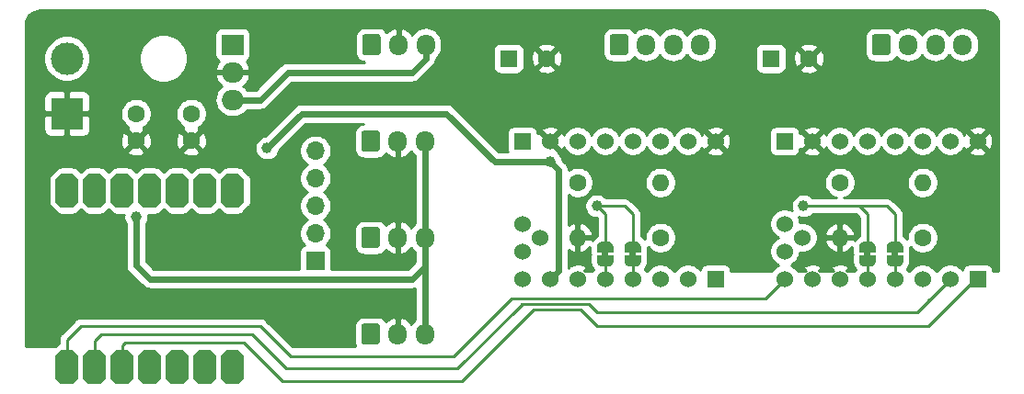
<source format=gbl>
G04 #@! TF.GenerationSoftware,KiCad,Pcbnew,(5.1.9)-1*
G04 #@! TF.CreationDate,2021-05-31T18:46:20+02:00*
G04 #@! TF.ProjectId,xiao-simple,7869616f-2d73-4696-9d70-6c652e6b6963,rev?*
G04 #@! TF.SameCoordinates,Original*
G04 #@! TF.FileFunction,Copper,L2,Bot*
G04 #@! TF.FilePolarity,Positive*
%FSLAX46Y46*%
G04 Gerber Fmt 4.6, Leading zero omitted, Abs format (unit mm)*
G04 Created by KiCad (PCBNEW (5.1.9)-1) date 2021-05-31 18:46:20*
%MOMM*%
%LPD*%
G01*
G04 APERTURE LIST*
G04 #@! TA.AperFunction,EtchedComponent*
%ADD10C,0.100000*%
G04 #@! TD*
G04 #@! TA.AperFunction,ComponentPad*
%ADD11O,1.700000X1.950000*%
G04 #@! TD*
G04 #@! TA.AperFunction,ComponentPad*
%ADD12O,1.700000X1.700000*%
G04 #@! TD*
G04 #@! TA.AperFunction,ComponentPad*
%ADD13R,1.700000X1.700000*%
G04 #@! TD*
G04 #@! TA.AperFunction,ComponentPad*
%ADD14R,1.524000X1.524000*%
G04 #@! TD*
G04 #@! TA.AperFunction,ComponentPad*
%ADD15C,1.524000*%
G04 #@! TD*
G04 #@! TA.AperFunction,ComponentPad*
%ADD16C,3.000000*%
G04 #@! TD*
G04 #@! TA.AperFunction,ComponentPad*
%ADD17R,3.000000X3.000000*%
G04 #@! TD*
G04 #@! TA.AperFunction,ComponentPad*
%ADD18C,0.100000*%
G04 #@! TD*
G04 #@! TA.AperFunction,SMDPad,CuDef*
%ADD19C,0.100000*%
G04 #@! TD*
G04 #@! TA.AperFunction,ComponentPad*
%ADD20C,1.600000*%
G04 #@! TD*
G04 #@! TA.AperFunction,ComponentPad*
%ADD21O,2.000000X1.905000*%
G04 #@! TD*
G04 #@! TA.AperFunction,ComponentPad*
%ADD22R,2.000000X1.905000*%
G04 #@! TD*
G04 #@! TA.AperFunction,ComponentPad*
%ADD23O,1.600000X1.600000*%
G04 #@! TD*
G04 #@! TA.AperFunction,ComponentPad*
%ADD24R,1.600000X1.600000*%
G04 #@! TD*
G04 #@! TA.AperFunction,ViaPad*
%ADD25C,1.000000*%
G04 #@! TD*
G04 #@! TA.AperFunction,Conductor*
%ADD26C,0.600000*%
G04 #@! TD*
G04 #@! TA.AperFunction,Conductor*
%ADD27C,0.250000*%
G04 #@! TD*
G04 #@! TA.AperFunction,Conductor*
%ADD28C,0.254000*%
G04 #@! TD*
G04 #@! TA.AperFunction,Conductor*
%ADD29C,0.100000*%
G04 #@! TD*
G04 APERTURE END LIST*
D10*
G36*
X130510000Y-131314000D02*
G01*
X130510000Y-130814000D01*
X131110000Y-130814000D01*
X131110000Y-131314000D01*
X130510000Y-131314000D01*
G37*
G36*
X133050000Y-131314000D02*
G01*
X133050000Y-130814000D01*
X133650000Y-130814000D01*
X133650000Y-131314000D01*
X133050000Y-131314000D01*
G37*
G36*
X154640000Y-131314000D02*
G01*
X154640000Y-130814000D01*
X155240000Y-130814000D01*
X155240000Y-131314000D01*
X154640000Y-131314000D01*
G37*
G36*
X157180000Y-131314000D02*
G01*
X157180000Y-130814000D01*
X157780000Y-130814000D01*
X157780000Y-131314000D01*
X157180000Y-131314000D01*
G37*
D11*
X114220000Y-129540000D03*
X111720000Y-129540000D03*
G04 #@! TA.AperFunction,ComponentPad*
G36*
G01*
X108370000Y-130265000D02*
X108370000Y-128815000D01*
G75*
G02*
X108620000Y-128565000I250000J0D01*
G01*
X109820000Y-128565000D01*
G75*
G02*
X110070000Y-128815000I0J-250000D01*
G01*
X110070000Y-130265000D01*
G75*
G02*
X109820000Y-130515000I-250000J0D01*
G01*
X108620000Y-130515000D01*
G75*
G02*
X108370000Y-130265000I0J250000D01*
G01*
G37*
G04 #@! TD.AperFunction*
D12*
X104140000Y-121539000D03*
X104140000Y-124079000D03*
X104140000Y-126619000D03*
X104140000Y-129159000D03*
D13*
X104140000Y-131699000D03*
D14*
X165100000Y-133350000D03*
D15*
X162560000Y-133350000D03*
X160020000Y-133350000D03*
X157480000Y-133350000D03*
X154940000Y-133350000D03*
X152400000Y-133350000D03*
X149860000Y-133350000D03*
X147320000Y-133350000D03*
D14*
X147320000Y-120650000D03*
D15*
X149860000Y-120650000D03*
X152400000Y-120650000D03*
X154940000Y-120650000D03*
X157480000Y-120650000D03*
X160020000Y-120650000D03*
X162560000Y-120650000D03*
X165100000Y-120650000D03*
X147320000Y-130810000D03*
X147320000Y-128270000D03*
X148971000Y-129540000D03*
D14*
X140970000Y-133350000D03*
D15*
X138430000Y-133350000D03*
X135890000Y-133350000D03*
X133350000Y-133350000D03*
X130810000Y-133350000D03*
X128270000Y-133350000D03*
X125730000Y-133350000D03*
X123190000Y-133350000D03*
D14*
X123190000Y-120650000D03*
D15*
X125730000Y-120650000D03*
X128270000Y-120650000D03*
X130810000Y-120650000D03*
X133350000Y-120650000D03*
X135890000Y-120650000D03*
X138430000Y-120650000D03*
X140970000Y-120650000D03*
X123190000Y-130810000D03*
X123190000Y-128270000D03*
X124841000Y-129540000D03*
D16*
X81280000Y-113030000D03*
D17*
X81280000Y-118110000D03*
G04 #@! TA.AperFunction,ComponentPad*
D18*
G36*
X80214961Y-124196245D02*
G01*
X80217806Y-124186866D01*
X80222427Y-124178221D01*
X80228645Y-124170645D01*
X80736645Y-123662645D01*
X80744221Y-123656427D01*
X80752866Y-123651806D01*
X80762245Y-123648961D01*
X80772000Y-123648000D01*
X81788000Y-123648000D01*
X81797755Y-123648961D01*
X81807134Y-123651806D01*
X81815779Y-123656427D01*
X81823355Y-123662645D01*
X82331355Y-124170645D01*
X82337573Y-124178221D01*
X82342194Y-124186866D01*
X82345039Y-124196245D01*
X82346000Y-124206000D01*
X82346000Y-126238000D01*
X82345039Y-126247755D01*
X82342194Y-126257134D01*
X82337573Y-126265779D01*
X82331355Y-126273355D01*
X81823355Y-126781355D01*
X81815779Y-126787573D01*
X81807134Y-126792194D01*
X81797755Y-126795039D01*
X81788000Y-126796000D01*
X80772000Y-126796000D01*
X80762245Y-126795039D01*
X80752866Y-126792194D01*
X80744221Y-126787573D01*
X80736645Y-126781355D01*
X80228645Y-126273355D01*
X80222427Y-126265779D01*
X80217806Y-126257134D01*
X80214961Y-126247755D01*
X80214000Y-126238000D01*
X80214000Y-124206000D01*
X80214961Y-124196245D01*
G37*
G04 #@! TD.AperFunction*
G04 #@! TA.AperFunction,ComponentPad*
G36*
X85294961Y-124196245D02*
G01*
X85297806Y-124186866D01*
X85302427Y-124178221D01*
X85308645Y-124170645D01*
X85816645Y-123662645D01*
X85824221Y-123656427D01*
X85832866Y-123651806D01*
X85842245Y-123648961D01*
X85852000Y-123648000D01*
X86868000Y-123648000D01*
X86877755Y-123648961D01*
X86887134Y-123651806D01*
X86895779Y-123656427D01*
X86903355Y-123662645D01*
X87411355Y-124170645D01*
X87417573Y-124178221D01*
X87422194Y-124186866D01*
X87425039Y-124196245D01*
X87426000Y-124206000D01*
X87426000Y-126238000D01*
X87425039Y-126247755D01*
X87422194Y-126257134D01*
X87417573Y-126265779D01*
X87411355Y-126273355D01*
X86903355Y-126781355D01*
X86895779Y-126787573D01*
X86887134Y-126792194D01*
X86877755Y-126795039D01*
X86868000Y-126796000D01*
X85852000Y-126796000D01*
X85842245Y-126795039D01*
X85832866Y-126792194D01*
X85824221Y-126787573D01*
X85816645Y-126781355D01*
X85308645Y-126273355D01*
X85302427Y-126265779D01*
X85297806Y-126257134D01*
X85294961Y-126247755D01*
X85294000Y-126238000D01*
X85294000Y-124206000D01*
X85294961Y-124196245D01*
G37*
G04 #@! TD.AperFunction*
G04 #@! TA.AperFunction,ComponentPad*
G36*
X82754961Y-124196245D02*
G01*
X82757806Y-124186866D01*
X82762427Y-124178221D01*
X82768645Y-124170645D01*
X83276645Y-123662645D01*
X83284221Y-123656427D01*
X83292866Y-123651806D01*
X83302245Y-123648961D01*
X83312000Y-123648000D01*
X84328000Y-123648000D01*
X84337755Y-123648961D01*
X84347134Y-123651806D01*
X84355779Y-123656427D01*
X84363355Y-123662645D01*
X84871355Y-124170645D01*
X84877573Y-124178221D01*
X84882194Y-124186866D01*
X84885039Y-124196245D01*
X84886000Y-124206000D01*
X84886000Y-126238000D01*
X84885039Y-126247755D01*
X84882194Y-126257134D01*
X84877573Y-126265779D01*
X84871355Y-126273355D01*
X84363355Y-126781355D01*
X84355779Y-126787573D01*
X84347134Y-126792194D01*
X84337755Y-126795039D01*
X84328000Y-126796000D01*
X83312000Y-126796000D01*
X83302245Y-126795039D01*
X83292866Y-126792194D01*
X83284221Y-126787573D01*
X83276645Y-126781355D01*
X82768645Y-126273355D01*
X82762427Y-126265779D01*
X82757806Y-126257134D01*
X82754961Y-126247755D01*
X82754000Y-126238000D01*
X82754000Y-124206000D01*
X82754961Y-124196245D01*
G37*
G04 #@! TD.AperFunction*
G04 #@! TA.AperFunction,ComponentPad*
G36*
X87834961Y-124196245D02*
G01*
X87837806Y-124186866D01*
X87842427Y-124178221D01*
X87848645Y-124170645D01*
X88356645Y-123662645D01*
X88364221Y-123656427D01*
X88372866Y-123651806D01*
X88382245Y-123648961D01*
X88392000Y-123648000D01*
X89408000Y-123648000D01*
X89417755Y-123648961D01*
X89427134Y-123651806D01*
X89435779Y-123656427D01*
X89443355Y-123662645D01*
X89951355Y-124170645D01*
X89957573Y-124178221D01*
X89962194Y-124186866D01*
X89965039Y-124196245D01*
X89966000Y-124206000D01*
X89966000Y-126238000D01*
X89965039Y-126247755D01*
X89962194Y-126257134D01*
X89957573Y-126265779D01*
X89951355Y-126273355D01*
X89443355Y-126781355D01*
X89435779Y-126787573D01*
X89427134Y-126792194D01*
X89417755Y-126795039D01*
X89408000Y-126796000D01*
X88392000Y-126796000D01*
X88382245Y-126795039D01*
X88372866Y-126792194D01*
X88364221Y-126787573D01*
X88356645Y-126781355D01*
X87848645Y-126273355D01*
X87842427Y-126265779D01*
X87837806Y-126257134D01*
X87834961Y-126247755D01*
X87834000Y-126238000D01*
X87834000Y-124206000D01*
X87834961Y-124196245D01*
G37*
G04 #@! TD.AperFunction*
G04 #@! TA.AperFunction,ComponentPad*
G36*
X95454961Y-124196245D02*
G01*
X95457806Y-124186866D01*
X95462427Y-124178221D01*
X95468645Y-124170645D01*
X95976645Y-123662645D01*
X95984221Y-123656427D01*
X95992866Y-123651806D01*
X96002245Y-123648961D01*
X96012000Y-123648000D01*
X97028000Y-123648000D01*
X97037755Y-123648961D01*
X97047134Y-123651806D01*
X97055779Y-123656427D01*
X97063355Y-123662645D01*
X97571355Y-124170645D01*
X97577573Y-124178221D01*
X97582194Y-124186866D01*
X97585039Y-124196245D01*
X97586000Y-124206000D01*
X97586000Y-126238000D01*
X97585039Y-126247755D01*
X97582194Y-126257134D01*
X97577573Y-126265779D01*
X97571355Y-126273355D01*
X97063355Y-126781355D01*
X97055779Y-126787573D01*
X97047134Y-126792194D01*
X97037755Y-126795039D01*
X97028000Y-126796000D01*
X96012000Y-126796000D01*
X96002245Y-126795039D01*
X95992866Y-126792194D01*
X95984221Y-126787573D01*
X95976645Y-126781355D01*
X95468645Y-126273355D01*
X95462427Y-126265779D01*
X95457806Y-126257134D01*
X95454961Y-126247755D01*
X95454000Y-126238000D01*
X95454000Y-124206000D01*
X95454961Y-124196245D01*
G37*
G04 #@! TD.AperFunction*
G04 #@! TA.AperFunction,ComponentPad*
G36*
X92914961Y-124196245D02*
G01*
X92917806Y-124186866D01*
X92922427Y-124178221D01*
X92928645Y-124170645D01*
X93436645Y-123662645D01*
X93444221Y-123656427D01*
X93452866Y-123651806D01*
X93462245Y-123648961D01*
X93472000Y-123648000D01*
X94488000Y-123648000D01*
X94497755Y-123648961D01*
X94507134Y-123651806D01*
X94515779Y-123656427D01*
X94523355Y-123662645D01*
X95031355Y-124170645D01*
X95037573Y-124178221D01*
X95042194Y-124186866D01*
X95045039Y-124196245D01*
X95046000Y-124206000D01*
X95046000Y-126238000D01*
X95045039Y-126247755D01*
X95042194Y-126257134D01*
X95037573Y-126265779D01*
X95031355Y-126273355D01*
X94523355Y-126781355D01*
X94515779Y-126787573D01*
X94507134Y-126792194D01*
X94497755Y-126795039D01*
X94488000Y-126796000D01*
X93472000Y-126796000D01*
X93462245Y-126795039D01*
X93452866Y-126792194D01*
X93444221Y-126787573D01*
X93436645Y-126781355D01*
X92928645Y-126273355D01*
X92922427Y-126265779D01*
X92917806Y-126257134D01*
X92914961Y-126247755D01*
X92914000Y-126238000D01*
X92914000Y-124206000D01*
X92914961Y-124196245D01*
G37*
G04 #@! TD.AperFunction*
G04 #@! TA.AperFunction,ComponentPad*
G36*
X90374961Y-124196245D02*
G01*
X90377806Y-124186866D01*
X90382427Y-124178221D01*
X90388645Y-124170645D01*
X90896645Y-123662645D01*
X90904221Y-123656427D01*
X90912866Y-123651806D01*
X90922245Y-123648961D01*
X90932000Y-123648000D01*
X91948000Y-123648000D01*
X91957755Y-123648961D01*
X91967134Y-123651806D01*
X91975779Y-123656427D01*
X91983355Y-123662645D01*
X92491355Y-124170645D01*
X92497573Y-124178221D01*
X92502194Y-124186866D01*
X92505039Y-124196245D01*
X92506000Y-124206000D01*
X92506000Y-126238000D01*
X92505039Y-126247755D01*
X92502194Y-126257134D01*
X92497573Y-126265779D01*
X92491355Y-126273355D01*
X91983355Y-126781355D01*
X91975779Y-126787573D01*
X91967134Y-126792194D01*
X91957755Y-126795039D01*
X91948000Y-126796000D01*
X90932000Y-126796000D01*
X90922245Y-126795039D01*
X90912866Y-126792194D01*
X90904221Y-126787573D01*
X90896645Y-126781355D01*
X90388645Y-126273355D01*
X90382427Y-126265779D01*
X90377806Y-126257134D01*
X90374961Y-126247755D01*
X90374000Y-126238000D01*
X90374000Y-124206000D01*
X90374961Y-124196245D01*
G37*
G04 #@! TD.AperFunction*
G04 #@! TA.AperFunction,ComponentPad*
G36*
X95454961Y-140452245D02*
G01*
X95457806Y-140442866D01*
X95462427Y-140434221D01*
X95468645Y-140426645D01*
X95976645Y-139918645D01*
X95984221Y-139912427D01*
X95992866Y-139907806D01*
X96002245Y-139904961D01*
X96012000Y-139904000D01*
X97028000Y-139904000D01*
X97037755Y-139904961D01*
X97047134Y-139907806D01*
X97055779Y-139912427D01*
X97063355Y-139918645D01*
X97571355Y-140426645D01*
X97577573Y-140434221D01*
X97582194Y-140442866D01*
X97585039Y-140452245D01*
X97586000Y-140462000D01*
X97586000Y-142494000D01*
X97585039Y-142503755D01*
X97582194Y-142513134D01*
X97577573Y-142521779D01*
X97571355Y-142529355D01*
X97063355Y-143037355D01*
X97055779Y-143043573D01*
X97047134Y-143048194D01*
X97037755Y-143051039D01*
X97028000Y-143052000D01*
X96012000Y-143052000D01*
X96002245Y-143051039D01*
X95992866Y-143048194D01*
X95984221Y-143043573D01*
X95976645Y-143037355D01*
X95468645Y-142529355D01*
X95462427Y-142521779D01*
X95457806Y-142513134D01*
X95454961Y-142503755D01*
X95454000Y-142494000D01*
X95454000Y-140462000D01*
X95454961Y-140452245D01*
G37*
G04 #@! TD.AperFunction*
G04 #@! TA.AperFunction,ComponentPad*
G36*
X92914961Y-140452245D02*
G01*
X92917806Y-140442866D01*
X92922427Y-140434221D01*
X92928645Y-140426645D01*
X93436645Y-139918645D01*
X93444221Y-139912427D01*
X93452866Y-139907806D01*
X93462245Y-139904961D01*
X93472000Y-139904000D01*
X94488000Y-139904000D01*
X94497755Y-139904961D01*
X94507134Y-139907806D01*
X94515779Y-139912427D01*
X94523355Y-139918645D01*
X95031355Y-140426645D01*
X95037573Y-140434221D01*
X95042194Y-140442866D01*
X95045039Y-140452245D01*
X95046000Y-140462000D01*
X95046000Y-142494000D01*
X95045039Y-142503755D01*
X95042194Y-142513134D01*
X95037573Y-142521779D01*
X95031355Y-142529355D01*
X94523355Y-143037355D01*
X94515779Y-143043573D01*
X94507134Y-143048194D01*
X94497755Y-143051039D01*
X94488000Y-143052000D01*
X93472000Y-143052000D01*
X93462245Y-143051039D01*
X93452866Y-143048194D01*
X93444221Y-143043573D01*
X93436645Y-143037355D01*
X92928645Y-142529355D01*
X92922427Y-142521779D01*
X92917806Y-142513134D01*
X92914961Y-142503755D01*
X92914000Y-142494000D01*
X92914000Y-140462000D01*
X92914961Y-140452245D01*
G37*
G04 #@! TD.AperFunction*
G04 #@! TA.AperFunction,ComponentPad*
G36*
X90374961Y-140452245D02*
G01*
X90377806Y-140442866D01*
X90382427Y-140434221D01*
X90388645Y-140426645D01*
X90896645Y-139918645D01*
X90904221Y-139912427D01*
X90912866Y-139907806D01*
X90922245Y-139904961D01*
X90932000Y-139904000D01*
X91948000Y-139904000D01*
X91957755Y-139904961D01*
X91967134Y-139907806D01*
X91975779Y-139912427D01*
X91983355Y-139918645D01*
X92491355Y-140426645D01*
X92497573Y-140434221D01*
X92502194Y-140442866D01*
X92505039Y-140452245D01*
X92506000Y-140462000D01*
X92506000Y-142494000D01*
X92505039Y-142503755D01*
X92502194Y-142513134D01*
X92497573Y-142521779D01*
X92491355Y-142529355D01*
X91983355Y-143037355D01*
X91975779Y-143043573D01*
X91967134Y-143048194D01*
X91957755Y-143051039D01*
X91948000Y-143052000D01*
X90932000Y-143052000D01*
X90922245Y-143051039D01*
X90912866Y-143048194D01*
X90904221Y-143043573D01*
X90896645Y-143037355D01*
X90388645Y-142529355D01*
X90382427Y-142521779D01*
X90377806Y-142513134D01*
X90374961Y-142503755D01*
X90374000Y-142494000D01*
X90374000Y-140462000D01*
X90374961Y-140452245D01*
G37*
G04 #@! TD.AperFunction*
G04 #@! TA.AperFunction,ComponentPad*
G36*
X80214961Y-140452245D02*
G01*
X80217806Y-140442866D01*
X80222427Y-140434221D01*
X80228645Y-140426645D01*
X80736645Y-139918645D01*
X80744221Y-139912427D01*
X80752866Y-139907806D01*
X80762245Y-139904961D01*
X80772000Y-139904000D01*
X81788000Y-139904000D01*
X81797755Y-139904961D01*
X81807134Y-139907806D01*
X81815779Y-139912427D01*
X81823355Y-139918645D01*
X82331355Y-140426645D01*
X82337573Y-140434221D01*
X82342194Y-140442866D01*
X82345039Y-140452245D01*
X82346000Y-140462000D01*
X82346000Y-142494000D01*
X82345039Y-142503755D01*
X82342194Y-142513134D01*
X82337573Y-142521779D01*
X82331355Y-142529355D01*
X81823355Y-143037355D01*
X81815779Y-143043573D01*
X81807134Y-143048194D01*
X81797755Y-143051039D01*
X81788000Y-143052000D01*
X80772000Y-143052000D01*
X80762245Y-143051039D01*
X80752866Y-143048194D01*
X80744221Y-143043573D01*
X80736645Y-143037355D01*
X80228645Y-142529355D01*
X80222427Y-142521779D01*
X80217806Y-142513134D01*
X80214961Y-142503755D01*
X80214000Y-142494000D01*
X80214000Y-140462000D01*
X80214961Y-140452245D01*
G37*
G04 #@! TD.AperFunction*
G04 #@! TA.AperFunction,ComponentPad*
G36*
X82754961Y-140452245D02*
G01*
X82757806Y-140442866D01*
X82762427Y-140434221D01*
X82768645Y-140426645D01*
X83276645Y-139918645D01*
X83284221Y-139912427D01*
X83292866Y-139907806D01*
X83302245Y-139904961D01*
X83312000Y-139904000D01*
X84328000Y-139904000D01*
X84337755Y-139904961D01*
X84347134Y-139907806D01*
X84355779Y-139912427D01*
X84363355Y-139918645D01*
X84871355Y-140426645D01*
X84877573Y-140434221D01*
X84882194Y-140442866D01*
X84885039Y-140452245D01*
X84886000Y-140462000D01*
X84886000Y-142494000D01*
X84885039Y-142503755D01*
X84882194Y-142513134D01*
X84877573Y-142521779D01*
X84871355Y-142529355D01*
X84363355Y-143037355D01*
X84355779Y-143043573D01*
X84347134Y-143048194D01*
X84337755Y-143051039D01*
X84328000Y-143052000D01*
X83312000Y-143052000D01*
X83302245Y-143051039D01*
X83292866Y-143048194D01*
X83284221Y-143043573D01*
X83276645Y-143037355D01*
X82768645Y-142529355D01*
X82762427Y-142521779D01*
X82757806Y-142513134D01*
X82754961Y-142503755D01*
X82754000Y-142494000D01*
X82754000Y-140462000D01*
X82754961Y-140452245D01*
G37*
G04 #@! TD.AperFunction*
G04 #@! TA.AperFunction,ComponentPad*
G36*
X85294961Y-140452245D02*
G01*
X85297806Y-140442866D01*
X85302427Y-140434221D01*
X85308645Y-140426645D01*
X85816645Y-139918645D01*
X85824221Y-139912427D01*
X85832866Y-139907806D01*
X85842245Y-139904961D01*
X85852000Y-139904000D01*
X86868000Y-139904000D01*
X86877755Y-139904961D01*
X86887134Y-139907806D01*
X86895779Y-139912427D01*
X86903355Y-139918645D01*
X87411355Y-140426645D01*
X87417573Y-140434221D01*
X87422194Y-140442866D01*
X87425039Y-140452245D01*
X87426000Y-140462000D01*
X87426000Y-142494000D01*
X87425039Y-142503755D01*
X87422194Y-142513134D01*
X87417573Y-142521779D01*
X87411355Y-142529355D01*
X86903355Y-143037355D01*
X86895779Y-143043573D01*
X86887134Y-143048194D01*
X86877755Y-143051039D01*
X86868000Y-143052000D01*
X85852000Y-143052000D01*
X85842245Y-143051039D01*
X85832866Y-143048194D01*
X85824221Y-143043573D01*
X85816645Y-143037355D01*
X85308645Y-142529355D01*
X85302427Y-142521779D01*
X85297806Y-142513134D01*
X85294961Y-142503755D01*
X85294000Y-142494000D01*
X85294000Y-140462000D01*
X85294961Y-140452245D01*
G37*
G04 #@! TD.AperFunction*
G04 #@! TA.AperFunction,ComponentPad*
G36*
X87834961Y-140452245D02*
G01*
X87837806Y-140442866D01*
X87842427Y-140434221D01*
X87848645Y-140426645D01*
X88356645Y-139918645D01*
X88364221Y-139912427D01*
X88372866Y-139907806D01*
X88382245Y-139904961D01*
X88392000Y-139904000D01*
X89408000Y-139904000D01*
X89417755Y-139904961D01*
X89427134Y-139907806D01*
X89435779Y-139912427D01*
X89443355Y-139918645D01*
X89951355Y-140426645D01*
X89957573Y-140434221D01*
X89962194Y-140442866D01*
X89965039Y-140452245D01*
X89966000Y-140462000D01*
X89966000Y-142494000D01*
X89965039Y-142503755D01*
X89962194Y-142513134D01*
X89957573Y-142521779D01*
X89951355Y-142529355D01*
X89443355Y-143037355D01*
X89435779Y-143043573D01*
X89427134Y-143048194D01*
X89417755Y-143051039D01*
X89408000Y-143052000D01*
X88392000Y-143052000D01*
X88382245Y-143051039D01*
X88372866Y-143048194D01*
X88364221Y-143043573D01*
X88356645Y-143037355D01*
X87848645Y-142529355D01*
X87842427Y-142521779D01*
X87837806Y-142513134D01*
X87834961Y-142503755D01*
X87834000Y-142494000D01*
X87834000Y-140462000D01*
X87834961Y-140452245D01*
G37*
G04 #@! TD.AperFunction*
G04 #@! TA.AperFunction,SMDPad,CuDef*
D19*
G36*
X130060000Y-130914000D02*
G01*
X130060000Y-130414000D01*
X130060602Y-130414000D01*
X130060602Y-130389466D01*
X130065412Y-130340635D01*
X130074984Y-130292510D01*
X130089228Y-130245555D01*
X130108005Y-130200222D01*
X130131136Y-130156949D01*
X130158396Y-130116150D01*
X130189524Y-130078221D01*
X130224221Y-130043524D01*
X130262150Y-130012396D01*
X130302949Y-129985136D01*
X130346222Y-129962005D01*
X130391555Y-129943228D01*
X130438510Y-129928984D01*
X130486635Y-129919412D01*
X130535466Y-129914602D01*
X130560000Y-129914602D01*
X130560000Y-129914000D01*
X131060000Y-129914000D01*
X131060000Y-129914602D01*
X131084534Y-129914602D01*
X131133365Y-129919412D01*
X131181490Y-129928984D01*
X131228445Y-129943228D01*
X131273778Y-129962005D01*
X131317051Y-129985136D01*
X131357850Y-130012396D01*
X131395779Y-130043524D01*
X131430476Y-130078221D01*
X131461604Y-130116150D01*
X131488864Y-130156949D01*
X131511995Y-130200222D01*
X131530772Y-130245555D01*
X131545016Y-130292510D01*
X131554588Y-130340635D01*
X131559398Y-130389466D01*
X131559398Y-130414000D01*
X131560000Y-130414000D01*
X131560000Y-130914000D01*
X130060000Y-130914000D01*
G37*
G04 #@! TD.AperFunction*
G04 #@! TA.AperFunction,SMDPad,CuDef*
G36*
X131559398Y-131714000D02*
G01*
X131559398Y-131738534D01*
X131554588Y-131787365D01*
X131545016Y-131835490D01*
X131530772Y-131882445D01*
X131511995Y-131927778D01*
X131488864Y-131971051D01*
X131461604Y-132011850D01*
X131430476Y-132049779D01*
X131395779Y-132084476D01*
X131357850Y-132115604D01*
X131317051Y-132142864D01*
X131273778Y-132165995D01*
X131228445Y-132184772D01*
X131181490Y-132199016D01*
X131133365Y-132208588D01*
X131084534Y-132213398D01*
X131060000Y-132213398D01*
X131060000Y-132214000D01*
X130560000Y-132214000D01*
X130560000Y-132213398D01*
X130535466Y-132213398D01*
X130486635Y-132208588D01*
X130438510Y-132199016D01*
X130391555Y-132184772D01*
X130346222Y-132165995D01*
X130302949Y-132142864D01*
X130262150Y-132115604D01*
X130224221Y-132084476D01*
X130189524Y-132049779D01*
X130158396Y-132011850D01*
X130131136Y-131971051D01*
X130108005Y-131927778D01*
X130089228Y-131882445D01*
X130074984Y-131835490D01*
X130065412Y-131787365D01*
X130060602Y-131738534D01*
X130060602Y-131714000D01*
X130060000Y-131714000D01*
X130060000Y-131214000D01*
X131560000Y-131214000D01*
X131560000Y-131714000D01*
X131559398Y-131714000D01*
G37*
G04 #@! TD.AperFunction*
G04 #@! TA.AperFunction,SMDPad,CuDef*
G36*
X132600000Y-130914000D02*
G01*
X132600000Y-130414000D01*
X132600602Y-130414000D01*
X132600602Y-130389466D01*
X132605412Y-130340635D01*
X132614984Y-130292510D01*
X132629228Y-130245555D01*
X132648005Y-130200222D01*
X132671136Y-130156949D01*
X132698396Y-130116150D01*
X132729524Y-130078221D01*
X132764221Y-130043524D01*
X132802150Y-130012396D01*
X132842949Y-129985136D01*
X132886222Y-129962005D01*
X132931555Y-129943228D01*
X132978510Y-129928984D01*
X133026635Y-129919412D01*
X133075466Y-129914602D01*
X133100000Y-129914602D01*
X133100000Y-129914000D01*
X133600000Y-129914000D01*
X133600000Y-129914602D01*
X133624534Y-129914602D01*
X133673365Y-129919412D01*
X133721490Y-129928984D01*
X133768445Y-129943228D01*
X133813778Y-129962005D01*
X133857051Y-129985136D01*
X133897850Y-130012396D01*
X133935779Y-130043524D01*
X133970476Y-130078221D01*
X134001604Y-130116150D01*
X134028864Y-130156949D01*
X134051995Y-130200222D01*
X134070772Y-130245555D01*
X134085016Y-130292510D01*
X134094588Y-130340635D01*
X134099398Y-130389466D01*
X134099398Y-130414000D01*
X134100000Y-130414000D01*
X134100000Y-130914000D01*
X132600000Y-130914000D01*
G37*
G04 #@! TD.AperFunction*
G04 #@! TA.AperFunction,SMDPad,CuDef*
G36*
X134099398Y-131714000D02*
G01*
X134099398Y-131738534D01*
X134094588Y-131787365D01*
X134085016Y-131835490D01*
X134070772Y-131882445D01*
X134051995Y-131927778D01*
X134028864Y-131971051D01*
X134001604Y-132011850D01*
X133970476Y-132049779D01*
X133935779Y-132084476D01*
X133897850Y-132115604D01*
X133857051Y-132142864D01*
X133813778Y-132165995D01*
X133768445Y-132184772D01*
X133721490Y-132199016D01*
X133673365Y-132208588D01*
X133624534Y-132213398D01*
X133600000Y-132213398D01*
X133600000Y-132214000D01*
X133100000Y-132214000D01*
X133100000Y-132213398D01*
X133075466Y-132213398D01*
X133026635Y-132208588D01*
X132978510Y-132199016D01*
X132931555Y-132184772D01*
X132886222Y-132165995D01*
X132842949Y-132142864D01*
X132802150Y-132115604D01*
X132764221Y-132084476D01*
X132729524Y-132049779D01*
X132698396Y-132011850D01*
X132671136Y-131971051D01*
X132648005Y-131927778D01*
X132629228Y-131882445D01*
X132614984Y-131835490D01*
X132605412Y-131787365D01*
X132600602Y-131738534D01*
X132600602Y-131714000D01*
X132600000Y-131714000D01*
X132600000Y-131214000D01*
X134100000Y-131214000D01*
X134100000Y-131714000D01*
X134099398Y-131714000D01*
G37*
G04 #@! TD.AperFunction*
G04 #@! TA.AperFunction,SMDPad,CuDef*
G36*
X154190000Y-130914000D02*
G01*
X154190000Y-130414000D01*
X154190602Y-130414000D01*
X154190602Y-130389466D01*
X154195412Y-130340635D01*
X154204984Y-130292510D01*
X154219228Y-130245555D01*
X154238005Y-130200222D01*
X154261136Y-130156949D01*
X154288396Y-130116150D01*
X154319524Y-130078221D01*
X154354221Y-130043524D01*
X154392150Y-130012396D01*
X154432949Y-129985136D01*
X154476222Y-129962005D01*
X154521555Y-129943228D01*
X154568510Y-129928984D01*
X154616635Y-129919412D01*
X154665466Y-129914602D01*
X154690000Y-129914602D01*
X154690000Y-129914000D01*
X155190000Y-129914000D01*
X155190000Y-129914602D01*
X155214534Y-129914602D01*
X155263365Y-129919412D01*
X155311490Y-129928984D01*
X155358445Y-129943228D01*
X155403778Y-129962005D01*
X155447051Y-129985136D01*
X155487850Y-130012396D01*
X155525779Y-130043524D01*
X155560476Y-130078221D01*
X155591604Y-130116150D01*
X155618864Y-130156949D01*
X155641995Y-130200222D01*
X155660772Y-130245555D01*
X155675016Y-130292510D01*
X155684588Y-130340635D01*
X155689398Y-130389466D01*
X155689398Y-130414000D01*
X155690000Y-130414000D01*
X155690000Y-130914000D01*
X154190000Y-130914000D01*
G37*
G04 #@! TD.AperFunction*
G04 #@! TA.AperFunction,SMDPad,CuDef*
G36*
X155689398Y-131714000D02*
G01*
X155689398Y-131738534D01*
X155684588Y-131787365D01*
X155675016Y-131835490D01*
X155660772Y-131882445D01*
X155641995Y-131927778D01*
X155618864Y-131971051D01*
X155591604Y-132011850D01*
X155560476Y-132049779D01*
X155525779Y-132084476D01*
X155487850Y-132115604D01*
X155447051Y-132142864D01*
X155403778Y-132165995D01*
X155358445Y-132184772D01*
X155311490Y-132199016D01*
X155263365Y-132208588D01*
X155214534Y-132213398D01*
X155190000Y-132213398D01*
X155190000Y-132214000D01*
X154690000Y-132214000D01*
X154690000Y-132213398D01*
X154665466Y-132213398D01*
X154616635Y-132208588D01*
X154568510Y-132199016D01*
X154521555Y-132184772D01*
X154476222Y-132165995D01*
X154432949Y-132142864D01*
X154392150Y-132115604D01*
X154354221Y-132084476D01*
X154319524Y-132049779D01*
X154288396Y-132011850D01*
X154261136Y-131971051D01*
X154238005Y-131927778D01*
X154219228Y-131882445D01*
X154204984Y-131835490D01*
X154195412Y-131787365D01*
X154190602Y-131738534D01*
X154190602Y-131714000D01*
X154190000Y-131714000D01*
X154190000Y-131214000D01*
X155690000Y-131214000D01*
X155690000Y-131714000D01*
X155689398Y-131714000D01*
G37*
G04 #@! TD.AperFunction*
G04 #@! TA.AperFunction,SMDPad,CuDef*
G36*
X156730000Y-130914000D02*
G01*
X156730000Y-130414000D01*
X156730602Y-130414000D01*
X156730602Y-130389466D01*
X156735412Y-130340635D01*
X156744984Y-130292510D01*
X156759228Y-130245555D01*
X156778005Y-130200222D01*
X156801136Y-130156949D01*
X156828396Y-130116150D01*
X156859524Y-130078221D01*
X156894221Y-130043524D01*
X156932150Y-130012396D01*
X156972949Y-129985136D01*
X157016222Y-129962005D01*
X157061555Y-129943228D01*
X157108510Y-129928984D01*
X157156635Y-129919412D01*
X157205466Y-129914602D01*
X157230000Y-129914602D01*
X157230000Y-129914000D01*
X157730000Y-129914000D01*
X157730000Y-129914602D01*
X157754534Y-129914602D01*
X157803365Y-129919412D01*
X157851490Y-129928984D01*
X157898445Y-129943228D01*
X157943778Y-129962005D01*
X157987051Y-129985136D01*
X158027850Y-130012396D01*
X158065779Y-130043524D01*
X158100476Y-130078221D01*
X158131604Y-130116150D01*
X158158864Y-130156949D01*
X158181995Y-130200222D01*
X158200772Y-130245555D01*
X158215016Y-130292510D01*
X158224588Y-130340635D01*
X158229398Y-130389466D01*
X158229398Y-130414000D01*
X158230000Y-130414000D01*
X158230000Y-130914000D01*
X156730000Y-130914000D01*
G37*
G04 #@! TD.AperFunction*
G04 #@! TA.AperFunction,SMDPad,CuDef*
G36*
X158229398Y-131714000D02*
G01*
X158229398Y-131738534D01*
X158224588Y-131787365D01*
X158215016Y-131835490D01*
X158200772Y-131882445D01*
X158181995Y-131927778D01*
X158158864Y-131971051D01*
X158131604Y-132011850D01*
X158100476Y-132049779D01*
X158065779Y-132084476D01*
X158027850Y-132115604D01*
X157987051Y-132142864D01*
X157943778Y-132165995D01*
X157898445Y-132184772D01*
X157851490Y-132199016D01*
X157803365Y-132208588D01*
X157754534Y-132213398D01*
X157730000Y-132213398D01*
X157730000Y-132214000D01*
X157230000Y-132214000D01*
X157230000Y-132213398D01*
X157205466Y-132213398D01*
X157156635Y-132208588D01*
X157108510Y-132199016D01*
X157061555Y-132184772D01*
X157016222Y-132165995D01*
X156972949Y-132142864D01*
X156932150Y-132115604D01*
X156894221Y-132084476D01*
X156859524Y-132049779D01*
X156828396Y-132011850D01*
X156801136Y-131971051D01*
X156778005Y-131927778D01*
X156759228Y-131882445D01*
X156744984Y-131835490D01*
X156735412Y-131787365D01*
X156730602Y-131738534D01*
X156730602Y-131714000D01*
X156730000Y-131714000D01*
X156730000Y-131214000D01*
X158230000Y-131214000D01*
X158230000Y-131714000D01*
X158229398Y-131714000D01*
G37*
G04 #@! TD.AperFunction*
D20*
X92710000Y-120610000D03*
X92710000Y-118110000D03*
D21*
X96520000Y-116840000D03*
X96520000Y-114300000D03*
D22*
X96520000Y-111760000D03*
D23*
X135890000Y-124460000D03*
D20*
X128270000Y-124460000D03*
D23*
X160020000Y-124460000D03*
D20*
X152400000Y-124460000D03*
D23*
X128270000Y-129540000D03*
D20*
X135890000Y-129540000D03*
D23*
X152400000Y-129540000D03*
D20*
X160020000Y-129540000D03*
G04 #@! TA.AperFunction,ComponentPad*
G36*
G01*
X131230000Y-112485000D02*
X131230000Y-111035000D01*
G75*
G02*
X131480000Y-110785000I250000J0D01*
G01*
X132680000Y-110785000D01*
G75*
G02*
X132930000Y-111035000I0J-250000D01*
G01*
X132930000Y-112485000D01*
G75*
G02*
X132680000Y-112735000I-250000J0D01*
G01*
X131480000Y-112735000D01*
G75*
G02*
X131230000Y-112485000I0J250000D01*
G01*
G37*
G04 #@! TD.AperFunction*
D11*
X134580000Y-111760000D03*
X137080000Y-111760000D03*
X139580000Y-111760000D03*
X163710000Y-111760000D03*
X161210000Y-111760000D03*
X158710000Y-111760000D03*
G04 #@! TA.AperFunction,ComponentPad*
G36*
G01*
X155360000Y-112485000D02*
X155360000Y-111035000D01*
G75*
G02*
X155610000Y-110785000I250000J0D01*
G01*
X156810000Y-110785000D01*
G75*
G02*
X157060000Y-111035000I0J-250000D01*
G01*
X157060000Y-112485000D01*
G75*
G02*
X156810000Y-112735000I-250000J0D01*
G01*
X155610000Y-112735000D01*
G75*
G02*
X155360000Y-112485000I0J250000D01*
G01*
G37*
G04 #@! TD.AperFunction*
X114220000Y-120650000D03*
X111720000Y-120650000D03*
G04 #@! TA.AperFunction,ComponentPad*
G36*
G01*
X108370000Y-121375000D02*
X108370000Y-119925000D01*
G75*
G02*
X108620000Y-119675000I250000J0D01*
G01*
X109820000Y-119675000D01*
G75*
G02*
X110070000Y-119925000I0J-250000D01*
G01*
X110070000Y-121375000D01*
G75*
G02*
X109820000Y-121625000I-250000J0D01*
G01*
X108620000Y-121625000D01*
G75*
G02*
X108370000Y-121375000I0J250000D01*
G01*
G37*
G04 #@! TD.AperFunction*
X114220000Y-138430000D03*
X111720000Y-138430000D03*
G04 #@! TA.AperFunction,ComponentPad*
G36*
G01*
X108370000Y-139155000D02*
X108370000Y-137705000D01*
G75*
G02*
X108620000Y-137455000I250000J0D01*
G01*
X109820000Y-137455000D01*
G75*
G02*
X110070000Y-137705000I0J-250000D01*
G01*
X110070000Y-139155000D01*
G75*
G02*
X109820000Y-139405000I-250000J0D01*
G01*
X108620000Y-139405000D01*
G75*
G02*
X108370000Y-139155000I0J250000D01*
G01*
G37*
G04 #@! TD.AperFunction*
X114300000Y-111760000D03*
X111800000Y-111760000D03*
G04 #@! TA.AperFunction,ComponentPad*
G36*
G01*
X108450000Y-112485000D02*
X108450000Y-111035000D01*
G75*
G02*
X108700000Y-110785000I250000J0D01*
G01*
X109900000Y-110785000D01*
G75*
G02*
X110150000Y-111035000I0J-250000D01*
G01*
X110150000Y-112485000D01*
G75*
G02*
X109900000Y-112735000I-250000J0D01*
G01*
X108700000Y-112735000D01*
G75*
G02*
X108450000Y-112485000I0J250000D01*
G01*
G37*
G04 #@! TD.AperFunction*
D20*
X125420000Y-113030000D03*
D24*
X121920000Y-113030000D03*
D20*
X149550000Y-113030000D03*
D24*
X146050000Y-113030000D03*
D20*
X87630000Y-120610000D03*
X87630000Y-118110000D03*
D25*
X87630000Y-127635000D03*
X99695000Y-121285000D03*
X125730000Y-122555000D03*
X149042001Y-126619000D03*
X130047990Y-126619000D03*
D26*
X101600000Y-114300000D02*
X113030000Y-114300000D01*
X114300000Y-113030000D02*
X114300000Y-111760000D01*
X113030000Y-114300000D02*
X114300000Y-113030000D01*
X99060000Y-116840000D02*
X101346000Y-114554000D01*
X96520000Y-116840000D02*
X99060000Y-116840000D01*
X101346000Y-114554000D02*
X101600000Y-114300000D01*
X114220000Y-137964202D02*
X114220000Y-138430000D01*
X114220000Y-132160000D02*
X114220000Y-137964202D01*
X114220000Y-120650000D02*
X114220000Y-132160000D01*
X113030000Y-133350000D02*
X114220000Y-132160000D01*
X87630000Y-127635000D02*
X87630000Y-132080000D01*
X87630000Y-132080000D02*
X88900000Y-133350000D01*
X88900000Y-133350000D02*
X113030000Y-133350000D01*
X126491999Y-132588001D02*
X126491999Y-123316999D01*
X125730000Y-133350000D02*
X126491999Y-132588001D01*
X116205000Y-118110000D02*
X120650000Y-122555000D01*
X126491999Y-123316999D02*
X125730000Y-122555000D01*
X120650000Y-122555000D02*
X125730000Y-122555000D01*
X102870000Y-118110000D02*
X116205000Y-118110000D01*
X99695000Y-121285000D02*
X102870000Y-118110000D01*
D27*
X145542000Y-135128000D02*
X122174000Y-135128000D01*
X147320000Y-133350000D02*
X145542000Y-135128000D01*
X122174000Y-135128000D02*
X116840000Y-140462000D01*
X116840000Y-140462000D02*
X101854000Y-140462000D01*
X101854000Y-140462000D02*
X99060000Y-137668000D01*
X99060000Y-137668000D02*
X82550000Y-137668000D01*
X81280000Y-138938000D02*
X82550000Y-137668000D01*
X81280000Y-140970000D02*
X81280000Y-138938000D01*
X149042001Y-126619000D02*
X154178000Y-126619000D01*
X154940000Y-127381000D02*
X154940000Y-130414000D01*
X154178000Y-126619000D02*
X154940000Y-127381000D01*
X133350000Y-127381000D02*
X132588000Y-126619000D01*
X133350000Y-130414000D02*
X133350000Y-127381000D01*
X130810000Y-127381010D02*
X130047990Y-126619000D01*
X130810000Y-130414000D02*
X130810000Y-127381010D01*
X157480000Y-127381000D02*
X156718000Y-126619000D01*
X157480000Y-130414000D02*
X157480000Y-127381000D01*
X149042001Y-126619000D02*
X156718000Y-126619000D01*
X132588000Y-126619000D02*
X130047990Y-126619000D01*
X162560000Y-133350000D02*
X160470011Y-135439989D01*
X162560000Y-133350000D02*
X160274000Y-135636000D01*
X162560000Y-133350000D02*
X159512000Y-136398000D01*
X159512000Y-136398000D02*
X130048000Y-136398000D01*
X130048000Y-136398000D02*
X129286000Y-135636000D01*
X123190000Y-135636000D02*
X122936000Y-135890000D01*
X129286000Y-135636000D02*
X123190000Y-135636000D01*
X123132010Y-135693990D02*
X122936000Y-135890000D01*
X83820000Y-139065000D02*
X83820000Y-140970000D01*
X84455000Y-138430000D02*
X83820000Y-139065000D01*
X98298000Y-138430000D02*
X84455000Y-138430000D01*
X101473000Y-141605000D02*
X98298000Y-138430000D01*
X117221000Y-141605000D02*
X101473000Y-141605000D01*
X122936000Y-135890000D02*
X117221000Y-141605000D01*
X160528000Y-137668000D02*
X164846000Y-133350000D01*
X130048000Y-137668000D02*
X160528000Y-137668000D01*
X128524000Y-136144000D02*
X130048000Y-137668000D01*
X97536000Y-139192000D02*
X101092000Y-142748000D01*
X101092000Y-142748000D02*
X117602000Y-142748000D01*
X86614000Y-139192000D02*
X97536000Y-139192000D01*
X164846000Y-133350000D02*
X165100000Y-133350000D01*
X86360000Y-139446000D02*
X86614000Y-139192000D01*
X86360000Y-140970000D02*
X86360000Y-139446000D01*
X117602000Y-142748000D02*
X124206000Y-136144000D01*
X128524000Y-136144000D02*
X124206000Y-136144000D01*
X157480000Y-131714000D02*
X157480000Y-133350000D01*
X154940000Y-131714000D02*
X154940000Y-133350000D01*
X133350000Y-131714000D02*
X133350000Y-133350000D01*
X130810000Y-131714000D02*
X130810000Y-133350000D01*
D28*
X165976204Y-108636815D02*
X166208226Y-108706867D01*
X166422222Y-108820650D01*
X166610041Y-108973832D01*
X166764530Y-109160577D01*
X166879801Y-109373769D01*
X166951472Y-109605300D01*
X166980001Y-109876734D01*
X166980000Y-132588000D01*
X166500072Y-132588000D01*
X166487812Y-132463518D01*
X166451502Y-132343820D01*
X166392537Y-132233506D01*
X166313185Y-132136815D01*
X166216494Y-132057463D01*
X166106180Y-131998498D01*
X165986482Y-131962188D01*
X165862000Y-131949928D01*
X164338000Y-131949928D01*
X164213518Y-131962188D01*
X164093820Y-131998498D01*
X163983506Y-132057463D01*
X163886815Y-132136815D01*
X163807463Y-132233506D01*
X163748498Y-132343820D01*
X163712188Y-132463518D01*
X163703920Y-132547465D01*
X163645120Y-132459465D01*
X163450535Y-132264880D01*
X163221727Y-132111995D01*
X162967490Y-132006686D01*
X162697592Y-131953000D01*
X162422408Y-131953000D01*
X162152510Y-132006686D01*
X161898273Y-132111995D01*
X161669465Y-132264880D01*
X161474880Y-132459465D01*
X161388995Y-132588000D01*
X161191005Y-132588000D01*
X161105120Y-132459465D01*
X160910535Y-132264880D01*
X160681727Y-132111995D01*
X160427490Y-132006686D01*
X160157592Y-131953000D01*
X159882408Y-131953000D01*
X159612510Y-132006686D01*
X159358273Y-132111995D01*
X159129465Y-132264880D01*
X158934880Y-132459465D01*
X158848995Y-132588000D01*
X158651005Y-132588000D01*
X158574714Y-132473823D01*
X158647042Y-132385691D01*
X158701498Y-132304192D01*
X158760464Y-132193875D01*
X158797973Y-132103319D01*
X158834282Y-131983623D01*
X158853404Y-131887490D01*
X158865664Y-131763009D01*
X158865664Y-131738450D01*
X158868072Y-131714000D01*
X158868072Y-131214000D01*
X158855812Y-131089518D01*
X158848071Y-131064000D01*
X158855812Y-131038482D01*
X158868072Y-130914000D01*
X158868072Y-130414000D01*
X158866333Y-130396347D01*
X158905363Y-130454759D01*
X159105241Y-130654637D01*
X159340273Y-130811680D01*
X159601426Y-130919853D01*
X159878665Y-130975000D01*
X160161335Y-130975000D01*
X160438574Y-130919853D01*
X160699727Y-130811680D01*
X160934759Y-130654637D01*
X161134637Y-130454759D01*
X161291680Y-130219727D01*
X161399853Y-129958574D01*
X161455000Y-129681335D01*
X161455000Y-129398665D01*
X161399853Y-129121426D01*
X161291680Y-128860273D01*
X161134637Y-128625241D01*
X160934759Y-128425363D01*
X160699727Y-128268320D01*
X160438574Y-128160147D01*
X160161335Y-128105000D01*
X159878665Y-128105000D01*
X159601426Y-128160147D01*
X159340273Y-128268320D01*
X159105241Y-128425363D01*
X158905363Y-128625241D01*
X158748320Y-128860273D01*
X158640147Y-129121426D01*
X158585000Y-129398665D01*
X158585000Y-129666710D01*
X158567690Y-129645618D01*
X158498382Y-129576310D01*
X158401691Y-129496958D01*
X158320192Y-129442502D01*
X158240000Y-129399638D01*
X158240000Y-127418325D01*
X158243676Y-127381000D01*
X158240000Y-127343675D01*
X158240000Y-127343667D01*
X158229003Y-127232014D01*
X158185546Y-127088753D01*
X158114974Y-126956724D01*
X158020001Y-126840999D01*
X157991002Y-126817201D01*
X157281803Y-126108002D01*
X157258001Y-126078999D01*
X157142276Y-125984026D01*
X157010247Y-125913454D01*
X156866986Y-125869997D01*
X156755333Y-125859000D01*
X156755322Y-125859000D01*
X156718000Y-125855324D01*
X156680678Y-125859000D01*
X154215322Y-125859000D01*
X154178000Y-125855324D01*
X154140678Y-125859000D01*
X152722317Y-125859000D01*
X152818574Y-125839853D01*
X153079727Y-125731680D01*
X153314759Y-125574637D01*
X153514637Y-125374759D01*
X153671680Y-125139727D01*
X153779853Y-124878574D01*
X153835000Y-124601335D01*
X153835000Y-124318665D01*
X158585000Y-124318665D01*
X158585000Y-124601335D01*
X158640147Y-124878574D01*
X158748320Y-125139727D01*
X158905363Y-125374759D01*
X159105241Y-125574637D01*
X159340273Y-125731680D01*
X159601426Y-125839853D01*
X159878665Y-125895000D01*
X160161335Y-125895000D01*
X160438574Y-125839853D01*
X160699727Y-125731680D01*
X160934759Y-125574637D01*
X161134637Y-125374759D01*
X161291680Y-125139727D01*
X161399853Y-124878574D01*
X161455000Y-124601335D01*
X161455000Y-124318665D01*
X161399853Y-124041426D01*
X161291680Y-123780273D01*
X161134637Y-123545241D01*
X160934759Y-123345363D01*
X160699727Y-123188320D01*
X160438574Y-123080147D01*
X160161335Y-123025000D01*
X159878665Y-123025000D01*
X159601426Y-123080147D01*
X159340273Y-123188320D01*
X159105241Y-123345363D01*
X158905363Y-123545241D01*
X158748320Y-123780273D01*
X158640147Y-124041426D01*
X158585000Y-124318665D01*
X153835000Y-124318665D01*
X153779853Y-124041426D01*
X153671680Y-123780273D01*
X153514637Y-123545241D01*
X153314759Y-123345363D01*
X153079727Y-123188320D01*
X152818574Y-123080147D01*
X152541335Y-123025000D01*
X152258665Y-123025000D01*
X151981426Y-123080147D01*
X151720273Y-123188320D01*
X151485241Y-123345363D01*
X151285363Y-123545241D01*
X151128320Y-123780273D01*
X151020147Y-124041426D01*
X150965000Y-124318665D01*
X150965000Y-124601335D01*
X151020147Y-124878574D01*
X151128320Y-125139727D01*
X151285363Y-125374759D01*
X151485241Y-125574637D01*
X151720273Y-125731680D01*
X151981426Y-125839853D01*
X152077683Y-125859000D01*
X149887133Y-125859000D01*
X149765521Y-125737388D01*
X149579625Y-125613176D01*
X149373068Y-125527617D01*
X149153789Y-125484000D01*
X148930213Y-125484000D01*
X148710934Y-125527617D01*
X148504377Y-125613176D01*
X148318481Y-125737388D01*
X148160389Y-125895480D01*
X148036177Y-126081376D01*
X147950618Y-126287933D01*
X147907001Y-126507212D01*
X147907001Y-126730788D01*
X147950618Y-126950067D01*
X147985636Y-127034607D01*
X147981727Y-127031995D01*
X147727490Y-126926686D01*
X147457592Y-126873000D01*
X147182408Y-126873000D01*
X146912510Y-126926686D01*
X146658273Y-127031995D01*
X146429465Y-127184880D01*
X146234880Y-127379465D01*
X146081995Y-127608273D01*
X145976686Y-127862510D01*
X145923000Y-128132408D01*
X145923000Y-128407592D01*
X145976686Y-128677490D01*
X146081995Y-128931727D01*
X146234880Y-129160535D01*
X146429465Y-129355120D01*
X146658273Y-129508005D01*
X146735515Y-129540000D01*
X146658273Y-129571995D01*
X146429465Y-129724880D01*
X146234880Y-129919465D01*
X146081995Y-130148273D01*
X145976686Y-130402510D01*
X145923000Y-130672408D01*
X145923000Y-130947592D01*
X145976686Y-131217490D01*
X146081995Y-131471727D01*
X146234880Y-131700535D01*
X146429465Y-131895120D01*
X146658273Y-132048005D01*
X146735515Y-132080000D01*
X146658273Y-132111995D01*
X146429465Y-132264880D01*
X146234880Y-132459465D01*
X146148995Y-132588000D01*
X142370072Y-132588000D01*
X142357812Y-132463518D01*
X142321502Y-132343820D01*
X142262537Y-132233506D01*
X142183185Y-132136815D01*
X142086494Y-132057463D01*
X141976180Y-131998498D01*
X141856482Y-131962188D01*
X141732000Y-131949928D01*
X140208000Y-131949928D01*
X140083518Y-131962188D01*
X139963820Y-131998498D01*
X139853506Y-132057463D01*
X139756815Y-132136815D01*
X139677463Y-132233506D01*
X139618498Y-132343820D01*
X139582188Y-132463518D01*
X139573920Y-132547465D01*
X139515120Y-132459465D01*
X139320535Y-132264880D01*
X139091727Y-132111995D01*
X138837490Y-132006686D01*
X138567592Y-131953000D01*
X138292408Y-131953000D01*
X138022510Y-132006686D01*
X137768273Y-132111995D01*
X137539465Y-132264880D01*
X137344880Y-132459465D01*
X137258995Y-132588000D01*
X137061005Y-132588000D01*
X136975120Y-132459465D01*
X136780535Y-132264880D01*
X136551727Y-132111995D01*
X136297490Y-132006686D01*
X136027592Y-131953000D01*
X135752408Y-131953000D01*
X135482510Y-132006686D01*
X135228273Y-132111995D01*
X134999465Y-132264880D01*
X134804880Y-132459465D01*
X134718995Y-132588000D01*
X134521005Y-132588000D01*
X134444714Y-132473823D01*
X134517042Y-132385691D01*
X134571498Y-132304192D01*
X134630464Y-132193875D01*
X134667973Y-132103319D01*
X134704282Y-131983623D01*
X134723404Y-131887490D01*
X134735664Y-131763009D01*
X134735664Y-131738450D01*
X134738072Y-131714000D01*
X134738072Y-131214000D01*
X134725812Y-131089518D01*
X134718071Y-131064000D01*
X134725812Y-131038482D01*
X134738072Y-130914000D01*
X134738072Y-130414000D01*
X134736333Y-130396347D01*
X134775363Y-130454759D01*
X134975241Y-130654637D01*
X135210273Y-130811680D01*
X135471426Y-130919853D01*
X135748665Y-130975000D01*
X136031335Y-130975000D01*
X136308574Y-130919853D01*
X136569727Y-130811680D01*
X136804759Y-130654637D01*
X137004637Y-130454759D01*
X137161680Y-130219727D01*
X137269853Y-129958574D01*
X137325000Y-129681335D01*
X137325000Y-129398665D01*
X137269853Y-129121426D01*
X137161680Y-128860273D01*
X137004637Y-128625241D01*
X136804759Y-128425363D01*
X136569727Y-128268320D01*
X136308574Y-128160147D01*
X136031335Y-128105000D01*
X135748665Y-128105000D01*
X135471426Y-128160147D01*
X135210273Y-128268320D01*
X134975241Y-128425363D01*
X134775363Y-128625241D01*
X134618320Y-128860273D01*
X134510147Y-129121426D01*
X134455000Y-129398665D01*
X134455000Y-129666710D01*
X134437690Y-129645618D01*
X134368382Y-129576310D01*
X134271691Y-129496958D01*
X134190192Y-129442502D01*
X134110000Y-129399638D01*
X134110000Y-127418325D01*
X134113676Y-127381000D01*
X134110000Y-127343675D01*
X134110000Y-127343667D01*
X134099003Y-127232014D01*
X134055546Y-127088753D01*
X133984974Y-126956724D01*
X133890001Y-126840999D01*
X133861002Y-126817201D01*
X133151803Y-126108002D01*
X133128001Y-126078999D01*
X133012276Y-125984026D01*
X132880247Y-125913454D01*
X132736986Y-125869997D01*
X132625333Y-125859000D01*
X132625322Y-125859000D01*
X132588000Y-125855324D01*
X132550678Y-125859000D01*
X130893122Y-125859000D01*
X130771510Y-125737388D01*
X130585614Y-125613176D01*
X130379057Y-125527617D01*
X130159778Y-125484000D01*
X129936202Y-125484000D01*
X129716923Y-125527617D01*
X129510366Y-125613176D01*
X129324470Y-125737388D01*
X129166378Y-125895480D01*
X129042166Y-126081376D01*
X128956607Y-126287933D01*
X128912990Y-126507212D01*
X128912990Y-126730788D01*
X128956607Y-126950067D01*
X129042166Y-127156624D01*
X129166378Y-127342520D01*
X129324470Y-127500612D01*
X129510366Y-127624824D01*
X129716923Y-127710383D01*
X129936202Y-127754000D01*
X130050001Y-127754000D01*
X130050000Y-129399638D01*
X129969808Y-129442502D01*
X129888309Y-129496958D01*
X129791618Y-129576310D01*
X129722310Y-129645618D01*
X129642958Y-129742309D01*
X129609116Y-129792957D01*
X129539915Y-129667000D01*
X128397000Y-129667000D01*
X128397000Y-130810624D01*
X128619040Y-130931909D01*
X128883881Y-130837070D01*
X129125131Y-130692385D01*
X129333519Y-130503414D01*
X129424336Y-130380895D01*
X129424336Y-130389550D01*
X129421928Y-130414000D01*
X129421928Y-130914000D01*
X129434188Y-131038482D01*
X129441929Y-131064000D01*
X129434188Y-131089518D01*
X129421928Y-131214000D01*
X129421928Y-131714000D01*
X129424336Y-131738450D01*
X129424336Y-131763009D01*
X129436596Y-131887490D01*
X129455718Y-131983623D01*
X129492027Y-132103319D01*
X129529536Y-132193875D01*
X129588502Y-132304192D01*
X129642958Y-132385691D01*
X129715286Y-132473823D01*
X129638995Y-132588000D01*
X129321450Y-132588000D01*
X129235565Y-132564040D01*
X129211605Y-132588000D01*
X128852395Y-132588000D01*
X129055960Y-132384435D01*
X128988980Y-132144344D01*
X128739952Y-132027244D01*
X128472865Y-131960977D01*
X128197983Y-131948090D01*
X127925867Y-131989078D01*
X127666977Y-132082364D01*
X127551020Y-132144344D01*
X127484041Y-132384433D01*
X127426999Y-132327391D01*
X127426999Y-130699660D01*
X127656119Y-130837070D01*
X127920960Y-130931909D01*
X128143000Y-130810624D01*
X128143000Y-129667000D01*
X128123000Y-129667000D01*
X128123000Y-129413000D01*
X128143000Y-129413000D01*
X128143000Y-128269376D01*
X128397000Y-128269376D01*
X128397000Y-129413000D01*
X129539915Y-129413000D01*
X129661904Y-129190961D01*
X129621246Y-129056913D01*
X129501037Y-128802580D01*
X129333519Y-128576586D01*
X129125131Y-128387615D01*
X128883881Y-128242930D01*
X128619040Y-128148091D01*
X128397000Y-128269376D01*
X128143000Y-128269376D01*
X127920960Y-128148091D01*
X127656119Y-128242930D01*
X127426999Y-128380340D01*
X127426999Y-125622584D01*
X127590273Y-125731680D01*
X127851426Y-125839853D01*
X128128665Y-125895000D01*
X128411335Y-125895000D01*
X128688574Y-125839853D01*
X128949727Y-125731680D01*
X129184759Y-125574637D01*
X129384637Y-125374759D01*
X129541680Y-125139727D01*
X129649853Y-124878574D01*
X129705000Y-124601335D01*
X129705000Y-124318665D01*
X134455000Y-124318665D01*
X134455000Y-124601335D01*
X134510147Y-124878574D01*
X134618320Y-125139727D01*
X134775363Y-125374759D01*
X134975241Y-125574637D01*
X135210273Y-125731680D01*
X135471426Y-125839853D01*
X135748665Y-125895000D01*
X136031335Y-125895000D01*
X136308574Y-125839853D01*
X136569727Y-125731680D01*
X136804759Y-125574637D01*
X137004637Y-125374759D01*
X137161680Y-125139727D01*
X137269853Y-124878574D01*
X137325000Y-124601335D01*
X137325000Y-124318665D01*
X137269853Y-124041426D01*
X137161680Y-123780273D01*
X137004637Y-123545241D01*
X136804759Y-123345363D01*
X136569727Y-123188320D01*
X136308574Y-123080147D01*
X136031335Y-123025000D01*
X135748665Y-123025000D01*
X135471426Y-123080147D01*
X135210273Y-123188320D01*
X134975241Y-123345363D01*
X134775363Y-123545241D01*
X134618320Y-123780273D01*
X134510147Y-124041426D01*
X134455000Y-124318665D01*
X129705000Y-124318665D01*
X129649853Y-124041426D01*
X129541680Y-123780273D01*
X129384637Y-123545241D01*
X129184759Y-123345363D01*
X128949727Y-123188320D01*
X128688574Y-123080147D01*
X128411335Y-123025000D01*
X128128665Y-123025000D01*
X127851426Y-123080147D01*
X127590273Y-123188320D01*
X127429434Y-123295789D01*
X127413470Y-123133706D01*
X127377146Y-123013963D01*
X127360006Y-122957459D01*
X127273185Y-122795027D01*
X127156343Y-122652655D01*
X127120663Y-122623373D01*
X126846253Y-122348963D01*
X126821383Y-122223933D01*
X126735824Y-122017376D01*
X126611612Y-121831480D01*
X126489728Y-121709596D01*
X126515960Y-121615565D01*
X125730000Y-120829605D01*
X125715858Y-120843748D01*
X125536253Y-120664143D01*
X125550395Y-120650000D01*
X125909605Y-120650000D01*
X126695565Y-121435960D01*
X126935656Y-121368980D01*
X126999485Y-121233240D01*
X127031995Y-121311727D01*
X127184880Y-121540535D01*
X127379465Y-121735120D01*
X127608273Y-121888005D01*
X127862510Y-121993314D01*
X128132408Y-122047000D01*
X128407592Y-122047000D01*
X128677490Y-121993314D01*
X128931727Y-121888005D01*
X129160535Y-121735120D01*
X129355120Y-121540535D01*
X129508005Y-121311727D01*
X129540000Y-121234485D01*
X129571995Y-121311727D01*
X129724880Y-121540535D01*
X129919465Y-121735120D01*
X130148273Y-121888005D01*
X130402510Y-121993314D01*
X130672408Y-122047000D01*
X130947592Y-122047000D01*
X131217490Y-121993314D01*
X131471727Y-121888005D01*
X131700535Y-121735120D01*
X131895120Y-121540535D01*
X132048005Y-121311727D01*
X132080000Y-121234485D01*
X132111995Y-121311727D01*
X132264880Y-121540535D01*
X132459465Y-121735120D01*
X132688273Y-121888005D01*
X132942510Y-121993314D01*
X133212408Y-122047000D01*
X133487592Y-122047000D01*
X133757490Y-121993314D01*
X134011727Y-121888005D01*
X134240535Y-121735120D01*
X134435120Y-121540535D01*
X134588005Y-121311727D01*
X134620000Y-121234485D01*
X134651995Y-121311727D01*
X134804880Y-121540535D01*
X134999465Y-121735120D01*
X135228273Y-121888005D01*
X135482510Y-121993314D01*
X135752408Y-122047000D01*
X136027592Y-122047000D01*
X136297490Y-121993314D01*
X136551727Y-121888005D01*
X136780535Y-121735120D01*
X136975120Y-121540535D01*
X137128005Y-121311727D01*
X137160000Y-121234485D01*
X137191995Y-121311727D01*
X137344880Y-121540535D01*
X137539465Y-121735120D01*
X137768273Y-121888005D01*
X138022510Y-121993314D01*
X138292408Y-122047000D01*
X138567592Y-122047000D01*
X138837490Y-121993314D01*
X139091727Y-121888005D01*
X139320535Y-121735120D01*
X139440090Y-121615565D01*
X140184040Y-121615565D01*
X140251020Y-121855656D01*
X140500048Y-121972756D01*
X140767135Y-122039023D01*
X141042017Y-122051910D01*
X141314133Y-122010922D01*
X141573023Y-121917636D01*
X141688980Y-121855656D01*
X141755960Y-121615565D01*
X140970000Y-120829605D01*
X140184040Y-121615565D01*
X139440090Y-121615565D01*
X139515120Y-121540535D01*
X139668005Y-121311727D01*
X139697692Y-121240057D01*
X139702364Y-121253023D01*
X139764344Y-121368980D01*
X140004435Y-121435960D01*
X140790395Y-120650000D01*
X141149605Y-120650000D01*
X141935565Y-121435960D01*
X142175656Y-121368980D01*
X142292756Y-121119952D01*
X142359023Y-120852865D01*
X142371910Y-120577983D01*
X142330922Y-120305867D01*
X142237636Y-120046977D01*
X142175656Y-119931020D01*
X142021451Y-119888000D01*
X145919928Y-119888000D01*
X145919928Y-121412000D01*
X145932188Y-121536482D01*
X145968498Y-121656180D01*
X146027463Y-121766494D01*
X146106815Y-121863185D01*
X146203506Y-121942537D01*
X146313820Y-122001502D01*
X146433518Y-122037812D01*
X146558000Y-122050072D01*
X148082000Y-122050072D01*
X148206482Y-122037812D01*
X148326180Y-122001502D01*
X148436494Y-121942537D01*
X148533185Y-121863185D01*
X148612537Y-121766494D01*
X148671502Y-121656180D01*
X148683822Y-121615565D01*
X149074040Y-121615565D01*
X149141020Y-121855656D01*
X149390048Y-121972756D01*
X149657135Y-122039023D01*
X149932017Y-122051910D01*
X150204133Y-122010922D01*
X150463023Y-121917636D01*
X150578980Y-121855656D01*
X150645960Y-121615565D01*
X149860000Y-120829605D01*
X149074040Y-121615565D01*
X148683822Y-121615565D01*
X148707812Y-121536482D01*
X148720072Y-121412000D01*
X148720072Y-121387317D01*
X148894435Y-121435960D01*
X149680395Y-120650000D01*
X150039605Y-120650000D01*
X150825565Y-121435960D01*
X151065656Y-121368980D01*
X151129485Y-121233240D01*
X151161995Y-121311727D01*
X151314880Y-121540535D01*
X151509465Y-121735120D01*
X151738273Y-121888005D01*
X151992510Y-121993314D01*
X152262408Y-122047000D01*
X152537592Y-122047000D01*
X152807490Y-121993314D01*
X153061727Y-121888005D01*
X153290535Y-121735120D01*
X153485120Y-121540535D01*
X153638005Y-121311727D01*
X153670000Y-121234485D01*
X153701995Y-121311727D01*
X153854880Y-121540535D01*
X154049465Y-121735120D01*
X154278273Y-121888005D01*
X154532510Y-121993314D01*
X154802408Y-122047000D01*
X155077592Y-122047000D01*
X155347490Y-121993314D01*
X155601727Y-121888005D01*
X155830535Y-121735120D01*
X156025120Y-121540535D01*
X156178005Y-121311727D01*
X156210000Y-121234485D01*
X156241995Y-121311727D01*
X156394880Y-121540535D01*
X156589465Y-121735120D01*
X156818273Y-121888005D01*
X157072510Y-121993314D01*
X157342408Y-122047000D01*
X157617592Y-122047000D01*
X157887490Y-121993314D01*
X158141727Y-121888005D01*
X158370535Y-121735120D01*
X158565120Y-121540535D01*
X158718005Y-121311727D01*
X158750000Y-121234485D01*
X158781995Y-121311727D01*
X158934880Y-121540535D01*
X159129465Y-121735120D01*
X159358273Y-121888005D01*
X159612510Y-121993314D01*
X159882408Y-122047000D01*
X160157592Y-122047000D01*
X160427490Y-121993314D01*
X160681727Y-121888005D01*
X160910535Y-121735120D01*
X161105120Y-121540535D01*
X161258005Y-121311727D01*
X161290000Y-121234485D01*
X161321995Y-121311727D01*
X161474880Y-121540535D01*
X161669465Y-121735120D01*
X161898273Y-121888005D01*
X162152510Y-121993314D01*
X162422408Y-122047000D01*
X162697592Y-122047000D01*
X162967490Y-121993314D01*
X163221727Y-121888005D01*
X163450535Y-121735120D01*
X163570090Y-121615565D01*
X164314040Y-121615565D01*
X164381020Y-121855656D01*
X164630048Y-121972756D01*
X164897135Y-122039023D01*
X165172017Y-122051910D01*
X165444133Y-122010922D01*
X165703023Y-121917636D01*
X165818980Y-121855656D01*
X165885960Y-121615565D01*
X165100000Y-120829605D01*
X164314040Y-121615565D01*
X163570090Y-121615565D01*
X163645120Y-121540535D01*
X163798005Y-121311727D01*
X163827692Y-121240057D01*
X163832364Y-121253023D01*
X163894344Y-121368980D01*
X164134435Y-121435960D01*
X164920395Y-120650000D01*
X165279605Y-120650000D01*
X166065565Y-121435960D01*
X166305656Y-121368980D01*
X166422756Y-121119952D01*
X166489023Y-120852865D01*
X166501910Y-120577983D01*
X166460922Y-120305867D01*
X166367636Y-120046977D01*
X166305656Y-119931020D01*
X166065565Y-119864040D01*
X165279605Y-120650000D01*
X164920395Y-120650000D01*
X164134435Y-119864040D01*
X163894344Y-119931020D01*
X163830515Y-120066760D01*
X163798005Y-119988273D01*
X163645120Y-119759465D01*
X163570090Y-119684435D01*
X164314040Y-119684435D01*
X165100000Y-120470395D01*
X165885960Y-119684435D01*
X165818980Y-119444344D01*
X165569952Y-119327244D01*
X165302865Y-119260977D01*
X165027983Y-119248090D01*
X164755867Y-119289078D01*
X164496977Y-119382364D01*
X164381020Y-119444344D01*
X164314040Y-119684435D01*
X163570090Y-119684435D01*
X163450535Y-119564880D01*
X163221727Y-119411995D01*
X162967490Y-119306686D01*
X162697592Y-119253000D01*
X162422408Y-119253000D01*
X162152510Y-119306686D01*
X161898273Y-119411995D01*
X161669465Y-119564880D01*
X161474880Y-119759465D01*
X161321995Y-119988273D01*
X161290000Y-120065515D01*
X161258005Y-119988273D01*
X161105120Y-119759465D01*
X160910535Y-119564880D01*
X160681727Y-119411995D01*
X160427490Y-119306686D01*
X160157592Y-119253000D01*
X159882408Y-119253000D01*
X159612510Y-119306686D01*
X159358273Y-119411995D01*
X159129465Y-119564880D01*
X158934880Y-119759465D01*
X158781995Y-119988273D01*
X158750000Y-120065515D01*
X158718005Y-119988273D01*
X158565120Y-119759465D01*
X158370535Y-119564880D01*
X158141727Y-119411995D01*
X157887490Y-119306686D01*
X157617592Y-119253000D01*
X157342408Y-119253000D01*
X157072510Y-119306686D01*
X156818273Y-119411995D01*
X156589465Y-119564880D01*
X156394880Y-119759465D01*
X156241995Y-119988273D01*
X156210000Y-120065515D01*
X156178005Y-119988273D01*
X156025120Y-119759465D01*
X155830535Y-119564880D01*
X155601727Y-119411995D01*
X155347490Y-119306686D01*
X155077592Y-119253000D01*
X154802408Y-119253000D01*
X154532510Y-119306686D01*
X154278273Y-119411995D01*
X154049465Y-119564880D01*
X153854880Y-119759465D01*
X153701995Y-119988273D01*
X153670000Y-120065515D01*
X153638005Y-119988273D01*
X153485120Y-119759465D01*
X153290535Y-119564880D01*
X153061727Y-119411995D01*
X152807490Y-119306686D01*
X152537592Y-119253000D01*
X152262408Y-119253000D01*
X151992510Y-119306686D01*
X151738273Y-119411995D01*
X151509465Y-119564880D01*
X151314880Y-119759465D01*
X151161995Y-119988273D01*
X151132308Y-120059943D01*
X151127636Y-120046977D01*
X151065656Y-119931020D01*
X150825565Y-119864040D01*
X150039605Y-120650000D01*
X149680395Y-120650000D01*
X148894435Y-119864040D01*
X148720072Y-119912683D01*
X148720072Y-119888000D01*
X148707812Y-119763518D01*
X148683823Y-119684435D01*
X149074040Y-119684435D01*
X149860000Y-120470395D01*
X150645960Y-119684435D01*
X150578980Y-119444344D01*
X150329952Y-119327244D01*
X150062865Y-119260977D01*
X149787983Y-119248090D01*
X149515867Y-119289078D01*
X149256977Y-119382364D01*
X149141020Y-119444344D01*
X149074040Y-119684435D01*
X148683823Y-119684435D01*
X148671502Y-119643820D01*
X148612537Y-119533506D01*
X148533185Y-119436815D01*
X148436494Y-119357463D01*
X148326180Y-119298498D01*
X148206482Y-119262188D01*
X148082000Y-119249928D01*
X146558000Y-119249928D01*
X146433518Y-119262188D01*
X146313820Y-119298498D01*
X146203506Y-119357463D01*
X146106815Y-119436815D01*
X146027463Y-119533506D01*
X145968498Y-119643820D01*
X145932188Y-119763518D01*
X145919928Y-119888000D01*
X142021451Y-119888000D01*
X141935565Y-119864040D01*
X141149605Y-120650000D01*
X140790395Y-120650000D01*
X140004435Y-119864040D01*
X139764344Y-119931020D01*
X139700515Y-120066760D01*
X139668005Y-119988273D01*
X139515120Y-119759465D01*
X139440090Y-119684435D01*
X140184040Y-119684435D01*
X140970000Y-120470395D01*
X141755960Y-119684435D01*
X141688980Y-119444344D01*
X141439952Y-119327244D01*
X141172865Y-119260977D01*
X140897983Y-119248090D01*
X140625867Y-119289078D01*
X140366977Y-119382364D01*
X140251020Y-119444344D01*
X140184040Y-119684435D01*
X139440090Y-119684435D01*
X139320535Y-119564880D01*
X139091727Y-119411995D01*
X138837490Y-119306686D01*
X138567592Y-119253000D01*
X138292408Y-119253000D01*
X138022510Y-119306686D01*
X137768273Y-119411995D01*
X137539465Y-119564880D01*
X137344880Y-119759465D01*
X137191995Y-119988273D01*
X137160000Y-120065515D01*
X137128005Y-119988273D01*
X136975120Y-119759465D01*
X136780535Y-119564880D01*
X136551727Y-119411995D01*
X136297490Y-119306686D01*
X136027592Y-119253000D01*
X135752408Y-119253000D01*
X135482510Y-119306686D01*
X135228273Y-119411995D01*
X134999465Y-119564880D01*
X134804880Y-119759465D01*
X134651995Y-119988273D01*
X134620000Y-120065515D01*
X134588005Y-119988273D01*
X134435120Y-119759465D01*
X134240535Y-119564880D01*
X134011727Y-119411995D01*
X133757490Y-119306686D01*
X133487592Y-119253000D01*
X133212408Y-119253000D01*
X132942510Y-119306686D01*
X132688273Y-119411995D01*
X132459465Y-119564880D01*
X132264880Y-119759465D01*
X132111995Y-119988273D01*
X132080000Y-120065515D01*
X132048005Y-119988273D01*
X131895120Y-119759465D01*
X131700535Y-119564880D01*
X131471727Y-119411995D01*
X131217490Y-119306686D01*
X130947592Y-119253000D01*
X130672408Y-119253000D01*
X130402510Y-119306686D01*
X130148273Y-119411995D01*
X129919465Y-119564880D01*
X129724880Y-119759465D01*
X129571995Y-119988273D01*
X129540000Y-120065515D01*
X129508005Y-119988273D01*
X129355120Y-119759465D01*
X129160535Y-119564880D01*
X128931727Y-119411995D01*
X128677490Y-119306686D01*
X128407592Y-119253000D01*
X128132408Y-119253000D01*
X127862510Y-119306686D01*
X127608273Y-119411995D01*
X127379465Y-119564880D01*
X127184880Y-119759465D01*
X127031995Y-119988273D01*
X127002308Y-120059943D01*
X126997636Y-120046977D01*
X126935656Y-119931020D01*
X126695565Y-119864040D01*
X125909605Y-120650000D01*
X125550395Y-120650000D01*
X124764435Y-119864040D01*
X124590072Y-119912683D01*
X124590072Y-119888000D01*
X124577812Y-119763518D01*
X124553823Y-119684435D01*
X124944040Y-119684435D01*
X125730000Y-120470395D01*
X126515960Y-119684435D01*
X126448980Y-119444344D01*
X126199952Y-119327244D01*
X125932865Y-119260977D01*
X125657983Y-119248090D01*
X125385867Y-119289078D01*
X125126977Y-119382364D01*
X125011020Y-119444344D01*
X124944040Y-119684435D01*
X124553823Y-119684435D01*
X124541502Y-119643820D01*
X124482537Y-119533506D01*
X124403185Y-119436815D01*
X124306494Y-119357463D01*
X124196180Y-119298498D01*
X124076482Y-119262188D01*
X123952000Y-119249928D01*
X122428000Y-119249928D01*
X122303518Y-119262188D01*
X122183820Y-119298498D01*
X122073506Y-119357463D01*
X121976815Y-119436815D01*
X121897463Y-119533506D01*
X121838498Y-119643820D01*
X121802188Y-119763518D01*
X121789928Y-119888000D01*
X121789928Y-121412000D01*
X121802188Y-121536482D01*
X121827523Y-121620000D01*
X121037290Y-121620000D01*
X116898630Y-117481341D01*
X116869344Y-117445656D01*
X116726972Y-117328814D01*
X116564540Y-117241993D01*
X116388292Y-117188529D01*
X116250932Y-117175000D01*
X116205000Y-117170476D01*
X116159068Y-117175000D01*
X102915931Y-117175000D01*
X102869999Y-117170476D01*
X102686707Y-117188529D01*
X102664581Y-117195241D01*
X102510460Y-117241993D01*
X102348028Y-117328814D01*
X102205656Y-117445656D01*
X102176374Y-117481336D01*
X99488964Y-120168747D01*
X99363933Y-120193617D01*
X99157376Y-120279176D01*
X98971480Y-120403388D01*
X98813388Y-120561480D01*
X98689176Y-120747376D01*
X98603617Y-120953933D01*
X98560000Y-121173212D01*
X98560000Y-121396788D01*
X98603617Y-121616067D01*
X98689176Y-121822624D01*
X98813388Y-122008520D01*
X98971480Y-122166612D01*
X99157376Y-122290824D01*
X99363933Y-122376383D01*
X99583212Y-122420000D01*
X99806788Y-122420000D01*
X100026067Y-122376383D01*
X100232624Y-122290824D01*
X100418520Y-122166612D01*
X100576612Y-122008520D01*
X100700824Y-121822624D01*
X100786383Y-121616067D01*
X100811253Y-121491036D01*
X103257290Y-119045000D01*
X108538043Y-119045000D01*
X108446746Y-119053992D01*
X108280150Y-119104528D01*
X108126614Y-119186595D01*
X107992038Y-119297038D01*
X107881595Y-119431614D01*
X107799528Y-119585150D01*
X107748992Y-119751746D01*
X107731928Y-119925000D01*
X107731928Y-121375000D01*
X107748992Y-121548254D01*
X107799528Y-121714850D01*
X107881595Y-121868386D01*
X107992038Y-122002962D01*
X108126614Y-122113405D01*
X108280150Y-122195472D01*
X108446746Y-122246008D01*
X108620000Y-122263072D01*
X109820000Y-122263072D01*
X109993254Y-122246008D01*
X110159850Y-122195472D01*
X110313386Y-122113405D01*
X110447962Y-122002962D01*
X110558405Y-121868386D01*
X110614714Y-121763039D01*
X110630951Y-121784429D01*
X110848807Y-121977496D01*
X111100142Y-122124352D01*
X111363110Y-122216476D01*
X111593000Y-122095155D01*
X111593000Y-120777000D01*
X111573000Y-120777000D01*
X111573000Y-120523000D01*
X111593000Y-120523000D01*
X111593000Y-120503000D01*
X111847000Y-120503000D01*
X111847000Y-120523000D01*
X111867000Y-120523000D01*
X111867000Y-120777000D01*
X111847000Y-120777000D01*
X111847000Y-122095155D01*
X112076890Y-122216476D01*
X112339858Y-122124352D01*
X112591193Y-121977496D01*
X112809049Y-121784429D01*
X112965538Y-121578278D01*
X112979294Y-121604014D01*
X113164866Y-121830134D01*
X113285000Y-121928725D01*
X113285001Y-128261274D01*
X113164866Y-128359866D01*
X112979294Y-128585987D01*
X112965538Y-128611722D01*
X112809049Y-128405571D01*
X112591193Y-128212504D01*
X112339858Y-128065648D01*
X112076890Y-127973524D01*
X111847000Y-128094845D01*
X111847000Y-129413000D01*
X111867000Y-129413000D01*
X111867000Y-129667000D01*
X111847000Y-129667000D01*
X111847000Y-130985155D01*
X112076890Y-131106476D01*
X112339858Y-131014352D01*
X112591193Y-130867496D01*
X112809049Y-130674429D01*
X112965538Y-130468278D01*
X112979294Y-130494014D01*
X113164866Y-130720134D01*
X113285001Y-130818726D01*
X113285001Y-131772709D01*
X112642711Y-132415000D01*
X105628072Y-132415000D01*
X105628072Y-130849000D01*
X105615812Y-130724518D01*
X105579502Y-130604820D01*
X105520537Y-130494506D01*
X105441185Y-130397815D01*
X105344494Y-130318463D01*
X105234180Y-130259498D01*
X105161620Y-130237487D01*
X105293475Y-130105632D01*
X105455990Y-129862411D01*
X105567932Y-129592158D01*
X105625000Y-129305260D01*
X105625000Y-129012740D01*
X105585667Y-128815000D01*
X107731928Y-128815000D01*
X107731928Y-130265000D01*
X107748992Y-130438254D01*
X107799528Y-130604850D01*
X107881595Y-130758386D01*
X107992038Y-130892962D01*
X108126614Y-131003405D01*
X108280150Y-131085472D01*
X108446746Y-131136008D01*
X108620000Y-131153072D01*
X109820000Y-131153072D01*
X109993254Y-131136008D01*
X110159850Y-131085472D01*
X110313386Y-131003405D01*
X110447962Y-130892962D01*
X110558405Y-130758386D01*
X110614714Y-130653039D01*
X110630951Y-130674429D01*
X110848807Y-130867496D01*
X111100142Y-131014352D01*
X111363110Y-131106476D01*
X111593000Y-130985155D01*
X111593000Y-129667000D01*
X111573000Y-129667000D01*
X111573000Y-129413000D01*
X111593000Y-129413000D01*
X111593000Y-128094845D01*
X111363110Y-127973524D01*
X111100142Y-128065648D01*
X110848807Y-128212504D01*
X110630951Y-128405571D01*
X110614714Y-128426961D01*
X110558405Y-128321614D01*
X110447962Y-128187038D01*
X110313386Y-128076595D01*
X110159850Y-127994528D01*
X109993254Y-127943992D01*
X109820000Y-127926928D01*
X108620000Y-127926928D01*
X108446746Y-127943992D01*
X108280150Y-127994528D01*
X108126614Y-128076595D01*
X107992038Y-128187038D01*
X107881595Y-128321614D01*
X107799528Y-128475150D01*
X107748992Y-128641746D01*
X107731928Y-128815000D01*
X105585667Y-128815000D01*
X105567932Y-128725842D01*
X105455990Y-128455589D01*
X105293475Y-128212368D01*
X105086632Y-128005525D01*
X104912240Y-127889000D01*
X105086632Y-127772475D01*
X105293475Y-127565632D01*
X105455990Y-127322411D01*
X105567932Y-127052158D01*
X105625000Y-126765260D01*
X105625000Y-126472740D01*
X105567932Y-126185842D01*
X105455990Y-125915589D01*
X105293475Y-125672368D01*
X105086632Y-125465525D01*
X104912240Y-125349000D01*
X105086632Y-125232475D01*
X105293475Y-125025632D01*
X105455990Y-124782411D01*
X105567932Y-124512158D01*
X105625000Y-124225260D01*
X105625000Y-123932740D01*
X105567932Y-123645842D01*
X105455990Y-123375589D01*
X105293475Y-123132368D01*
X105086632Y-122925525D01*
X104912240Y-122809000D01*
X105086632Y-122692475D01*
X105293475Y-122485632D01*
X105455990Y-122242411D01*
X105567932Y-121972158D01*
X105625000Y-121685260D01*
X105625000Y-121392740D01*
X105567932Y-121105842D01*
X105455990Y-120835589D01*
X105293475Y-120592368D01*
X105086632Y-120385525D01*
X104843411Y-120223010D01*
X104573158Y-120111068D01*
X104286260Y-120054000D01*
X103993740Y-120054000D01*
X103706842Y-120111068D01*
X103436589Y-120223010D01*
X103193368Y-120385525D01*
X102986525Y-120592368D01*
X102824010Y-120835589D01*
X102712068Y-121105842D01*
X102655000Y-121392740D01*
X102655000Y-121685260D01*
X102712068Y-121972158D01*
X102824010Y-122242411D01*
X102986525Y-122485632D01*
X103193368Y-122692475D01*
X103367760Y-122809000D01*
X103193368Y-122925525D01*
X102986525Y-123132368D01*
X102824010Y-123375589D01*
X102712068Y-123645842D01*
X102655000Y-123932740D01*
X102655000Y-124225260D01*
X102712068Y-124512158D01*
X102824010Y-124782411D01*
X102986525Y-125025632D01*
X103193368Y-125232475D01*
X103367760Y-125349000D01*
X103193368Y-125465525D01*
X102986525Y-125672368D01*
X102824010Y-125915589D01*
X102712068Y-126185842D01*
X102655000Y-126472740D01*
X102655000Y-126765260D01*
X102712068Y-127052158D01*
X102824010Y-127322411D01*
X102986525Y-127565632D01*
X103193368Y-127772475D01*
X103367760Y-127889000D01*
X103193368Y-128005525D01*
X102986525Y-128212368D01*
X102824010Y-128455589D01*
X102712068Y-128725842D01*
X102655000Y-129012740D01*
X102655000Y-129305260D01*
X102712068Y-129592158D01*
X102824010Y-129862411D01*
X102986525Y-130105632D01*
X103118380Y-130237487D01*
X103045820Y-130259498D01*
X102935506Y-130318463D01*
X102838815Y-130397815D01*
X102759463Y-130494506D01*
X102700498Y-130604820D01*
X102664188Y-130724518D01*
X102651928Y-130849000D01*
X102651928Y-132415000D01*
X89287290Y-132415000D01*
X88565000Y-131692711D01*
X88565000Y-128278619D01*
X88635824Y-128172624D01*
X88721383Y-127966067D01*
X88765000Y-127746788D01*
X88765000Y-127523212D01*
X88747269Y-127434072D01*
X89408000Y-127434072D01*
X89470556Y-127430998D01*
X89480311Y-127430037D01*
X89602972Y-127405637D01*
X89612351Y-127402792D01*
X89727927Y-127354919D01*
X89736572Y-127350298D01*
X89840589Y-127280792D01*
X89848165Y-127274574D01*
X89894540Y-127232540D01*
X90170000Y-126957080D01*
X90445460Y-127232540D01*
X90491835Y-127274574D01*
X90499411Y-127280792D01*
X90603428Y-127350298D01*
X90612073Y-127354919D01*
X90727649Y-127402792D01*
X90737028Y-127405637D01*
X90859689Y-127430037D01*
X90869444Y-127430998D01*
X90932000Y-127434072D01*
X91948000Y-127434072D01*
X92010556Y-127430998D01*
X92020311Y-127430037D01*
X92142972Y-127405637D01*
X92152351Y-127402792D01*
X92267927Y-127354919D01*
X92276572Y-127350298D01*
X92380589Y-127280792D01*
X92388165Y-127274574D01*
X92434540Y-127232540D01*
X92710000Y-126957080D01*
X92985460Y-127232540D01*
X93031835Y-127274574D01*
X93039411Y-127280792D01*
X93143428Y-127350298D01*
X93152073Y-127354919D01*
X93267649Y-127402792D01*
X93277028Y-127405637D01*
X93399689Y-127430037D01*
X93409444Y-127430998D01*
X93472000Y-127434072D01*
X94488000Y-127434072D01*
X94550556Y-127430998D01*
X94560311Y-127430037D01*
X94682972Y-127405637D01*
X94692351Y-127402792D01*
X94807927Y-127354919D01*
X94816572Y-127350298D01*
X94920589Y-127280792D01*
X94928165Y-127274574D01*
X94974540Y-127232540D01*
X95250000Y-126957080D01*
X95525460Y-127232540D01*
X95571835Y-127274574D01*
X95579411Y-127280792D01*
X95683428Y-127350298D01*
X95692073Y-127354919D01*
X95807649Y-127402792D01*
X95817028Y-127405637D01*
X95939689Y-127430037D01*
X95949444Y-127430998D01*
X96012000Y-127434072D01*
X97028000Y-127434072D01*
X97090556Y-127430998D01*
X97100311Y-127430037D01*
X97222972Y-127405637D01*
X97232351Y-127402792D01*
X97347927Y-127354919D01*
X97356572Y-127350298D01*
X97460589Y-127280792D01*
X97468165Y-127274574D01*
X97514540Y-127232540D01*
X98022540Y-126724540D01*
X98064574Y-126678165D01*
X98070792Y-126670589D01*
X98140298Y-126566572D01*
X98144919Y-126557927D01*
X98192792Y-126442351D01*
X98195637Y-126432972D01*
X98220037Y-126310311D01*
X98220998Y-126300556D01*
X98224072Y-126238000D01*
X98224072Y-124206000D01*
X98220998Y-124143444D01*
X98220037Y-124133689D01*
X98195637Y-124011028D01*
X98192792Y-124001649D01*
X98144919Y-123886073D01*
X98140298Y-123877428D01*
X98070792Y-123773411D01*
X98064574Y-123765835D01*
X98022540Y-123719460D01*
X97514540Y-123211460D01*
X97468165Y-123169426D01*
X97460589Y-123163208D01*
X97356572Y-123093702D01*
X97347927Y-123089081D01*
X97232351Y-123041208D01*
X97222972Y-123038363D01*
X97100311Y-123013963D01*
X97090556Y-123013002D01*
X97028000Y-123009928D01*
X96012000Y-123009928D01*
X95949444Y-123013002D01*
X95939689Y-123013963D01*
X95817028Y-123038363D01*
X95807649Y-123041208D01*
X95692073Y-123089081D01*
X95683428Y-123093702D01*
X95579411Y-123163208D01*
X95571835Y-123169426D01*
X95525460Y-123211460D01*
X95250000Y-123486920D01*
X94974540Y-123211460D01*
X94928165Y-123169426D01*
X94920589Y-123163208D01*
X94816572Y-123093702D01*
X94807927Y-123089081D01*
X94692351Y-123041208D01*
X94682972Y-123038363D01*
X94560311Y-123013963D01*
X94550556Y-123013002D01*
X94488000Y-123009928D01*
X93472000Y-123009928D01*
X93409444Y-123013002D01*
X93399689Y-123013963D01*
X93277028Y-123038363D01*
X93267649Y-123041208D01*
X93152073Y-123089081D01*
X93143428Y-123093702D01*
X93039411Y-123163208D01*
X93031835Y-123169426D01*
X92985460Y-123211460D01*
X92710000Y-123486920D01*
X92434540Y-123211460D01*
X92388165Y-123169426D01*
X92380589Y-123163208D01*
X92276572Y-123093702D01*
X92267927Y-123089081D01*
X92152351Y-123041208D01*
X92142972Y-123038363D01*
X92020311Y-123013963D01*
X92010556Y-123013002D01*
X91948000Y-123009928D01*
X90932000Y-123009928D01*
X90869444Y-123013002D01*
X90859689Y-123013963D01*
X90737028Y-123038363D01*
X90727649Y-123041208D01*
X90612073Y-123089081D01*
X90603428Y-123093702D01*
X90499411Y-123163208D01*
X90491835Y-123169426D01*
X90445460Y-123211460D01*
X90170000Y-123486920D01*
X89894540Y-123211460D01*
X89848165Y-123169426D01*
X89840589Y-123163208D01*
X89736572Y-123093702D01*
X89727927Y-123089081D01*
X89612351Y-123041208D01*
X89602972Y-123038363D01*
X89480311Y-123013963D01*
X89470556Y-123013002D01*
X89408000Y-123009928D01*
X88392000Y-123009928D01*
X88329444Y-123013002D01*
X88319689Y-123013963D01*
X88197028Y-123038363D01*
X88187649Y-123041208D01*
X88072073Y-123089081D01*
X88063428Y-123093702D01*
X87959411Y-123163208D01*
X87951835Y-123169426D01*
X87905460Y-123211460D01*
X87630000Y-123486920D01*
X87354540Y-123211460D01*
X87308165Y-123169426D01*
X87300589Y-123163208D01*
X87196572Y-123093702D01*
X87187927Y-123089081D01*
X87072351Y-123041208D01*
X87062972Y-123038363D01*
X86940311Y-123013963D01*
X86930556Y-123013002D01*
X86868000Y-123009928D01*
X85852000Y-123009928D01*
X85789444Y-123013002D01*
X85779689Y-123013963D01*
X85657028Y-123038363D01*
X85647649Y-123041208D01*
X85532073Y-123089081D01*
X85523428Y-123093702D01*
X85419411Y-123163208D01*
X85411835Y-123169426D01*
X85365460Y-123211460D01*
X85090000Y-123486920D01*
X84814540Y-123211460D01*
X84768165Y-123169426D01*
X84760589Y-123163208D01*
X84656572Y-123093702D01*
X84647927Y-123089081D01*
X84532351Y-123041208D01*
X84522972Y-123038363D01*
X84400311Y-123013963D01*
X84390556Y-123013002D01*
X84328000Y-123009928D01*
X83312000Y-123009928D01*
X83249444Y-123013002D01*
X83239689Y-123013963D01*
X83117028Y-123038363D01*
X83107649Y-123041208D01*
X82992073Y-123089081D01*
X82983428Y-123093702D01*
X82879411Y-123163208D01*
X82871835Y-123169426D01*
X82825460Y-123211460D01*
X82550000Y-123486920D01*
X82274540Y-123211460D01*
X82228165Y-123169426D01*
X82220589Y-123163208D01*
X82116572Y-123093702D01*
X82107927Y-123089081D01*
X81992351Y-123041208D01*
X81982972Y-123038363D01*
X81860311Y-123013963D01*
X81850556Y-123013002D01*
X81788000Y-123009928D01*
X80772000Y-123009928D01*
X80709444Y-123013002D01*
X80699689Y-123013963D01*
X80577028Y-123038363D01*
X80567649Y-123041208D01*
X80452073Y-123089081D01*
X80443428Y-123093702D01*
X80339411Y-123163208D01*
X80331835Y-123169426D01*
X80285460Y-123211460D01*
X79777460Y-123719460D01*
X79735426Y-123765835D01*
X79729208Y-123773411D01*
X79659702Y-123877428D01*
X79655081Y-123886073D01*
X79607208Y-124001649D01*
X79604363Y-124011028D01*
X79579963Y-124133689D01*
X79579002Y-124143444D01*
X79575928Y-124206000D01*
X79575928Y-126238000D01*
X79579002Y-126300556D01*
X79579963Y-126310311D01*
X79604363Y-126432972D01*
X79607208Y-126442351D01*
X79655081Y-126557927D01*
X79659702Y-126566572D01*
X79729208Y-126670589D01*
X79735426Y-126678165D01*
X79777460Y-126724540D01*
X80285460Y-127232540D01*
X80331835Y-127274574D01*
X80339411Y-127280792D01*
X80443428Y-127350298D01*
X80452073Y-127354919D01*
X80567649Y-127402792D01*
X80577028Y-127405637D01*
X80699689Y-127430037D01*
X80709444Y-127430998D01*
X80772000Y-127434072D01*
X81788000Y-127434072D01*
X81850556Y-127430998D01*
X81860311Y-127430037D01*
X81982972Y-127405637D01*
X81992351Y-127402792D01*
X82107927Y-127354919D01*
X82116572Y-127350298D01*
X82220589Y-127280792D01*
X82228165Y-127274574D01*
X82274540Y-127232540D01*
X82550000Y-126957080D01*
X82825460Y-127232540D01*
X82871835Y-127274574D01*
X82879411Y-127280792D01*
X82983428Y-127350298D01*
X82992073Y-127354919D01*
X83107649Y-127402792D01*
X83117028Y-127405637D01*
X83239689Y-127430037D01*
X83249444Y-127430998D01*
X83312000Y-127434072D01*
X84328000Y-127434072D01*
X84390556Y-127430998D01*
X84400311Y-127430037D01*
X84522972Y-127405637D01*
X84532351Y-127402792D01*
X84647927Y-127354919D01*
X84656572Y-127350298D01*
X84760589Y-127280792D01*
X84768165Y-127274574D01*
X84814540Y-127232540D01*
X85090000Y-126957080D01*
X85365460Y-127232540D01*
X85411835Y-127274574D01*
X85419411Y-127280792D01*
X85523428Y-127350298D01*
X85532073Y-127354919D01*
X85647649Y-127402792D01*
X85657028Y-127405637D01*
X85779689Y-127430037D01*
X85789444Y-127430998D01*
X85852000Y-127434072D01*
X86512731Y-127434072D01*
X86495000Y-127523212D01*
X86495000Y-127746788D01*
X86538617Y-127966067D01*
X86624176Y-128172624D01*
X86695000Y-128278620D01*
X86695001Y-132034058D01*
X86690476Y-132080000D01*
X86708529Y-132263291D01*
X86745278Y-132384435D01*
X86761994Y-132439540D01*
X86848815Y-132601972D01*
X86965657Y-132744344D01*
X87001336Y-132773625D01*
X88206374Y-133978664D01*
X88235656Y-134014344D01*
X88378028Y-134131186D01*
X88540460Y-134218007D01*
X88663243Y-134255253D01*
X88716707Y-134271471D01*
X88899999Y-134289524D01*
X88945931Y-134285000D01*
X112984068Y-134285000D01*
X113030000Y-134289524D01*
X113075932Y-134285000D01*
X113213292Y-134271471D01*
X113285000Y-134249719D01*
X113285001Y-137151274D01*
X113164866Y-137249866D01*
X112979294Y-137475987D01*
X112965538Y-137501722D01*
X112809049Y-137295571D01*
X112591193Y-137102504D01*
X112339858Y-136955648D01*
X112076890Y-136863524D01*
X111847000Y-136984845D01*
X111847000Y-138303000D01*
X111867000Y-138303000D01*
X111867000Y-138557000D01*
X111847000Y-138557000D01*
X111847000Y-138577000D01*
X111593000Y-138577000D01*
X111593000Y-138557000D01*
X111573000Y-138557000D01*
X111573000Y-138303000D01*
X111593000Y-138303000D01*
X111593000Y-136984845D01*
X111363110Y-136863524D01*
X111100142Y-136955648D01*
X110848807Y-137102504D01*
X110630951Y-137295571D01*
X110614714Y-137316961D01*
X110558405Y-137211614D01*
X110447962Y-137077038D01*
X110313386Y-136966595D01*
X110159850Y-136884528D01*
X109993254Y-136833992D01*
X109820000Y-136816928D01*
X108620000Y-136816928D01*
X108446746Y-136833992D01*
X108280150Y-136884528D01*
X108126614Y-136966595D01*
X107992038Y-137077038D01*
X107881595Y-137211614D01*
X107799528Y-137365150D01*
X107748992Y-137531746D01*
X107731928Y-137705000D01*
X107731928Y-139155000D01*
X107748992Y-139328254D01*
X107799528Y-139494850D01*
X107841300Y-139573000D01*
X102039802Y-139573000D01*
X99623804Y-137157003D01*
X99600001Y-137127999D01*
X99484276Y-137033026D01*
X99352247Y-136962454D01*
X99208986Y-136918997D01*
X99097333Y-136908000D01*
X99097322Y-136908000D01*
X99060000Y-136904324D01*
X99022678Y-136908000D01*
X82587322Y-136908000D01*
X82549999Y-136904324D01*
X82512676Y-136908000D01*
X82512667Y-136908000D01*
X82401014Y-136918997D01*
X82257753Y-136962454D01*
X82125724Y-137033026D01*
X82009999Y-137127999D01*
X81986202Y-137156996D01*
X80768998Y-138374201D01*
X80740000Y-138397999D01*
X80716202Y-138426997D01*
X80716201Y-138426998D01*
X80645026Y-138513724D01*
X80574454Y-138645754D01*
X80551251Y-138722247D01*
X80530998Y-138789014D01*
X80525374Y-138846111D01*
X80516324Y-138938000D01*
X80520001Y-138975332D01*
X80520001Y-139316944D01*
X80452073Y-139345081D01*
X80443428Y-139349702D01*
X80339411Y-139419208D01*
X80331835Y-139425426D01*
X80285460Y-139467460D01*
X80179920Y-139573000D01*
X77495000Y-139573000D01*
X77495000Y-121602702D01*
X86816903Y-121602702D01*
X86888486Y-121846671D01*
X87143996Y-121967571D01*
X87418184Y-122036300D01*
X87700512Y-122050217D01*
X87980130Y-122008787D01*
X88246292Y-121913603D01*
X88371514Y-121846671D01*
X88443097Y-121602702D01*
X91896903Y-121602702D01*
X91968486Y-121846671D01*
X92223996Y-121967571D01*
X92498184Y-122036300D01*
X92780512Y-122050217D01*
X93060130Y-122008787D01*
X93326292Y-121913603D01*
X93451514Y-121846671D01*
X93523097Y-121602702D01*
X92710000Y-120789605D01*
X91896903Y-121602702D01*
X88443097Y-121602702D01*
X87630000Y-120789605D01*
X86816903Y-121602702D01*
X77495000Y-121602702D01*
X77495000Y-120680512D01*
X86189783Y-120680512D01*
X86231213Y-120960130D01*
X86326397Y-121226292D01*
X86393329Y-121351514D01*
X86637298Y-121423097D01*
X87450395Y-120610000D01*
X87809605Y-120610000D01*
X88622702Y-121423097D01*
X88866671Y-121351514D01*
X88987571Y-121096004D01*
X89056300Y-120821816D01*
X89063265Y-120680512D01*
X91269783Y-120680512D01*
X91311213Y-120960130D01*
X91406397Y-121226292D01*
X91473329Y-121351514D01*
X91717298Y-121423097D01*
X92530395Y-120610000D01*
X92889605Y-120610000D01*
X93702702Y-121423097D01*
X93946671Y-121351514D01*
X94067571Y-121096004D01*
X94136300Y-120821816D01*
X94150217Y-120539488D01*
X94108787Y-120259870D01*
X94013603Y-119993708D01*
X93946671Y-119868486D01*
X93702702Y-119796903D01*
X92889605Y-120610000D01*
X92530395Y-120610000D01*
X91717298Y-119796903D01*
X91473329Y-119868486D01*
X91352429Y-120123996D01*
X91283700Y-120398184D01*
X91269783Y-120680512D01*
X89063265Y-120680512D01*
X89070217Y-120539488D01*
X89028787Y-120259870D01*
X88933603Y-119993708D01*
X88866671Y-119868486D01*
X88622702Y-119796903D01*
X87809605Y-120610000D01*
X87450395Y-120610000D01*
X86637298Y-119796903D01*
X86393329Y-119868486D01*
X86272429Y-120123996D01*
X86203700Y-120398184D01*
X86189783Y-120680512D01*
X77495000Y-120680512D01*
X77495000Y-119610000D01*
X79141928Y-119610000D01*
X79154188Y-119734482D01*
X79190498Y-119854180D01*
X79249463Y-119964494D01*
X79328815Y-120061185D01*
X79425506Y-120140537D01*
X79535820Y-120199502D01*
X79655518Y-120235812D01*
X79780000Y-120248072D01*
X80994250Y-120245000D01*
X81153000Y-120086250D01*
X81153000Y-118237000D01*
X81407000Y-118237000D01*
X81407000Y-120086250D01*
X81565750Y-120245000D01*
X82780000Y-120248072D01*
X82904482Y-120235812D01*
X83024180Y-120199502D01*
X83134494Y-120140537D01*
X83231185Y-120061185D01*
X83310537Y-119964494D01*
X83369502Y-119854180D01*
X83405812Y-119734482D01*
X83418072Y-119610000D01*
X83415000Y-118395750D01*
X83256250Y-118237000D01*
X81407000Y-118237000D01*
X81153000Y-118237000D01*
X79303750Y-118237000D01*
X79145000Y-118395750D01*
X79141928Y-119610000D01*
X77495000Y-119610000D01*
X77495000Y-116610000D01*
X79141928Y-116610000D01*
X79145000Y-117824250D01*
X79303750Y-117983000D01*
X81153000Y-117983000D01*
X81153000Y-116133750D01*
X81407000Y-116133750D01*
X81407000Y-117983000D01*
X83256250Y-117983000D01*
X83270585Y-117968665D01*
X86195000Y-117968665D01*
X86195000Y-118251335D01*
X86250147Y-118528574D01*
X86358320Y-118789727D01*
X86515363Y-119024759D01*
X86715241Y-119224637D01*
X86915869Y-119358692D01*
X86888486Y-119373329D01*
X86816903Y-119617298D01*
X87630000Y-120430395D01*
X88443097Y-119617298D01*
X88371514Y-119373329D01*
X88342659Y-119359676D01*
X88544759Y-119224637D01*
X88744637Y-119024759D01*
X88901680Y-118789727D01*
X89009853Y-118528574D01*
X89065000Y-118251335D01*
X89065000Y-117968665D01*
X91275000Y-117968665D01*
X91275000Y-118251335D01*
X91330147Y-118528574D01*
X91438320Y-118789727D01*
X91595363Y-119024759D01*
X91795241Y-119224637D01*
X91995869Y-119358692D01*
X91968486Y-119373329D01*
X91896903Y-119617298D01*
X92710000Y-120430395D01*
X93523097Y-119617298D01*
X93451514Y-119373329D01*
X93422659Y-119359676D01*
X93624759Y-119224637D01*
X93824637Y-119024759D01*
X93981680Y-118789727D01*
X94089853Y-118528574D01*
X94145000Y-118251335D01*
X94145000Y-117968665D01*
X94089853Y-117691426D01*
X93981680Y-117430273D01*
X93824637Y-117195241D01*
X93624759Y-116995363D01*
X93392242Y-116840000D01*
X94877319Y-116840000D01*
X94907970Y-117151204D01*
X94998745Y-117450449D01*
X95146155Y-117726235D01*
X95344537Y-117967963D01*
X95586265Y-118166345D01*
X95862051Y-118313755D01*
X96161296Y-118404530D01*
X96394514Y-118427500D01*
X96645486Y-118427500D01*
X96878704Y-118404530D01*
X97177949Y-118313755D01*
X97453735Y-118166345D01*
X97695463Y-117967963D01*
X97853824Y-117775000D01*
X99014068Y-117775000D01*
X99060000Y-117779524D01*
X99105932Y-117775000D01*
X99243292Y-117761471D01*
X99419540Y-117708007D01*
X99581972Y-117621186D01*
X99724344Y-117504344D01*
X99753630Y-117468659D01*
X101987290Y-115235000D01*
X112984068Y-115235000D01*
X113030000Y-115239524D01*
X113075932Y-115235000D01*
X113213292Y-115221471D01*
X113389540Y-115168007D01*
X113551972Y-115081186D01*
X113694344Y-114964344D01*
X113723630Y-114928659D01*
X114928665Y-113723625D01*
X114964344Y-113694344D01*
X115081186Y-113551972D01*
X115168007Y-113389540D01*
X115212448Y-113243037D01*
X115221471Y-113213293D01*
X115238987Y-113035453D01*
X115355134Y-112940134D01*
X115540706Y-112714014D01*
X115678599Y-112456033D01*
X115747165Y-112230000D01*
X120481928Y-112230000D01*
X120481928Y-113830000D01*
X120494188Y-113954482D01*
X120530498Y-114074180D01*
X120589463Y-114184494D01*
X120668815Y-114281185D01*
X120765506Y-114360537D01*
X120875820Y-114419502D01*
X120995518Y-114455812D01*
X121120000Y-114468072D01*
X122720000Y-114468072D01*
X122844482Y-114455812D01*
X122964180Y-114419502D01*
X123074494Y-114360537D01*
X123171185Y-114281185D01*
X123250537Y-114184494D01*
X123309502Y-114074180D01*
X123325117Y-114022702D01*
X124606903Y-114022702D01*
X124678486Y-114266671D01*
X124933996Y-114387571D01*
X125208184Y-114456300D01*
X125490512Y-114470217D01*
X125770130Y-114428787D01*
X126036292Y-114333603D01*
X126161514Y-114266671D01*
X126233097Y-114022702D01*
X125420000Y-113209605D01*
X124606903Y-114022702D01*
X123325117Y-114022702D01*
X123345812Y-113954482D01*
X123358072Y-113830000D01*
X123358072Y-113100512D01*
X123979783Y-113100512D01*
X124021213Y-113380130D01*
X124116397Y-113646292D01*
X124183329Y-113771514D01*
X124427298Y-113843097D01*
X125240395Y-113030000D01*
X125599605Y-113030000D01*
X126412702Y-113843097D01*
X126656671Y-113771514D01*
X126777571Y-113516004D01*
X126846300Y-113241816D01*
X126860217Y-112959488D01*
X126818787Y-112679870D01*
X126723603Y-112413708D01*
X126656671Y-112288486D01*
X126412702Y-112216903D01*
X125599605Y-113030000D01*
X125240395Y-113030000D01*
X124427298Y-112216903D01*
X124183329Y-112288486D01*
X124062429Y-112543996D01*
X123993700Y-112818184D01*
X123979783Y-113100512D01*
X123358072Y-113100512D01*
X123358072Y-112230000D01*
X123345812Y-112105518D01*
X123325118Y-112037298D01*
X124606903Y-112037298D01*
X125420000Y-112850395D01*
X126233097Y-112037298D01*
X126161514Y-111793329D01*
X125906004Y-111672429D01*
X125631816Y-111603700D01*
X125349488Y-111589783D01*
X125069870Y-111631213D01*
X124803708Y-111726397D01*
X124678486Y-111793329D01*
X124606903Y-112037298D01*
X123325118Y-112037298D01*
X123309502Y-111985820D01*
X123250537Y-111875506D01*
X123171185Y-111778815D01*
X123074494Y-111699463D01*
X122964180Y-111640498D01*
X122844482Y-111604188D01*
X122720000Y-111591928D01*
X121120000Y-111591928D01*
X120995518Y-111604188D01*
X120875820Y-111640498D01*
X120765506Y-111699463D01*
X120668815Y-111778815D01*
X120589463Y-111875506D01*
X120530498Y-111985820D01*
X120494188Y-112105518D01*
X120481928Y-112230000D01*
X115747165Y-112230000D01*
X115763513Y-112176110D01*
X115785000Y-111957949D01*
X115785000Y-111562050D01*
X115763513Y-111343889D01*
X115678599Y-111063966D01*
X115663117Y-111035000D01*
X130591928Y-111035000D01*
X130591928Y-112485000D01*
X130608992Y-112658254D01*
X130659528Y-112824850D01*
X130741595Y-112978386D01*
X130852038Y-113112962D01*
X130986614Y-113223405D01*
X131140150Y-113305472D01*
X131306746Y-113356008D01*
X131480000Y-113373072D01*
X132680000Y-113373072D01*
X132853254Y-113356008D01*
X133019850Y-113305472D01*
X133173386Y-113223405D01*
X133307962Y-113112962D01*
X133418405Y-112978386D01*
X133472777Y-112876663D01*
X133524866Y-112940134D01*
X133750987Y-113125706D01*
X134008967Y-113263599D01*
X134288890Y-113348513D01*
X134580000Y-113377185D01*
X134871111Y-113348513D01*
X135151034Y-113263599D01*
X135409014Y-113125706D01*
X135635134Y-112940134D01*
X135820706Y-112714014D01*
X135830000Y-112696626D01*
X135839294Y-112714014D01*
X136024866Y-112940134D01*
X136250987Y-113125706D01*
X136508967Y-113263599D01*
X136788890Y-113348513D01*
X137080000Y-113377185D01*
X137371111Y-113348513D01*
X137651034Y-113263599D01*
X137909014Y-113125706D01*
X138135134Y-112940134D01*
X138320706Y-112714014D01*
X138330000Y-112696626D01*
X138339294Y-112714014D01*
X138524866Y-112940134D01*
X138750987Y-113125706D01*
X139008967Y-113263599D01*
X139288890Y-113348513D01*
X139580000Y-113377185D01*
X139871111Y-113348513D01*
X140151034Y-113263599D01*
X140409014Y-113125706D01*
X140635134Y-112940134D01*
X140820706Y-112714014D01*
X140958599Y-112456033D01*
X141027165Y-112230000D01*
X144611928Y-112230000D01*
X144611928Y-113830000D01*
X144624188Y-113954482D01*
X144660498Y-114074180D01*
X144719463Y-114184494D01*
X144798815Y-114281185D01*
X144895506Y-114360537D01*
X145005820Y-114419502D01*
X145125518Y-114455812D01*
X145250000Y-114468072D01*
X146850000Y-114468072D01*
X146974482Y-114455812D01*
X147094180Y-114419502D01*
X147204494Y-114360537D01*
X147301185Y-114281185D01*
X147380537Y-114184494D01*
X147439502Y-114074180D01*
X147455117Y-114022702D01*
X148736903Y-114022702D01*
X148808486Y-114266671D01*
X149063996Y-114387571D01*
X149338184Y-114456300D01*
X149620512Y-114470217D01*
X149900130Y-114428787D01*
X150166292Y-114333603D01*
X150291514Y-114266671D01*
X150363097Y-114022702D01*
X149550000Y-113209605D01*
X148736903Y-114022702D01*
X147455117Y-114022702D01*
X147475812Y-113954482D01*
X147488072Y-113830000D01*
X147488072Y-113100512D01*
X148109783Y-113100512D01*
X148151213Y-113380130D01*
X148246397Y-113646292D01*
X148313329Y-113771514D01*
X148557298Y-113843097D01*
X149370395Y-113030000D01*
X149729605Y-113030000D01*
X150542702Y-113843097D01*
X150786671Y-113771514D01*
X150907571Y-113516004D01*
X150976300Y-113241816D01*
X150990217Y-112959488D01*
X150948787Y-112679870D01*
X150853603Y-112413708D01*
X150786671Y-112288486D01*
X150542702Y-112216903D01*
X149729605Y-113030000D01*
X149370395Y-113030000D01*
X148557298Y-112216903D01*
X148313329Y-112288486D01*
X148192429Y-112543996D01*
X148123700Y-112818184D01*
X148109783Y-113100512D01*
X147488072Y-113100512D01*
X147488072Y-112230000D01*
X147475812Y-112105518D01*
X147455118Y-112037298D01*
X148736903Y-112037298D01*
X149550000Y-112850395D01*
X150363097Y-112037298D01*
X150291514Y-111793329D01*
X150036004Y-111672429D01*
X149761816Y-111603700D01*
X149479488Y-111589783D01*
X149199870Y-111631213D01*
X148933708Y-111726397D01*
X148808486Y-111793329D01*
X148736903Y-112037298D01*
X147455118Y-112037298D01*
X147439502Y-111985820D01*
X147380537Y-111875506D01*
X147301185Y-111778815D01*
X147204494Y-111699463D01*
X147094180Y-111640498D01*
X146974482Y-111604188D01*
X146850000Y-111591928D01*
X145250000Y-111591928D01*
X145125518Y-111604188D01*
X145005820Y-111640498D01*
X144895506Y-111699463D01*
X144798815Y-111778815D01*
X144719463Y-111875506D01*
X144660498Y-111985820D01*
X144624188Y-112105518D01*
X144611928Y-112230000D01*
X141027165Y-112230000D01*
X141043513Y-112176110D01*
X141065000Y-111957949D01*
X141065000Y-111562050D01*
X141043513Y-111343889D01*
X140958599Y-111063966D01*
X140943117Y-111035000D01*
X154721928Y-111035000D01*
X154721928Y-112485000D01*
X154738992Y-112658254D01*
X154789528Y-112824850D01*
X154871595Y-112978386D01*
X154982038Y-113112962D01*
X155116614Y-113223405D01*
X155270150Y-113305472D01*
X155436746Y-113356008D01*
X155610000Y-113373072D01*
X156810000Y-113373072D01*
X156983254Y-113356008D01*
X157149850Y-113305472D01*
X157303386Y-113223405D01*
X157437962Y-113112962D01*
X157548405Y-112978386D01*
X157602777Y-112876663D01*
X157654866Y-112940134D01*
X157880987Y-113125706D01*
X158138967Y-113263599D01*
X158418890Y-113348513D01*
X158710000Y-113377185D01*
X159001111Y-113348513D01*
X159281034Y-113263599D01*
X159539014Y-113125706D01*
X159765134Y-112940134D01*
X159950706Y-112714014D01*
X159960000Y-112696626D01*
X159969294Y-112714014D01*
X160154866Y-112940134D01*
X160380987Y-113125706D01*
X160638967Y-113263599D01*
X160918890Y-113348513D01*
X161210000Y-113377185D01*
X161501111Y-113348513D01*
X161781034Y-113263599D01*
X162039014Y-113125706D01*
X162265134Y-112940134D01*
X162450706Y-112714014D01*
X162460000Y-112696626D01*
X162469294Y-112714014D01*
X162654866Y-112940134D01*
X162880987Y-113125706D01*
X163138967Y-113263599D01*
X163418890Y-113348513D01*
X163710000Y-113377185D01*
X164001111Y-113348513D01*
X164281034Y-113263599D01*
X164539014Y-113125706D01*
X164765134Y-112940134D01*
X164950706Y-112714014D01*
X165088599Y-112456033D01*
X165173513Y-112176110D01*
X165195000Y-111957949D01*
X165195000Y-111562050D01*
X165173513Y-111343889D01*
X165088599Y-111063966D01*
X164950706Y-110805986D01*
X164765134Y-110579866D01*
X164539013Y-110394294D01*
X164281033Y-110256401D01*
X164001110Y-110171487D01*
X163710000Y-110142815D01*
X163418889Y-110171487D01*
X163138966Y-110256401D01*
X162880986Y-110394294D01*
X162654866Y-110579866D01*
X162469294Y-110805987D01*
X162460000Y-110823374D01*
X162450706Y-110805986D01*
X162265134Y-110579866D01*
X162039013Y-110394294D01*
X161781033Y-110256401D01*
X161501110Y-110171487D01*
X161210000Y-110142815D01*
X160918889Y-110171487D01*
X160638966Y-110256401D01*
X160380986Y-110394294D01*
X160154866Y-110579866D01*
X159969294Y-110805987D01*
X159960000Y-110823374D01*
X159950706Y-110805986D01*
X159765134Y-110579866D01*
X159539013Y-110394294D01*
X159281033Y-110256401D01*
X159001110Y-110171487D01*
X158710000Y-110142815D01*
X158418889Y-110171487D01*
X158138966Y-110256401D01*
X157880986Y-110394294D01*
X157654866Y-110579866D01*
X157602777Y-110643337D01*
X157548405Y-110541614D01*
X157437962Y-110407038D01*
X157303386Y-110296595D01*
X157149850Y-110214528D01*
X156983254Y-110163992D01*
X156810000Y-110146928D01*
X155610000Y-110146928D01*
X155436746Y-110163992D01*
X155270150Y-110214528D01*
X155116614Y-110296595D01*
X154982038Y-110407038D01*
X154871595Y-110541614D01*
X154789528Y-110695150D01*
X154738992Y-110861746D01*
X154721928Y-111035000D01*
X140943117Y-111035000D01*
X140820706Y-110805986D01*
X140635134Y-110579866D01*
X140409013Y-110394294D01*
X140151033Y-110256401D01*
X139871110Y-110171487D01*
X139580000Y-110142815D01*
X139288889Y-110171487D01*
X139008966Y-110256401D01*
X138750986Y-110394294D01*
X138524866Y-110579866D01*
X138339294Y-110805987D01*
X138330000Y-110823374D01*
X138320706Y-110805986D01*
X138135134Y-110579866D01*
X137909013Y-110394294D01*
X137651033Y-110256401D01*
X137371110Y-110171487D01*
X137080000Y-110142815D01*
X136788889Y-110171487D01*
X136508966Y-110256401D01*
X136250986Y-110394294D01*
X136024866Y-110579866D01*
X135839294Y-110805987D01*
X135830000Y-110823374D01*
X135820706Y-110805986D01*
X135635134Y-110579866D01*
X135409013Y-110394294D01*
X135151033Y-110256401D01*
X134871110Y-110171487D01*
X134580000Y-110142815D01*
X134288889Y-110171487D01*
X134008966Y-110256401D01*
X133750986Y-110394294D01*
X133524866Y-110579866D01*
X133472777Y-110643337D01*
X133418405Y-110541614D01*
X133307962Y-110407038D01*
X133173386Y-110296595D01*
X133019850Y-110214528D01*
X132853254Y-110163992D01*
X132680000Y-110146928D01*
X131480000Y-110146928D01*
X131306746Y-110163992D01*
X131140150Y-110214528D01*
X130986614Y-110296595D01*
X130852038Y-110407038D01*
X130741595Y-110541614D01*
X130659528Y-110695150D01*
X130608992Y-110861746D01*
X130591928Y-111035000D01*
X115663117Y-111035000D01*
X115540706Y-110805986D01*
X115355134Y-110579866D01*
X115129013Y-110394294D01*
X114871033Y-110256401D01*
X114591110Y-110171487D01*
X114300000Y-110142815D01*
X114008889Y-110171487D01*
X113728966Y-110256401D01*
X113470986Y-110394294D01*
X113244866Y-110579866D01*
X113059294Y-110805987D01*
X113045538Y-110831722D01*
X112889049Y-110625571D01*
X112671193Y-110432504D01*
X112419858Y-110285648D01*
X112156890Y-110193524D01*
X111927000Y-110314845D01*
X111927000Y-111633000D01*
X111947000Y-111633000D01*
X111947000Y-111887000D01*
X111927000Y-111887000D01*
X111927000Y-111907000D01*
X111673000Y-111907000D01*
X111673000Y-111887000D01*
X111653000Y-111887000D01*
X111653000Y-111633000D01*
X111673000Y-111633000D01*
X111673000Y-110314845D01*
X111443110Y-110193524D01*
X111180142Y-110285648D01*
X110928807Y-110432504D01*
X110710951Y-110625571D01*
X110694714Y-110646961D01*
X110638405Y-110541614D01*
X110527962Y-110407038D01*
X110393386Y-110296595D01*
X110239850Y-110214528D01*
X110073254Y-110163992D01*
X109900000Y-110146928D01*
X108700000Y-110146928D01*
X108526746Y-110163992D01*
X108360150Y-110214528D01*
X108206614Y-110296595D01*
X108072038Y-110407038D01*
X107961595Y-110541614D01*
X107879528Y-110695150D01*
X107828992Y-110861746D01*
X107811928Y-111035000D01*
X107811928Y-112485000D01*
X107828992Y-112658254D01*
X107879528Y-112824850D01*
X107961595Y-112978386D01*
X108072038Y-113112962D01*
X108206614Y-113223405D01*
X108360150Y-113305472D01*
X108526746Y-113356008D01*
X108618043Y-113365000D01*
X101645931Y-113365000D01*
X101599999Y-113360476D01*
X101416707Y-113378529D01*
X101380413Y-113389539D01*
X101240460Y-113431993D01*
X101078028Y-113518814D01*
X100935656Y-113635656D01*
X100906370Y-113671341D01*
X100717339Y-113860372D01*
X100717333Y-113860377D01*
X98672711Y-115905000D01*
X97853824Y-115905000D01*
X97695463Y-115712037D01*
X97516101Y-115564837D01*
X97701315Y-115409437D01*
X97895969Y-115166923D01*
X98039571Y-114891094D01*
X98110563Y-114672980D01*
X97990594Y-114427000D01*
X96647000Y-114427000D01*
X96647000Y-114447000D01*
X96393000Y-114447000D01*
X96393000Y-114427000D01*
X95049406Y-114427000D01*
X94929437Y-114672980D01*
X95000429Y-114891094D01*
X95144031Y-115166923D01*
X95338685Y-115409437D01*
X95523899Y-115564837D01*
X95344537Y-115712037D01*
X95146155Y-115953765D01*
X94998745Y-116229551D01*
X94907970Y-116528796D01*
X94877319Y-116840000D01*
X93392242Y-116840000D01*
X93389727Y-116838320D01*
X93128574Y-116730147D01*
X92851335Y-116675000D01*
X92568665Y-116675000D01*
X92291426Y-116730147D01*
X92030273Y-116838320D01*
X91795241Y-116995363D01*
X91595363Y-117195241D01*
X91438320Y-117430273D01*
X91330147Y-117691426D01*
X91275000Y-117968665D01*
X89065000Y-117968665D01*
X89009853Y-117691426D01*
X88901680Y-117430273D01*
X88744637Y-117195241D01*
X88544759Y-116995363D01*
X88309727Y-116838320D01*
X88048574Y-116730147D01*
X87771335Y-116675000D01*
X87488665Y-116675000D01*
X87211426Y-116730147D01*
X86950273Y-116838320D01*
X86715241Y-116995363D01*
X86515363Y-117195241D01*
X86358320Y-117430273D01*
X86250147Y-117691426D01*
X86195000Y-117968665D01*
X83270585Y-117968665D01*
X83415000Y-117824250D01*
X83418072Y-116610000D01*
X83405812Y-116485518D01*
X83369502Y-116365820D01*
X83310537Y-116255506D01*
X83231185Y-116158815D01*
X83134494Y-116079463D01*
X83024180Y-116020498D01*
X82904482Y-115984188D01*
X82780000Y-115971928D01*
X81565750Y-115975000D01*
X81407000Y-116133750D01*
X81153000Y-116133750D01*
X80994250Y-115975000D01*
X79780000Y-115971928D01*
X79655518Y-115984188D01*
X79535820Y-116020498D01*
X79425506Y-116079463D01*
X79328815Y-116158815D01*
X79249463Y-116255506D01*
X79190498Y-116365820D01*
X79154188Y-116485518D01*
X79141928Y-116610000D01*
X77495000Y-116610000D01*
X77495000Y-112819721D01*
X79145000Y-112819721D01*
X79145000Y-113240279D01*
X79227047Y-113652756D01*
X79387988Y-114041302D01*
X79621637Y-114390983D01*
X79919017Y-114688363D01*
X80268698Y-114922012D01*
X80657244Y-115082953D01*
X81069721Y-115165000D01*
X81490279Y-115165000D01*
X81902756Y-115082953D01*
X82291302Y-114922012D01*
X82640983Y-114688363D01*
X82938363Y-114390983D01*
X83172012Y-114041302D01*
X83332953Y-113652756D01*
X83415000Y-113240279D01*
X83415000Y-112819721D01*
X83413041Y-112809872D01*
X87935000Y-112809872D01*
X87935000Y-113250128D01*
X88020890Y-113681925D01*
X88189369Y-114088669D01*
X88433962Y-114454729D01*
X88745271Y-114766038D01*
X89111331Y-115010631D01*
X89518075Y-115179110D01*
X89949872Y-115265000D01*
X90390128Y-115265000D01*
X90821925Y-115179110D01*
X91228669Y-115010631D01*
X91594729Y-114766038D01*
X91906038Y-114454729D01*
X92150631Y-114088669D01*
X92319110Y-113681925D01*
X92405000Y-113250128D01*
X92405000Y-112809872D01*
X92319110Y-112378075D01*
X92150631Y-111971331D01*
X91906038Y-111605271D01*
X91594729Y-111293962D01*
X91228669Y-111049369D01*
X90821925Y-110880890D01*
X90452970Y-110807500D01*
X94881928Y-110807500D01*
X94881928Y-112712500D01*
X94894188Y-112836982D01*
X94930498Y-112956680D01*
X94989463Y-113066994D01*
X95068815Y-113163685D01*
X95165506Y-113243037D01*
X95257219Y-113292059D01*
X95144031Y-113433077D01*
X95000429Y-113708906D01*
X94929437Y-113927020D01*
X95049406Y-114173000D01*
X96393000Y-114173000D01*
X96393000Y-114153000D01*
X96647000Y-114153000D01*
X96647000Y-114173000D01*
X97990594Y-114173000D01*
X98110563Y-113927020D01*
X98039571Y-113708906D01*
X97895969Y-113433077D01*
X97782781Y-113292059D01*
X97874494Y-113243037D01*
X97971185Y-113163685D01*
X98050537Y-113066994D01*
X98109502Y-112956680D01*
X98145812Y-112836982D01*
X98158072Y-112712500D01*
X98158072Y-110807500D01*
X98145812Y-110683018D01*
X98109502Y-110563320D01*
X98050537Y-110453006D01*
X97971185Y-110356315D01*
X97874494Y-110276963D01*
X97764180Y-110217998D01*
X97644482Y-110181688D01*
X97520000Y-110169428D01*
X95520000Y-110169428D01*
X95395518Y-110181688D01*
X95275820Y-110217998D01*
X95165506Y-110276963D01*
X95068815Y-110356315D01*
X94989463Y-110453006D01*
X94930498Y-110563320D01*
X94894188Y-110683018D01*
X94881928Y-110807500D01*
X90452970Y-110807500D01*
X90390128Y-110795000D01*
X89949872Y-110795000D01*
X89518075Y-110880890D01*
X89111331Y-111049369D01*
X88745271Y-111293962D01*
X88433962Y-111605271D01*
X88189369Y-111971331D01*
X88020890Y-112378075D01*
X87935000Y-112809872D01*
X83413041Y-112809872D01*
X83332953Y-112407244D01*
X83172012Y-112018698D01*
X82938363Y-111669017D01*
X82640983Y-111371637D01*
X82291302Y-111137988D01*
X81902756Y-110977047D01*
X81490279Y-110895000D01*
X81069721Y-110895000D01*
X80657244Y-110977047D01*
X80268698Y-111137988D01*
X79919017Y-111371637D01*
X79621637Y-111669017D01*
X79387988Y-112018698D01*
X79227047Y-112407244D01*
X79145000Y-112819721D01*
X77495000Y-112819721D01*
X77495000Y-109887277D01*
X77521815Y-109613796D01*
X77591867Y-109381774D01*
X77705650Y-109167778D01*
X77858832Y-108979959D01*
X78045577Y-108825470D01*
X78258769Y-108710199D01*
X78490300Y-108638528D01*
X78761725Y-108610000D01*
X165702723Y-108610000D01*
X165976204Y-108636815D01*
G04 #@! TA.AperFunction,Conductor*
D29*
G36*
X165976204Y-108636815D02*
G01*
X166208226Y-108706867D01*
X166422222Y-108820650D01*
X166610041Y-108973832D01*
X166764530Y-109160577D01*
X166879801Y-109373769D01*
X166951472Y-109605300D01*
X166980001Y-109876734D01*
X166980000Y-132588000D01*
X166500072Y-132588000D01*
X166487812Y-132463518D01*
X166451502Y-132343820D01*
X166392537Y-132233506D01*
X166313185Y-132136815D01*
X166216494Y-132057463D01*
X166106180Y-131998498D01*
X165986482Y-131962188D01*
X165862000Y-131949928D01*
X164338000Y-131949928D01*
X164213518Y-131962188D01*
X164093820Y-131998498D01*
X163983506Y-132057463D01*
X163886815Y-132136815D01*
X163807463Y-132233506D01*
X163748498Y-132343820D01*
X163712188Y-132463518D01*
X163703920Y-132547465D01*
X163645120Y-132459465D01*
X163450535Y-132264880D01*
X163221727Y-132111995D01*
X162967490Y-132006686D01*
X162697592Y-131953000D01*
X162422408Y-131953000D01*
X162152510Y-132006686D01*
X161898273Y-132111995D01*
X161669465Y-132264880D01*
X161474880Y-132459465D01*
X161388995Y-132588000D01*
X161191005Y-132588000D01*
X161105120Y-132459465D01*
X160910535Y-132264880D01*
X160681727Y-132111995D01*
X160427490Y-132006686D01*
X160157592Y-131953000D01*
X159882408Y-131953000D01*
X159612510Y-132006686D01*
X159358273Y-132111995D01*
X159129465Y-132264880D01*
X158934880Y-132459465D01*
X158848995Y-132588000D01*
X158651005Y-132588000D01*
X158574714Y-132473823D01*
X158647042Y-132385691D01*
X158701498Y-132304192D01*
X158760464Y-132193875D01*
X158797973Y-132103319D01*
X158834282Y-131983623D01*
X158853404Y-131887490D01*
X158865664Y-131763009D01*
X158865664Y-131738450D01*
X158868072Y-131714000D01*
X158868072Y-131214000D01*
X158855812Y-131089518D01*
X158848071Y-131064000D01*
X158855812Y-131038482D01*
X158868072Y-130914000D01*
X158868072Y-130414000D01*
X158866333Y-130396347D01*
X158905363Y-130454759D01*
X159105241Y-130654637D01*
X159340273Y-130811680D01*
X159601426Y-130919853D01*
X159878665Y-130975000D01*
X160161335Y-130975000D01*
X160438574Y-130919853D01*
X160699727Y-130811680D01*
X160934759Y-130654637D01*
X161134637Y-130454759D01*
X161291680Y-130219727D01*
X161399853Y-129958574D01*
X161455000Y-129681335D01*
X161455000Y-129398665D01*
X161399853Y-129121426D01*
X161291680Y-128860273D01*
X161134637Y-128625241D01*
X160934759Y-128425363D01*
X160699727Y-128268320D01*
X160438574Y-128160147D01*
X160161335Y-128105000D01*
X159878665Y-128105000D01*
X159601426Y-128160147D01*
X159340273Y-128268320D01*
X159105241Y-128425363D01*
X158905363Y-128625241D01*
X158748320Y-128860273D01*
X158640147Y-129121426D01*
X158585000Y-129398665D01*
X158585000Y-129666710D01*
X158567690Y-129645618D01*
X158498382Y-129576310D01*
X158401691Y-129496958D01*
X158320192Y-129442502D01*
X158240000Y-129399638D01*
X158240000Y-127418325D01*
X158243676Y-127381000D01*
X158240000Y-127343675D01*
X158240000Y-127343667D01*
X158229003Y-127232014D01*
X158185546Y-127088753D01*
X158114974Y-126956724D01*
X158020001Y-126840999D01*
X157991002Y-126817201D01*
X157281803Y-126108002D01*
X157258001Y-126078999D01*
X157142276Y-125984026D01*
X157010247Y-125913454D01*
X156866986Y-125869997D01*
X156755333Y-125859000D01*
X156755322Y-125859000D01*
X156718000Y-125855324D01*
X156680678Y-125859000D01*
X154215322Y-125859000D01*
X154178000Y-125855324D01*
X154140678Y-125859000D01*
X152722317Y-125859000D01*
X152818574Y-125839853D01*
X153079727Y-125731680D01*
X153314759Y-125574637D01*
X153514637Y-125374759D01*
X153671680Y-125139727D01*
X153779853Y-124878574D01*
X153835000Y-124601335D01*
X153835000Y-124318665D01*
X158585000Y-124318665D01*
X158585000Y-124601335D01*
X158640147Y-124878574D01*
X158748320Y-125139727D01*
X158905363Y-125374759D01*
X159105241Y-125574637D01*
X159340273Y-125731680D01*
X159601426Y-125839853D01*
X159878665Y-125895000D01*
X160161335Y-125895000D01*
X160438574Y-125839853D01*
X160699727Y-125731680D01*
X160934759Y-125574637D01*
X161134637Y-125374759D01*
X161291680Y-125139727D01*
X161399853Y-124878574D01*
X161455000Y-124601335D01*
X161455000Y-124318665D01*
X161399853Y-124041426D01*
X161291680Y-123780273D01*
X161134637Y-123545241D01*
X160934759Y-123345363D01*
X160699727Y-123188320D01*
X160438574Y-123080147D01*
X160161335Y-123025000D01*
X159878665Y-123025000D01*
X159601426Y-123080147D01*
X159340273Y-123188320D01*
X159105241Y-123345363D01*
X158905363Y-123545241D01*
X158748320Y-123780273D01*
X158640147Y-124041426D01*
X158585000Y-124318665D01*
X153835000Y-124318665D01*
X153779853Y-124041426D01*
X153671680Y-123780273D01*
X153514637Y-123545241D01*
X153314759Y-123345363D01*
X153079727Y-123188320D01*
X152818574Y-123080147D01*
X152541335Y-123025000D01*
X152258665Y-123025000D01*
X151981426Y-123080147D01*
X151720273Y-123188320D01*
X151485241Y-123345363D01*
X151285363Y-123545241D01*
X151128320Y-123780273D01*
X151020147Y-124041426D01*
X150965000Y-124318665D01*
X150965000Y-124601335D01*
X151020147Y-124878574D01*
X151128320Y-125139727D01*
X151285363Y-125374759D01*
X151485241Y-125574637D01*
X151720273Y-125731680D01*
X151981426Y-125839853D01*
X152077683Y-125859000D01*
X149887133Y-125859000D01*
X149765521Y-125737388D01*
X149579625Y-125613176D01*
X149373068Y-125527617D01*
X149153789Y-125484000D01*
X148930213Y-125484000D01*
X148710934Y-125527617D01*
X148504377Y-125613176D01*
X148318481Y-125737388D01*
X148160389Y-125895480D01*
X148036177Y-126081376D01*
X147950618Y-126287933D01*
X147907001Y-126507212D01*
X147907001Y-126730788D01*
X147950618Y-126950067D01*
X147985636Y-127034607D01*
X147981727Y-127031995D01*
X147727490Y-126926686D01*
X147457592Y-126873000D01*
X147182408Y-126873000D01*
X146912510Y-126926686D01*
X146658273Y-127031995D01*
X146429465Y-127184880D01*
X146234880Y-127379465D01*
X146081995Y-127608273D01*
X145976686Y-127862510D01*
X145923000Y-128132408D01*
X145923000Y-128407592D01*
X145976686Y-128677490D01*
X146081995Y-128931727D01*
X146234880Y-129160535D01*
X146429465Y-129355120D01*
X146658273Y-129508005D01*
X146735515Y-129540000D01*
X146658273Y-129571995D01*
X146429465Y-129724880D01*
X146234880Y-129919465D01*
X146081995Y-130148273D01*
X145976686Y-130402510D01*
X145923000Y-130672408D01*
X145923000Y-130947592D01*
X145976686Y-131217490D01*
X146081995Y-131471727D01*
X146234880Y-131700535D01*
X146429465Y-131895120D01*
X146658273Y-132048005D01*
X146735515Y-132080000D01*
X146658273Y-132111995D01*
X146429465Y-132264880D01*
X146234880Y-132459465D01*
X146148995Y-132588000D01*
X142370072Y-132588000D01*
X142357812Y-132463518D01*
X142321502Y-132343820D01*
X142262537Y-132233506D01*
X142183185Y-132136815D01*
X142086494Y-132057463D01*
X141976180Y-131998498D01*
X141856482Y-131962188D01*
X141732000Y-131949928D01*
X140208000Y-131949928D01*
X140083518Y-131962188D01*
X139963820Y-131998498D01*
X139853506Y-132057463D01*
X139756815Y-132136815D01*
X139677463Y-132233506D01*
X139618498Y-132343820D01*
X139582188Y-132463518D01*
X139573920Y-132547465D01*
X139515120Y-132459465D01*
X139320535Y-132264880D01*
X139091727Y-132111995D01*
X138837490Y-132006686D01*
X138567592Y-131953000D01*
X138292408Y-131953000D01*
X138022510Y-132006686D01*
X137768273Y-132111995D01*
X137539465Y-132264880D01*
X137344880Y-132459465D01*
X137258995Y-132588000D01*
X137061005Y-132588000D01*
X136975120Y-132459465D01*
X136780535Y-132264880D01*
X136551727Y-132111995D01*
X136297490Y-132006686D01*
X136027592Y-131953000D01*
X135752408Y-131953000D01*
X135482510Y-132006686D01*
X135228273Y-132111995D01*
X134999465Y-132264880D01*
X134804880Y-132459465D01*
X134718995Y-132588000D01*
X134521005Y-132588000D01*
X134444714Y-132473823D01*
X134517042Y-132385691D01*
X134571498Y-132304192D01*
X134630464Y-132193875D01*
X134667973Y-132103319D01*
X134704282Y-131983623D01*
X134723404Y-131887490D01*
X134735664Y-131763009D01*
X134735664Y-131738450D01*
X134738072Y-131714000D01*
X134738072Y-131214000D01*
X134725812Y-131089518D01*
X134718071Y-131064000D01*
X134725812Y-131038482D01*
X134738072Y-130914000D01*
X134738072Y-130414000D01*
X134736333Y-130396347D01*
X134775363Y-130454759D01*
X134975241Y-130654637D01*
X135210273Y-130811680D01*
X135471426Y-130919853D01*
X135748665Y-130975000D01*
X136031335Y-130975000D01*
X136308574Y-130919853D01*
X136569727Y-130811680D01*
X136804759Y-130654637D01*
X137004637Y-130454759D01*
X137161680Y-130219727D01*
X137269853Y-129958574D01*
X137325000Y-129681335D01*
X137325000Y-129398665D01*
X137269853Y-129121426D01*
X137161680Y-128860273D01*
X137004637Y-128625241D01*
X136804759Y-128425363D01*
X136569727Y-128268320D01*
X136308574Y-128160147D01*
X136031335Y-128105000D01*
X135748665Y-128105000D01*
X135471426Y-128160147D01*
X135210273Y-128268320D01*
X134975241Y-128425363D01*
X134775363Y-128625241D01*
X134618320Y-128860273D01*
X134510147Y-129121426D01*
X134455000Y-129398665D01*
X134455000Y-129666710D01*
X134437690Y-129645618D01*
X134368382Y-129576310D01*
X134271691Y-129496958D01*
X134190192Y-129442502D01*
X134110000Y-129399638D01*
X134110000Y-127418325D01*
X134113676Y-127381000D01*
X134110000Y-127343675D01*
X134110000Y-127343667D01*
X134099003Y-127232014D01*
X134055546Y-127088753D01*
X133984974Y-126956724D01*
X133890001Y-126840999D01*
X133861002Y-126817201D01*
X133151803Y-126108002D01*
X133128001Y-126078999D01*
X133012276Y-125984026D01*
X132880247Y-125913454D01*
X132736986Y-125869997D01*
X132625333Y-125859000D01*
X132625322Y-125859000D01*
X132588000Y-125855324D01*
X132550678Y-125859000D01*
X130893122Y-125859000D01*
X130771510Y-125737388D01*
X130585614Y-125613176D01*
X130379057Y-125527617D01*
X130159778Y-125484000D01*
X129936202Y-125484000D01*
X129716923Y-125527617D01*
X129510366Y-125613176D01*
X129324470Y-125737388D01*
X129166378Y-125895480D01*
X129042166Y-126081376D01*
X128956607Y-126287933D01*
X128912990Y-126507212D01*
X128912990Y-126730788D01*
X128956607Y-126950067D01*
X129042166Y-127156624D01*
X129166378Y-127342520D01*
X129324470Y-127500612D01*
X129510366Y-127624824D01*
X129716923Y-127710383D01*
X129936202Y-127754000D01*
X130050001Y-127754000D01*
X130050000Y-129399638D01*
X129969808Y-129442502D01*
X129888309Y-129496958D01*
X129791618Y-129576310D01*
X129722310Y-129645618D01*
X129642958Y-129742309D01*
X129609116Y-129792957D01*
X129539915Y-129667000D01*
X128397000Y-129667000D01*
X128397000Y-130810624D01*
X128619040Y-130931909D01*
X128883881Y-130837070D01*
X129125131Y-130692385D01*
X129333519Y-130503414D01*
X129424336Y-130380895D01*
X129424336Y-130389550D01*
X129421928Y-130414000D01*
X129421928Y-130914000D01*
X129434188Y-131038482D01*
X129441929Y-131064000D01*
X129434188Y-131089518D01*
X129421928Y-131214000D01*
X129421928Y-131714000D01*
X129424336Y-131738450D01*
X129424336Y-131763009D01*
X129436596Y-131887490D01*
X129455718Y-131983623D01*
X129492027Y-132103319D01*
X129529536Y-132193875D01*
X129588502Y-132304192D01*
X129642958Y-132385691D01*
X129715286Y-132473823D01*
X129638995Y-132588000D01*
X129321450Y-132588000D01*
X129235565Y-132564040D01*
X129211605Y-132588000D01*
X128852395Y-132588000D01*
X129055960Y-132384435D01*
X128988980Y-132144344D01*
X128739952Y-132027244D01*
X128472865Y-131960977D01*
X128197983Y-131948090D01*
X127925867Y-131989078D01*
X127666977Y-132082364D01*
X127551020Y-132144344D01*
X127484041Y-132384433D01*
X127426999Y-132327391D01*
X127426999Y-130699660D01*
X127656119Y-130837070D01*
X127920960Y-130931909D01*
X128143000Y-130810624D01*
X128143000Y-129667000D01*
X128123000Y-129667000D01*
X128123000Y-129413000D01*
X128143000Y-129413000D01*
X128143000Y-128269376D01*
X128397000Y-128269376D01*
X128397000Y-129413000D01*
X129539915Y-129413000D01*
X129661904Y-129190961D01*
X129621246Y-129056913D01*
X129501037Y-128802580D01*
X129333519Y-128576586D01*
X129125131Y-128387615D01*
X128883881Y-128242930D01*
X128619040Y-128148091D01*
X128397000Y-128269376D01*
X128143000Y-128269376D01*
X127920960Y-128148091D01*
X127656119Y-128242930D01*
X127426999Y-128380340D01*
X127426999Y-125622584D01*
X127590273Y-125731680D01*
X127851426Y-125839853D01*
X128128665Y-125895000D01*
X128411335Y-125895000D01*
X128688574Y-125839853D01*
X128949727Y-125731680D01*
X129184759Y-125574637D01*
X129384637Y-125374759D01*
X129541680Y-125139727D01*
X129649853Y-124878574D01*
X129705000Y-124601335D01*
X129705000Y-124318665D01*
X134455000Y-124318665D01*
X134455000Y-124601335D01*
X134510147Y-124878574D01*
X134618320Y-125139727D01*
X134775363Y-125374759D01*
X134975241Y-125574637D01*
X135210273Y-125731680D01*
X135471426Y-125839853D01*
X135748665Y-125895000D01*
X136031335Y-125895000D01*
X136308574Y-125839853D01*
X136569727Y-125731680D01*
X136804759Y-125574637D01*
X137004637Y-125374759D01*
X137161680Y-125139727D01*
X137269853Y-124878574D01*
X137325000Y-124601335D01*
X137325000Y-124318665D01*
X137269853Y-124041426D01*
X137161680Y-123780273D01*
X137004637Y-123545241D01*
X136804759Y-123345363D01*
X136569727Y-123188320D01*
X136308574Y-123080147D01*
X136031335Y-123025000D01*
X135748665Y-123025000D01*
X135471426Y-123080147D01*
X135210273Y-123188320D01*
X134975241Y-123345363D01*
X134775363Y-123545241D01*
X134618320Y-123780273D01*
X134510147Y-124041426D01*
X134455000Y-124318665D01*
X129705000Y-124318665D01*
X129649853Y-124041426D01*
X129541680Y-123780273D01*
X129384637Y-123545241D01*
X129184759Y-123345363D01*
X128949727Y-123188320D01*
X128688574Y-123080147D01*
X128411335Y-123025000D01*
X128128665Y-123025000D01*
X127851426Y-123080147D01*
X127590273Y-123188320D01*
X127429434Y-123295789D01*
X127413470Y-123133706D01*
X127377146Y-123013963D01*
X127360006Y-122957459D01*
X127273185Y-122795027D01*
X127156343Y-122652655D01*
X127120663Y-122623373D01*
X126846253Y-122348963D01*
X126821383Y-122223933D01*
X126735824Y-122017376D01*
X126611612Y-121831480D01*
X126489728Y-121709596D01*
X126515960Y-121615565D01*
X125730000Y-120829605D01*
X125715858Y-120843748D01*
X125536253Y-120664143D01*
X125550395Y-120650000D01*
X125909605Y-120650000D01*
X126695565Y-121435960D01*
X126935656Y-121368980D01*
X126999485Y-121233240D01*
X127031995Y-121311727D01*
X127184880Y-121540535D01*
X127379465Y-121735120D01*
X127608273Y-121888005D01*
X127862510Y-121993314D01*
X128132408Y-122047000D01*
X128407592Y-122047000D01*
X128677490Y-121993314D01*
X128931727Y-121888005D01*
X129160535Y-121735120D01*
X129355120Y-121540535D01*
X129508005Y-121311727D01*
X129540000Y-121234485D01*
X129571995Y-121311727D01*
X129724880Y-121540535D01*
X129919465Y-121735120D01*
X130148273Y-121888005D01*
X130402510Y-121993314D01*
X130672408Y-122047000D01*
X130947592Y-122047000D01*
X131217490Y-121993314D01*
X131471727Y-121888005D01*
X131700535Y-121735120D01*
X131895120Y-121540535D01*
X132048005Y-121311727D01*
X132080000Y-121234485D01*
X132111995Y-121311727D01*
X132264880Y-121540535D01*
X132459465Y-121735120D01*
X132688273Y-121888005D01*
X132942510Y-121993314D01*
X133212408Y-122047000D01*
X133487592Y-122047000D01*
X133757490Y-121993314D01*
X134011727Y-121888005D01*
X134240535Y-121735120D01*
X134435120Y-121540535D01*
X134588005Y-121311727D01*
X134620000Y-121234485D01*
X134651995Y-121311727D01*
X134804880Y-121540535D01*
X134999465Y-121735120D01*
X135228273Y-121888005D01*
X135482510Y-121993314D01*
X135752408Y-122047000D01*
X136027592Y-122047000D01*
X136297490Y-121993314D01*
X136551727Y-121888005D01*
X136780535Y-121735120D01*
X136975120Y-121540535D01*
X137128005Y-121311727D01*
X137160000Y-121234485D01*
X137191995Y-121311727D01*
X137344880Y-121540535D01*
X137539465Y-121735120D01*
X137768273Y-121888005D01*
X138022510Y-121993314D01*
X138292408Y-122047000D01*
X138567592Y-122047000D01*
X138837490Y-121993314D01*
X139091727Y-121888005D01*
X139320535Y-121735120D01*
X139440090Y-121615565D01*
X140184040Y-121615565D01*
X140251020Y-121855656D01*
X140500048Y-121972756D01*
X140767135Y-122039023D01*
X141042017Y-122051910D01*
X141314133Y-122010922D01*
X141573023Y-121917636D01*
X141688980Y-121855656D01*
X141755960Y-121615565D01*
X140970000Y-120829605D01*
X140184040Y-121615565D01*
X139440090Y-121615565D01*
X139515120Y-121540535D01*
X139668005Y-121311727D01*
X139697692Y-121240057D01*
X139702364Y-121253023D01*
X139764344Y-121368980D01*
X140004435Y-121435960D01*
X140790395Y-120650000D01*
X141149605Y-120650000D01*
X141935565Y-121435960D01*
X142175656Y-121368980D01*
X142292756Y-121119952D01*
X142359023Y-120852865D01*
X142371910Y-120577983D01*
X142330922Y-120305867D01*
X142237636Y-120046977D01*
X142175656Y-119931020D01*
X142021451Y-119888000D01*
X145919928Y-119888000D01*
X145919928Y-121412000D01*
X145932188Y-121536482D01*
X145968498Y-121656180D01*
X146027463Y-121766494D01*
X146106815Y-121863185D01*
X146203506Y-121942537D01*
X146313820Y-122001502D01*
X146433518Y-122037812D01*
X146558000Y-122050072D01*
X148082000Y-122050072D01*
X148206482Y-122037812D01*
X148326180Y-122001502D01*
X148436494Y-121942537D01*
X148533185Y-121863185D01*
X148612537Y-121766494D01*
X148671502Y-121656180D01*
X148683822Y-121615565D01*
X149074040Y-121615565D01*
X149141020Y-121855656D01*
X149390048Y-121972756D01*
X149657135Y-122039023D01*
X149932017Y-122051910D01*
X150204133Y-122010922D01*
X150463023Y-121917636D01*
X150578980Y-121855656D01*
X150645960Y-121615565D01*
X149860000Y-120829605D01*
X149074040Y-121615565D01*
X148683822Y-121615565D01*
X148707812Y-121536482D01*
X148720072Y-121412000D01*
X148720072Y-121387317D01*
X148894435Y-121435960D01*
X149680395Y-120650000D01*
X150039605Y-120650000D01*
X150825565Y-121435960D01*
X151065656Y-121368980D01*
X151129485Y-121233240D01*
X151161995Y-121311727D01*
X151314880Y-121540535D01*
X151509465Y-121735120D01*
X151738273Y-121888005D01*
X151992510Y-121993314D01*
X152262408Y-122047000D01*
X152537592Y-122047000D01*
X152807490Y-121993314D01*
X153061727Y-121888005D01*
X153290535Y-121735120D01*
X153485120Y-121540535D01*
X153638005Y-121311727D01*
X153670000Y-121234485D01*
X153701995Y-121311727D01*
X153854880Y-121540535D01*
X154049465Y-121735120D01*
X154278273Y-121888005D01*
X154532510Y-121993314D01*
X154802408Y-122047000D01*
X155077592Y-122047000D01*
X155347490Y-121993314D01*
X155601727Y-121888005D01*
X155830535Y-121735120D01*
X156025120Y-121540535D01*
X156178005Y-121311727D01*
X156210000Y-121234485D01*
X156241995Y-121311727D01*
X156394880Y-121540535D01*
X156589465Y-121735120D01*
X156818273Y-121888005D01*
X157072510Y-121993314D01*
X157342408Y-122047000D01*
X157617592Y-122047000D01*
X157887490Y-121993314D01*
X158141727Y-121888005D01*
X158370535Y-121735120D01*
X158565120Y-121540535D01*
X158718005Y-121311727D01*
X158750000Y-121234485D01*
X158781995Y-121311727D01*
X158934880Y-121540535D01*
X159129465Y-121735120D01*
X159358273Y-121888005D01*
X159612510Y-121993314D01*
X159882408Y-122047000D01*
X160157592Y-122047000D01*
X160427490Y-121993314D01*
X160681727Y-121888005D01*
X160910535Y-121735120D01*
X161105120Y-121540535D01*
X161258005Y-121311727D01*
X161290000Y-121234485D01*
X161321995Y-121311727D01*
X161474880Y-121540535D01*
X161669465Y-121735120D01*
X161898273Y-121888005D01*
X162152510Y-121993314D01*
X162422408Y-122047000D01*
X162697592Y-122047000D01*
X162967490Y-121993314D01*
X163221727Y-121888005D01*
X163450535Y-121735120D01*
X163570090Y-121615565D01*
X164314040Y-121615565D01*
X164381020Y-121855656D01*
X164630048Y-121972756D01*
X164897135Y-122039023D01*
X165172017Y-122051910D01*
X165444133Y-122010922D01*
X165703023Y-121917636D01*
X165818980Y-121855656D01*
X165885960Y-121615565D01*
X165100000Y-120829605D01*
X164314040Y-121615565D01*
X163570090Y-121615565D01*
X163645120Y-121540535D01*
X163798005Y-121311727D01*
X163827692Y-121240057D01*
X163832364Y-121253023D01*
X163894344Y-121368980D01*
X164134435Y-121435960D01*
X164920395Y-120650000D01*
X165279605Y-120650000D01*
X166065565Y-121435960D01*
X166305656Y-121368980D01*
X166422756Y-121119952D01*
X166489023Y-120852865D01*
X166501910Y-120577983D01*
X166460922Y-120305867D01*
X166367636Y-120046977D01*
X166305656Y-119931020D01*
X166065565Y-119864040D01*
X165279605Y-120650000D01*
X164920395Y-120650000D01*
X164134435Y-119864040D01*
X163894344Y-119931020D01*
X163830515Y-120066760D01*
X163798005Y-119988273D01*
X163645120Y-119759465D01*
X163570090Y-119684435D01*
X164314040Y-119684435D01*
X165100000Y-120470395D01*
X165885960Y-119684435D01*
X165818980Y-119444344D01*
X165569952Y-119327244D01*
X165302865Y-119260977D01*
X165027983Y-119248090D01*
X164755867Y-119289078D01*
X164496977Y-119382364D01*
X164381020Y-119444344D01*
X164314040Y-119684435D01*
X163570090Y-119684435D01*
X163450535Y-119564880D01*
X163221727Y-119411995D01*
X162967490Y-119306686D01*
X162697592Y-119253000D01*
X162422408Y-119253000D01*
X162152510Y-119306686D01*
X161898273Y-119411995D01*
X161669465Y-119564880D01*
X161474880Y-119759465D01*
X161321995Y-119988273D01*
X161290000Y-120065515D01*
X161258005Y-119988273D01*
X161105120Y-119759465D01*
X160910535Y-119564880D01*
X160681727Y-119411995D01*
X160427490Y-119306686D01*
X160157592Y-119253000D01*
X159882408Y-119253000D01*
X159612510Y-119306686D01*
X159358273Y-119411995D01*
X159129465Y-119564880D01*
X158934880Y-119759465D01*
X158781995Y-119988273D01*
X158750000Y-120065515D01*
X158718005Y-119988273D01*
X158565120Y-119759465D01*
X158370535Y-119564880D01*
X158141727Y-119411995D01*
X157887490Y-119306686D01*
X157617592Y-119253000D01*
X157342408Y-119253000D01*
X157072510Y-119306686D01*
X156818273Y-119411995D01*
X156589465Y-119564880D01*
X156394880Y-119759465D01*
X156241995Y-119988273D01*
X156210000Y-120065515D01*
X156178005Y-119988273D01*
X156025120Y-119759465D01*
X155830535Y-119564880D01*
X155601727Y-119411995D01*
X155347490Y-119306686D01*
X155077592Y-119253000D01*
X154802408Y-119253000D01*
X154532510Y-119306686D01*
X154278273Y-119411995D01*
X154049465Y-119564880D01*
X153854880Y-119759465D01*
X153701995Y-119988273D01*
X153670000Y-120065515D01*
X153638005Y-119988273D01*
X153485120Y-119759465D01*
X153290535Y-119564880D01*
X153061727Y-119411995D01*
X152807490Y-119306686D01*
X152537592Y-119253000D01*
X152262408Y-119253000D01*
X151992510Y-119306686D01*
X151738273Y-119411995D01*
X151509465Y-119564880D01*
X151314880Y-119759465D01*
X151161995Y-119988273D01*
X151132308Y-120059943D01*
X151127636Y-120046977D01*
X151065656Y-119931020D01*
X150825565Y-119864040D01*
X150039605Y-120650000D01*
X149680395Y-120650000D01*
X148894435Y-119864040D01*
X148720072Y-119912683D01*
X148720072Y-119888000D01*
X148707812Y-119763518D01*
X148683823Y-119684435D01*
X149074040Y-119684435D01*
X149860000Y-120470395D01*
X150645960Y-119684435D01*
X150578980Y-119444344D01*
X150329952Y-119327244D01*
X150062865Y-119260977D01*
X149787983Y-119248090D01*
X149515867Y-119289078D01*
X149256977Y-119382364D01*
X149141020Y-119444344D01*
X149074040Y-119684435D01*
X148683823Y-119684435D01*
X148671502Y-119643820D01*
X148612537Y-119533506D01*
X148533185Y-119436815D01*
X148436494Y-119357463D01*
X148326180Y-119298498D01*
X148206482Y-119262188D01*
X148082000Y-119249928D01*
X146558000Y-119249928D01*
X146433518Y-119262188D01*
X146313820Y-119298498D01*
X146203506Y-119357463D01*
X146106815Y-119436815D01*
X146027463Y-119533506D01*
X145968498Y-119643820D01*
X145932188Y-119763518D01*
X145919928Y-119888000D01*
X142021451Y-119888000D01*
X141935565Y-119864040D01*
X141149605Y-120650000D01*
X140790395Y-120650000D01*
X140004435Y-119864040D01*
X139764344Y-119931020D01*
X139700515Y-120066760D01*
X139668005Y-119988273D01*
X139515120Y-119759465D01*
X139440090Y-119684435D01*
X140184040Y-119684435D01*
X140970000Y-120470395D01*
X141755960Y-119684435D01*
X141688980Y-119444344D01*
X141439952Y-119327244D01*
X141172865Y-119260977D01*
X140897983Y-119248090D01*
X140625867Y-119289078D01*
X140366977Y-119382364D01*
X140251020Y-119444344D01*
X140184040Y-119684435D01*
X139440090Y-119684435D01*
X139320535Y-119564880D01*
X139091727Y-119411995D01*
X138837490Y-119306686D01*
X138567592Y-119253000D01*
X138292408Y-119253000D01*
X138022510Y-119306686D01*
X137768273Y-119411995D01*
X137539465Y-119564880D01*
X137344880Y-119759465D01*
X137191995Y-119988273D01*
X137160000Y-120065515D01*
X137128005Y-119988273D01*
X136975120Y-119759465D01*
X136780535Y-119564880D01*
X136551727Y-119411995D01*
X136297490Y-119306686D01*
X136027592Y-119253000D01*
X135752408Y-119253000D01*
X135482510Y-119306686D01*
X135228273Y-119411995D01*
X134999465Y-119564880D01*
X134804880Y-119759465D01*
X134651995Y-119988273D01*
X134620000Y-120065515D01*
X134588005Y-119988273D01*
X134435120Y-119759465D01*
X134240535Y-119564880D01*
X134011727Y-119411995D01*
X133757490Y-119306686D01*
X133487592Y-119253000D01*
X133212408Y-119253000D01*
X132942510Y-119306686D01*
X132688273Y-119411995D01*
X132459465Y-119564880D01*
X132264880Y-119759465D01*
X132111995Y-119988273D01*
X132080000Y-120065515D01*
X132048005Y-119988273D01*
X131895120Y-119759465D01*
X131700535Y-119564880D01*
X131471727Y-119411995D01*
X131217490Y-119306686D01*
X130947592Y-119253000D01*
X130672408Y-119253000D01*
X130402510Y-119306686D01*
X130148273Y-119411995D01*
X129919465Y-119564880D01*
X129724880Y-119759465D01*
X129571995Y-119988273D01*
X129540000Y-120065515D01*
X129508005Y-119988273D01*
X129355120Y-119759465D01*
X129160535Y-119564880D01*
X128931727Y-119411995D01*
X128677490Y-119306686D01*
X128407592Y-119253000D01*
X128132408Y-119253000D01*
X127862510Y-119306686D01*
X127608273Y-119411995D01*
X127379465Y-119564880D01*
X127184880Y-119759465D01*
X127031995Y-119988273D01*
X127002308Y-120059943D01*
X126997636Y-120046977D01*
X126935656Y-119931020D01*
X126695565Y-119864040D01*
X125909605Y-120650000D01*
X125550395Y-120650000D01*
X124764435Y-119864040D01*
X124590072Y-119912683D01*
X124590072Y-119888000D01*
X124577812Y-119763518D01*
X124553823Y-119684435D01*
X124944040Y-119684435D01*
X125730000Y-120470395D01*
X126515960Y-119684435D01*
X126448980Y-119444344D01*
X126199952Y-119327244D01*
X125932865Y-119260977D01*
X125657983Y-119248090D01*
X125385867Y-119289078D01*
X125126977Y-119382364D01*
X125011020Y-119444344D01*
X124944040Y-119684435D01*
X124553823Y-119684435D01*
X124541502Y-119643820D01*
X124482537Y-119533506D01*
X124403185Y-119436815D01*
X124306494Y-119357463D01*
X124196180Y-119298498D01*
X124076482Y-119262188D01*
X123952000Y-119249928D01*
X122428000Y-119249928D01*
X122303518Y-119262188D01*
X122183820Y-119298498D01*
X122073506Y-119357463D01*
X121976815Y-119436815D01*
X121897463Y-119533506D01*
X121838498Y-119643820D01*
X121802188Y-119763518D01*
X121789928Y-119888000D01*
X121789928Y-121412000D01*
X121802188Y-121536482D01*
X121827523Y-121620000D01*
X121037290Y-121620000D01*
X116898630Y-117481341D01*
X116869344Y-117445656D01*
X116726972Y-117328814D01*
X116564540Y-117241993D01*
X116388292Y-117188529D01*
X116250932Y-117175000D01*
X116205000Y-117170476D01*
X116159068Y-117175000D01*
X102915931Y-117175000D01*
X102869999Y-117170476D01*
X102686707Y-117188529D01*
X102664581Y-117195241D01*
X102510460Y-117241993D01*
X102348028Y-117328814D01*
X102205656Y-117445656D01*
X102176374Y-117481336D01*
X99488964Y-120168747D01*
X99363933Y-120193617D01*
X99157376Y-120279176D01*
X98971480Y-120403388D01*
X98813388Y-120561480D01*
X98689176Y-120747376D01*
X98603617Y-120953933D01*
X98560000Y-121173212D01*
X98560000Y-121396788D01*
X98603617Y-121616067D01*
X98689176Y-121822624D01*
X98813388Y-122008520D01*
X98971480Y-122166612D01*
X99157376Y-122290824D01*
X99363933Y-122376383D01*
X99583212Y-122420000D01*
X99806788Y-122420000D01*
X100026067Y-122376383D01*
X100232624Y-122290824D01*
X100418520Y-122166612D01*
X100576612Y-122008520D01*
X100700824Y-121822624D01*
X100786383Y-121616067D01*
X100811253Y-121491036D01*
X103257290Y-119045000D01*
X108538043Y-119045000D01*
X108446746Y-119053992D01*
X108280150Y-119104528D01*
X108126614Y-119186595D01*
X107992038Y-119297038D01*
X107881595Y-119431614D01*
X107799528Y-119585150D01*
X107748992Y-119751746D01*
X107731928Y-119925000D01*
X107731928Y-121375000D01*
X107748992Y-121548254D01*
X107799528Y-121714850D01*
X107881595Y-121868386D01*
X107992038Y-122002962D01*
X108126614Y-122113405D01*
X108280150Y-122195472D01*
X108446746Y-122246008D01*
X108620000Y-122263072D01*
X109820000Y-122263072D01*
X109993254Y-122246008D01*
X110159850Y-122195472D01*
X110313386Y-122113405D01*
X110447962Y-122002962D01*
X110558405Y-121868386D01*
X110614714Y-121763039D01*
X110630951Y-121784429D01*
X110848807Y-121977496D01*
X111100142Y-122124352D01*
X111363110Y-122216476D01*
X111593000Y-122095155D01*
X111593000Y-120777000D01*
X111573000Y-120777000D01*
X111573000Y-120523000D01*
X111593000Y-120523000D01*
X111593000Y-120503000D01*
X111847000Y-120503000D01*
X111847000Y-120523000D01*
X111867000Y-120523000D01*
X111867000Y-120777000D01*
X111847000Y-120777000D01*
X111847000Y-122095155D01*
X112076890Y-122216476D01*
X112339858Y-122124352D01*
X112591193Y-121977496D01*
X112809049Y-121784429D01*
X112965538Y-121578278D01*
X112979294Y-121604014D01*
X113164866Y-121830134D01*
X113285000Y-121928725D01*
X113285001Y-128261274D01*
X113164866Y-128359866D01*
X112979294Y-128585987D01*
X112965538Y-128611722D01*
X112809049Y-128405571D01*
X112591193Y-128212504D01*
X112339858Y-128065648D01*
X112076890Y-127973524D01*
X111847000Y-128094845D01*
X111847000Y-129413000D01*
X111867000Y-129413000D01*
X111867000Y-129667000D01*
X111847000Y-129667000D01*
X111847000Y-130985155D01*
X112076890Y-131106476D01*
X112339858Y-131014352D01*
X112591193Y-130867496D01*
X112809049Y-130674429D01*
X112965538Y-130468278D01*
X112979294Y-130494014D01*
X113164866Y-130720134D01*
X113285001Y-130818726D01*
X113285001Y-131772709D01*
X112642711Y-132415000D01*
X105628072Y-132415000D01*
X105628072Y-130849000D01*
X105615812Y-130724518D01*
X105579502Y-130604820D01*
X105520537Y-130494506D01*
X105441185Y-130397815D01*
X105344494Y-130318463D01*
X105234180Y-130259498D01*
X105161620Y-130237487D01*
X105293475Y-130105632D01*
X105455990Y-129862411D01*
X105567932Y-129592158D01*
X105625000Y-129305260D01*
X105625000Y-129012740D01*
X105585667Y-128815000D01*
X107731928Y-128815000D01*
X107731928Y-130265000D01*
X107748992Y-130438254D01*
X107799528Y-130604850D01*
X107881595Y-130758386D01*
X107992038Y-130892962D01*
X108126614Y-131003405D01*
X108280150Y-131085472D01*
X108446746Y-131136008D01*
X108620000Y-131153072D01*
X109820000Y-131153072D01*
X109993254Y-131136008D01*
X110159850Y-131085472D01*
X110313386Y-131003405D01*
X110447962Y-130892962D01*
X110558405Y-130758386D01*
X110614714Y-130653039D01*
X110630951Y-130674429D01*
X110848807Y-130867496D01*
X111100142Y-131014352D01*
X111363110Y-131106476D01*
X111593000Y-130985155D01*
X111593000Y-129667000D01*
X111573000Y-129667000D01*
X111573000Y-129413000D01*
X111593000Y-129413000D01*
X111593000Y-128094845D01*
X111363110Y-127973524D01*
X111100142Y-128065648D01*
X110848807Y-128212504D01*
X110630951Y-128405571D01*
X110614714Y-128426961D01*
X110558405Y-128321614D01*
X110447962Y-128187038D01*
X110313386Y-128076595D01*
X110159850Y-127994528D01*
X109993254Y-127943992D01*
X109820000Y-127926928D01*
X108620000Y-127926928D01*
X108446746Y-127943992D01*
X108280150Y-127994528D01*
X108126614Y-128076595D01*
X107992038Y-128187038D01*
X107881595Y-128321614D01*
X107799528Y-128475150D01*
X107748992Y-128641746D01*
X107731928Y-128815000D01*
X105585667Y-128815000D01*
X105567932Y-128725842D01*
X105455990Y-128455589D01*
X105293475Y-128212368D01*
X105086632Y-128005525D01*
X104912240Y-127889000D01*
X105086632Y-127772475D01*
X105293475Y-127565632D01*
X105455990Y-127322411D01*
X105567932Y-127052158D01*
X105625000Y-126765260D01*
X105625000Y-126472740D01*
X105567932Y-126185842D01*
X105455990Y-125915589D01*
X105293475Y-125672368D01*
X105086632Y-125465525D01*
X104912240Y-125349000D01*
X105086632Y-125232475D01*
X105293475Y-125025632D01*
X105455990Y-124782411D01*
X105567932Y-124512158D01*
X105625000Y-124225260D01*
X105625000Y-123932740D01*
X105567932Y-123645842D01*
X105455990Y-123375589D01*
X105293475Y-123132368D01*
X105086632Y-122925525D01*
X104912240Y-122809000D01*
X105086632Y-122692475D01*
X105293475Y-122485632D01*
X105455990Y-122242411D01*
X105567932Y-121972158D01*
X105625000Y-121685260D01*
X105625000Y-121392740D01*
X105567932Y-121105842D01*
X105455990Y-120835589D01*
X105293475Y-120592368D01*
X105086632Y-120385525D01*
X104843411Y-120223010D01*
X104573158Y-120111068D01*
X104286260Y-120054000D01*
X103993740Y-120054000D01*
X103706842Y-120111068D01*
X103436589Y-120223010D01*
X103193368Y-120385525D01*
X102986525Y-120592368D01*
X102824010Y-120835589D01*
X102712068Y-121105842D01*
X102655000Y-121392740D01*
X102655000Y-121685260D01*
X102712068Y-121972158D01*
X102824010Y-122242411D01*
X102986525Y-122485632D01*
X103193368Y-122692475D01*
X103367760Y-122809000D01*
X103193368Y-122925525D01*
X102986525Y-123132368D01*
X102824010Y-123375589D01*
X102712068Y-123645842D01*
X102655000Y-123932740D01*
X102655000Y-124225260D01*
X102712068Y-124512158D01*
X102824010Y-124782411D01*
X102986525Y-125025632D01*
X103193368Y-125232475D01*
X103367760Y-125349000D01*
X103193368Y-125465525D01*
X102986525Y-125672368D01*
X102824010Y-125915589D01*
X102712068Y-126185842D01*
X102655000Y-126472740D01*
X102655000Y-126765260D01*
X102712068Y-127052158D01*
X102824010Y-127322411D01*
X102986525Y-127565632D01*
X103193368Y-127772475D01*
X103367760Y-127889000D01*
X103193368Y-128005525D01*
X102986525Y-128212368D01*
X102824010Y-128455589D01*
X102712068Y-128725842D01*
X102655000Y-129012740D01*
X102655000Y-129305260D01*
X102712068Y-129592158D01*
X102824010Y-129862411D01*
X102986525Y-130105632D01*
X103118380Y-130237487D01*
X103045820Y-130259498D01*
X102935506Y-130318463D01*
X102838815Y-130397815D01*
X102759463Y-130494506D01*
X102700498Y-130604820D01*
X102664188Y-130724518D01*
X102651928Y-130849000D01*
X102651928Y-132415000D01*
X89287290Y-132415000D01*
X88565000Y-131692711D01*
X88565000Y-128278619D01*
X88635824Y-128172624D01*
X88721383Y-127966067D01*
X88765000Y-127746788D01*
X88765000Y-127523212D01*
X88747269Y-127434072D01*
X89408000Y-127434072D01*
X89470556Y-127430998D01*
X89480311Y-127430037D01*
X89602972Y-127405637D01*
X89612351Y-127402792D01*
X89727927Y-127354919D01*
X89736572Y-127350298D01*
X89840589Y-127280792D01*
X89848165Y-127274574D01*
X89894540Y-127232540D01*
X90170000Y-126957080D01*
X90445460Y-127232540D01*
X90491835Y-127274574D01*
X90499411Y-127280792D01*
X90603428Y-127350298D01*
X90612073Y-127354919D01*
X90727649Y-127402792D01*
X90737028Y-127405637D01*
X90859689Y-127430037D01*
X90869444Y-127430998D01*
X90932000Y-127434072D01*
X91948000Y-127434072D01*
X92010556Y-127430998D01*
X92020311Y-127430037D01*
X92142972Y-127405637D01*
X92152351Y-127402792D01*
X92267927Y-127354919D01*
X92276572Y-127350298D01*
X92380589Y-127280792D01*
X92388165Y-127274574D01*
X92434540Y-127232540D01*
X92710000Y-126957080D01*
X92985460Y-127232540D01*
X93031835Y-127274574D01*
X93039411Y-127280792D01*
X93143428Y-127350298D01*
X93152073Y-127354919D01*
X93267649Y-127402792D01*
X93277028Y-127405637D01*
X93399689Y-127430037D01*
X93409444Y-127430998D01*
X93472000Y-127434072D01*
X94488000Y-127434072D01*
X94550556Y-127430998D01*
X94560311Y-127430037D01*
X94682972Y-127405637D01*
X94692351Y-127402792D01*
X94807927Y-127354919D01*
X94816572Y-127350298D01*
X94920589Y-127280792D01*
X94928165Y-127274574D01*
X94974540Y-127232540D01*
X95250000Y-126957080D01*
X95525460Y-127232540D01*
X95571835Y-127274574D01*
X95579411Y-127280792D01*
X95683428Y-127350298D01*
X95692073Y-127354919D01*
X95807649Y-127402792D01*
X95817028Y-127405637D01*
X95939689Y-127430037D01*
X95949444Y-127430998D01*
X96012000Y-127434072D01*
X97028000Y-127434072D01*
X97090556Y-127430998D01*
X97100311Y-127430037D01*
X97222972Y-127405637D01*
X97232351Y-127402792D01*
X97347927Y-127354919D01*
X97356572Y-127350298D01*
X97460589Y-127280792D01*
X97468165Y-127274574D01*
X97514540Y-127232540D01*
X98022540Y-126724540D01*
X98064574Y-126678165D01*
X98070792Y-126670589D01*
X98140298Y-126566572D01*
X98144919Y-126557927D01*
X98192792Y-126442351D01*
X98195637Y-126432972D01*
X98220037Y-126310311D01*
X98220998Y-126300556D01*
X98224072Y-126238000D01*
X98224072Y-124206000D01*
X98220998Y-124143444D01*
X98220037Y-124133689D01*
X98195637Y-124011028D01*
X98192792Y-124001649D01*
X98144919Y-123886073D01*
X98140298Y-123877428D01*
X98070792Y-123773411D01*
X98064574Y-123765835D01*
X98022540Y-123719460D01*
X97514540Y-123211460D01*
X97468165Y-123169426D01*
X97460589Y-123163208D01*
X97356572Y-123093702D01*
X97347927Y-123089081D01*
X97232351Y-123041208D01*
X97222972Y-123038363D01*
X97100311Y-123013963D01*
X97090556Y-123013002D01*
X97028000Y-123009928D01*
X96012000Y-123009928D01*
X95949444Y-123013002D01*
X95939689Y-123013963D01*
X95817028Y-123038363D01*
X95807649Y-123041208D01*
X95692073Y-123089081D01*
X95683428Y-123093702D01*
X95579411Y-123163208D01*
X95571835Y-123169426D01*
X95525460Y-123211460D01*
X95250000Y-123486920D01*
X94974540Y-123211460D01*
X94928165Y-123169426D01*
X94920589Y-123163208D01*
X94816572Y-123093702D01*
X94807927Y-123089081D01*
X94692351Y-123041208D01*
X94682972Y-123038363D01*
X94560311Y-123013963D01*
X94550556Y-123013002D01*
X94488000Y-123009928D01*
X93472000Y-123009928D01*
X93409444Y-123013002D01*
X93399689Y-123013963D01*
X93277028Y-123038363D01*
X93267649Y-123041208D01*
X93152073Y-123089081D01*
X93143428Y-123093702D01*
X93039411Y-123163208D01*
X93031835Y-123169426D01*
X92985460Y-123211460D01*
X92710000Y-123486920D01*
X92434540Y-123211460D01*
X92388165Y-123169426D01*
X92380589Y-123163208D01*
X92276572Y-123093702D01*
X92267927Y-123089081D01*
X92152351Y-123041208D01*
X92142972Y-123038363D01*
X92020311Y-123013963D01*
X92010556Y-123013002D01*
X91948000Y-123009928D01*
X90932000Y-123009928D01*
X90869444Y-123013002D01*
X90859689Y-123013963D01*
X90737028Y-123038363D01*
X90727649Y-123041208D01*
X90612073Y-123089081D01*
X90603428Y-123093702D01*
X90499411Y-123163208D01*
X90491835Y-123169426D01*
X90445460Y-123211460D01*
X90170000Y-123486920D01*
X89894540Y-123211460D01*
X89848165Y-123169426D01*
X89840589Y-123163208D01*
X89736572Y-123093702D01*
X89727927Y-123089081D01*
X89612351Y-123041208D01*
X89602972Y-123038363D01*
X89480311Y-123013963D01*
X89470556Y-123013002D01*
X89408000Y-123009928D01*
X88392000Y-123009928D01*
X88329444Y-123013002D01*
X88319689Y-123013963D01*
X88197028Y-123038363D01*
X88187649Y-123041208D01*
X88072073Y-123089081D01*
X88063428Y-123093702D01*
X87959411Y-123163208D01*
X87951835Y-123169426D01*
X87905460Y-123211460D01*
X87630000Y-123486920D01*
X87354540Y-123211460D01*
X87308165Y-123169426D01*
X87300589Y-123163208D01*
X87196572Y-123093702D01*
X87187927Y-123089081D01*
X87072351Y-123041208D01*
X87062972Y-123038363D01*
X86940311Y-123013963D01*
X86930556Y-123013002D01*
X86868000Y-123009928D01*
X85852000Y-123009928D01*
X85789444Y-123013002D01*
X85779689Y-123013963D01*
X85657028Y-123038363D01*
X85647649Y-123041208D01*
X85532073Y-123089081D01*
X85523428Y-123093702D01*
X85419411Y-123163208D01*
X85411835Y-123169426D01*
X85365460Y-123211460D01*
X85090000Y-123486920D01*
X84814540Y-123211460D01*
X84768165Y-123169426D01*
X84760589Y-123163208D01*
X84656572Y-123093702D01*
X84647927Y-123089081D01*
X84532351Y-123041208D01*
X84522972Y-123038363D01*
X84400311Y-123013963D01*
X84390556Y-123013002D01*
X84328000Y-123009928D01*
X83312000Y-123009928D01*
X83249444Y-123013002D01*
X83239689Y-123013963D01*
X83117028Y-123038363D01*
X83107649Y-123041208D01*
X82992073Y-123089081D01*
X82983428Y-123093702D01*
X82879411Y-123163208D01*
X82871835Y-123169426D01*
X82825460Y-123211460D01*
X82550000Y-123486920D01*
X82274540Y-123211460D01*
X82228165Y-123169426D01*
X82220589Y-123163208D01*
X82116572Y-123093702D01*
X82107927Y-123089081D01*
X81992351Y-123041208D01*
X81982972Y-123038363D01*
X81860311Y-123013963D01*
X81850556Y-123013002D01*
X81788000Y-123009928D01*
X80772000Y-123009928D01*
X80709444Y-123013002D01*
X80699689Y-123013963D01*
X80577028Y-123038363D01*
X80567649Y-123041208D01*
X80452073Y-123089081D01*
X80443428Y-123093702D01*
X80339411Y-123163208D01*
X80331835Y-123169426D01*
X80285460Y-123211460D01*
X79777460Y-123719460D01*
X79735426Y-123765835D01*
X79729208Y-123773411D01*
X79659702Y-123877428D01*
X79655081Y-123886073D01*
X79607208Y-124001649D01*
X79604363Y-124011028D01*
X79579963Y-124133689D01*
X79579002Y-124143444D01*
X79575928Y-124206000D01*
X79575928Y-126238000D01*
X79579002Y-126300556D01*
X79579963Y-126310311D01*
X79604363Y-126432972D01*
X79607208Y-126442351D01*
X79655081Y-126557927D01*
X79659702Y-126566572D01*
X79729208Y-126670589D01*
X79735426Y-126678165D01*
X79777460Y-126724540D01*
X80285460Y-127232540D01*
X80331835Y-127274574D01*
X80339411Y-127280792D01*
X80443428Y-127350298D01*
X80452073Y-127354919D01*
X80567649Y-127402792D01*
X80577028Y-127405637D01*
X80699689Y-127430037D01*
X80709444Y-127430998D01*
X80772000Y-127434072D01*
X81788000Y-127434072D01*
X81850556Y-127430998D01*
X81860311Y-127430037D01*
X81982972Y-127405637D01*
X81992351Y-127402792D01*
X82107927Y-127354919D01*
X82116572Y-127350298D01*
X82220589Y-127280792D01*
X82228165Y-127274574D01*
X82274540Y-127232540D01*
X82550000Y-126957080D01*
X82825460Y-127232540D01*
X82871835Y-127274574D01*
X82879411Y-127280792D01*
X82983428Y-127350298D01*
X82992073Y-127354919D01*
X83107649Y-127402792D01*
X83117028Y-127405637D01*
X83239689Y-127430037D01*
X83249444Y-127430998D01*
X83312000Y-127434072D01*
X84328000Y-127434072D01*
X84390556Y-127430998D01*
X84400311Y-127430037D01*
X84522972Y-127405637D01*
X84532351Y-127402792D01*
X84647927Y-127354919D01*
X84656572Y-127350298D01*
X84760589Y-127280792D01*
X84768165Y-127274574D01*
X84814540Y-127232540D01*
X85090000Y-126957080D01*
X85365460Y-127232540D01*
X85411835Y-127274574D01*
X85419411Y-127280792D01*
X85523428Y-127350298D01*
X85532073Y-127354919D01*
X85647649Y-127402792D01*
X85657028Y-127405637D01*
X85779689Y-127430037D01*
X85789444Y-127430998D01*
X85852000Y-127434072D01*
X86512731Y-127434072D01*
X86495000Y-127523212D01*
X86495000Y-127746788D01*
X86538617Y-127966067D01*
X86624176Y-128172624D01*
X86695000Y-128278620D01*
X86695001Y-132034058D01*
X86690476Y-132080000D01*
X86708529Y-132263291D01*
X86745278Y-132384435D01*
X86761994Y-132439540D01*
X86848815Y-132601972D01*
X86965657Y-132744344D01*
X87001336Y-132773625D01*
X88206374Y-133978664D01*
X88235656Y-134014344D01*
X88378028Y-134131186D01*
X88540460Y-134218007D01*
X88663243Y-134255253D01*
X88716707Y-134271471D01*
X88899999Y-134289524D01*
X88945931Y-134285000D01*
X112984068Y-134285000D01*
X113030000Y-134289524D01*
X113075932Y-134285000D01*
X113213292Y-134271471D01*
X113285000Y-134249719D01*
X113285001Y-137151274D01*
X113164866Y-137249866D01*
X112979294Y-137475987D01*
X112965538Y-137501722D01*
X112809049Y-137295571D01*
X112591193Y-137102504D01*
X112339858Y-136955648D01*
X112076890Y-136863524D01*
X111847000Y-136984845D01*
X111847000Y-138303000D01*
X111867000Y-138303000D01*
X111867000Y-138557000D01*
X111847000Y-138557000D01*
X111847000Y-138577000D01*
X111593000Y-138577000D01*
X111593000Y-138557000D01*
X111573000Y-138557000D01*
X111573000Y-138303000D01*
X111593000Y-138303000D01*
X111593000Y-136984845D01*
X111363110Y-136863524D01*
X111100142Y-136955648D01*
X110848807Y-137102504D01*
X110630951Y-137295571D01*
X110614714Y-137316961D01*
X110558405Y-137211614D01*
X110447962Y-137077038D01*
X110313386Y-136966595D01*
X110159850Y-136884528D01*
X109993254Y-136833992D01*
X109820000Y-136816928D01*
X108620000Y-136816928D01*
X108446746Y-136833992D01*
X108280150Y-136884528D01*
X108126614Y-136966595D01*
X107992038Y-137077038D01*
X107881595Y-137211614D01*
X107799528Y-137365150D01*
X107748992Y-137531746D01*
X107731928Y-137705000D01*
X107731928Y-139155000D01*
X107748992Y-139328254D01*
X107799528Y-139494850D01*
X107841300Y-139573000D01*
X102039802Y-139573000D01*
X99623804Y-137157003D01*
X99600001Y-137127999D01*
X99484276Y-137033026D01*
X99352247Y-136962454D01*
X99208986Y-136918997D01*
X99097333Y-136908000D01*
X99097322Y-136908000D01*
X99060000Y-136904324D01*
X99022678Y-136908000D01*
X82587322Y-136908000D01*
X82549999Y-136904324D01*
X82512676Y-136908000D01*
X82512667Y-136908000D01*
X82401014Y-136918997D01*
X82257753Y-136962454D01*
X82125724Y-137033026D01*
X82009999Y-137127999D01*
X81986202Y-137156996D01*
X80768998Y-138374201D01*
X80740000Y-138397999D01*
X80716202Y-138426997D01*
X80716201Y-138426998D01*
X80645026Y-138513724D01*
X80574454Y-138645754D01*
X80551251Y-138722247D01*
X80530998Y-138789014D01*
X80525374Y-138846111D01*
X80516324Y-138938000D01*
X80520001Y-138975332D01*
X80520001Y-139316944D01*
X80452073Y-139345081D01*
X80443428Y-139349702D01*
X80339411Y-139419208D01*
X80331835Y-139425426D01*
X80285460Y-139467460D01*
X80179920Y-139573000D01*
X77495000Y-139573000D01*
X77495000Y-121602702D01*
X86816903Y-121602702D01*
X86888486Y-121846671D01*
X87143996Y-121967571D01*
X87418184Y-122036300D01*
X87700512Y-122050217D01*
X87980130Y-122008787D01*
X88246292Y-121913603D01*
X88371514Y-121846671D01*
X88443097Y-121602702D01*
X91896903Y-121602702D01*
X91968486Y-121846671D01*
X92223996Y-121967571D01*
X92498184Y-122036300D01*
X92780512Y-122050217D01*
X93060130Y-122008787D01*
X93326292Y-121913603D01*
X93451514Y-121846671D01*
X93523097Y-121602702D01*
X92710000Y-120789605D01*
X91896903Y-121602702D01*
X88443097Y-121602702D01*
X87630000Y-120789605D01*
X86816903Y-121602702D01*
X77495000Y-121602702D01*
X77495000Y-120680512D01*
X86189783Y-120680512D01*
X86231213Y-120960130D01*
X86326397Y-121226292D01*
X86393329Y-121351514D01*
X86637298Y-121423097D01*
X87450395Y-120610000D01*
X87809605Y-120610000D01*
X88622702Y-121423097D01*
X88866671Y-121351514D01*
X88987571Y-121096004D01*
X89056300Y-120821816D01*
X89063265Y-120680512D01*
X91269783Y-120680512D01*
X91311213Y-120960130D01*
X91406397Y-121226292D01*
X91473329Y-121351514D01*
X91717298Y-121423097D01*
X92530395Y-120610000D01*
X92889605Y-120610000D01*
X93702702Y-121423097D01*
X93946671Y-121351514D01*
X94067571Y-121096004D01*
X94136300Y-120821816D01*
X94150217Y-120539488D01*
X94108787Y-120259870D01*
X94013603Y-119993708D01*
X93946671Y-119868486D01*
X93702702Y-119796903D01*
X92889605Y-120610000D01*
X92530395Y-120610000D01*
X91717298Y-119796903D01*
X91473329Y-119868486D01*
X91352429Y-120123996D01*
X91283700Y-120398184D01*
X91269783Y-120680512D01*
X89063265Y-120680512D01*
X89070217Y-120539488D01*
X89028787Y-120259870D01*
X88933603Y-119993708D01*
X88866671Y-119868486D01*
X88622702Y-119796903D01*
X87809605Y-120610000D01*
X87450395Y-120610000D01*
X86637298Y-119796903D01*
X86393329Y-119868486D01*
X86272429Y-120123996D01*
X86203700Y-120398184D01*
X86189783Y-120680512D01*
X77495000Y-120680512D01*
X77495000Y-119610000D01*
X79141928Y-119610000D01*
X79154188Y-119734482D01*
X79190498Y-119854180D01*
X79249463Y-119964494D01*
X79328815Y-120061185D01*
X79425506Y-120140537D01*
X79535820Y-120199502D01*
X79655518Y-120235812D01*
X79780000Y-120248072D01*
X80994250Y-120245000D01*
X81153000Y-120086250D01*
X81153000Y-118237000D01*
X81407000Y-118237000D01*
X81407000Y-120086250D01*
X81565750Y-120245000D01*
X82780000Y-120248072D01*
X82904482Y-120235812D01*
X83024180Y-120199502D01*
X83134494Y-120140537D01*
X83231185Y-120061185D01*
X83310537Y-119964494D01*
X83369502Y-119854180D01*
X83405812Y-119734482D01*
X83418072Y-119610000D01*
X83415000Y-118395750D01*
X83256250Y-118237000D01*
X81407000Y-118237000D01*
X81153000Y-118237000D01*
X79303750Y-118237000D01*
X79145000Y-118395750D01*
X79141928Y-119610000D01*
X77495000Y-119610000D01*
X77495000Y-116610000D01*
X79141928Y-116610000D01*
X79145000Y-117824250D01*
X79303750Y-117983000D01*
X81153000Y-117983000D01*
X81153000Y-116133750D01*
X81407000Y-116133750D01*
X81407000Y-117983000D01*
X83256250Y-117983000D01*
X83270585Y-117968665D01*
X86195000Y-117968665D01*
X86195000Y-118251335D01*
X86250147Y-118528574D01*
X86358320Y-118789727D01*
X86515363Y-119024759D01*
X86715241Y-119224637D01*
X86915869Y-119358692D01*
X86888486Y-119373329D01*
X86816903Y-119617298D01*
X87630000Y-120430395D01*
X88443097Y-119617298D01*
X88371514Y-119373329D01*
X88342659Y-119359676D01*
X88544759Y-119224637D01*
X88744637Y-119024759D01*
X88901680Y-118789727D01*
X89009853Y-118528574D01*
X89065000Y-118251335D01*
X89065000Y-117968665D01*
X91275000Y-117968665D01*
X91275000Y-118251335D01*
X91330147Y-118528574D01*
X91438320Y-118789727D01*
X91595363Y-119024759D01*
X91795241Y-119224637D01*
X91995869Y-119358692D01*
X91968486Y-119373329D01*
X91896903Y-119617298D01*
X92710000Y-120430395D01*
X93523097Y-119617298D01*
X93451514Y-119373329D01*
X93422659Y-119359676D01*
X93624759Y-119224637D01*
X93824637Y-119024759D01*
X93981680Y-118789727D01*
X94089853Y-118528574D01*
X94145000Y-118251335D01*
X94145000Y-117968665D01*
X94089853Y-117691426D01*
X93981680Y-117430273D01*
X93824637Y-117195241D01*
X93624759Y-116995363D01*
X93392242Y-116840000D01*
X94877319Y-116840000D01*
X94907970Y-117151204D01*
X94998745Y-117450449D01*
X95146155Y-117726235D01*
X95344537Y-117967963D01*
X95586265Y-118166345D01*
X95862051Y-118313755D01*
X96161296Y-118404530D01*
X96394514Y-118427500D01*
X96645486Y-118427500D01*
X96878704Y-118404530D01*
X97177949Y-118313755D01*
X97453735Y-118166345D01*
X97695463Y-117967963D01*
X97853824Y-117775000D01*
X99014068Y-117775000D01*
X99060000Y-117779524D01*
X99105932Y-117775000D01*
X99243292Y-117761471D01*
X99419540Y-117708007D01*
X99581972Y-117621186D01*
X99724344Y-117504344D01*
X99753630Y-117468659D01*
X101987290Y-115235000D01*
X112984068Y-115235000D01*
X113030000Y-115239524D01*
X113075932Y-115235000D01*
X113213292Y-115221471D01*
X113389540Y-115168007D01*
X113551972Y-115081186D01*
X113694344Y-114964344D01*
X113723630Y-114928659D01*
X114928665Y-113723625D01*
X114964344Y-113694344D01*
X115081186Y-113551972D01*
X115168007Y-113389540D01*
X115212448Y-113243037D01*
X115221471Y-113213293D01*
X115238987Y-113035453D01*
X115355134Y-112940134D01*
X115540706Y-112714014D01*
X115678599Y-112456033D01*
X115747165Y-112230000D01*
X120481928Y-112230000D01*
X120481928Y-113830000D01*
X120494188Y-113954482D01*
X120530498Y-114074180D01*
X120589463Y-114184494D01*
X120668815Y-114281185D01*
X120765506Y-114360537D01*
X120875820Y-114419502D01*
X120995518Y-114455812D01*
X121120000Y-114468072D01*
X122720000Y-114468072D01*
X122844482Y-114455812D01*
X122964180Y-114419502D01*
X123074494Y-114360537D01*
X123171185Y-114281185D01*
X123250537Y-114184494D01*
X123309502Y-114074180D01*
X123325117Y-114022702D01*
X124606903Y-114022702D01*
X124678486Y-114266671D01*
X124933996Y-114387571D01*
X125208184Y-114456300D01*
X125490512Y-114470217D01*
X125770130Y-114428787D01*
X126036292Y-114333603D01*
X126161514Y-114266671D01*
X126233097Y-114022702D01*
X125420000Y-113209605D01*
X124606903Y-114022702D01*
X123325117Y-114022702D01*
X123345812Y-113954482D01*
X123358072Y-113830000D01*
X123358072Y-113100512D01*
X123979783Y-113100512D01*
X124021213Y-113380130D01*
X124116397Y-113646292D01*
X124183329Y-113771514D01*
X124427298Y-113843097D01*
X125240395Y-113030000D01*
X125599605Y-113030000D01*
X126412702Y-113843097D01*
X126656671Y-113771514D01*
X126777571Y-113516004D01*
X126846300Y-113241816D01*
X126860217Y-112959488D01*
X126818787Y-112679870D01*
X126723603Y-112413708D01*
X126656671Y-112288486D01*
X126412702Y-112216903D01*
X125599605Y-113030000D01*
X125240395Y-113030000D01*
X124427298Y-112216903D01*
X124183329Y-112288486D01*
X124062429Y-112543996D01*
X123993700Y-112818184D01*
X123979783Y-113100512D01*
X123358072Y-113100512D01*
X123358072Y-112230000D01*
X123345812Y-112105518D01*
X123325118Y-112037298D01*
X124606903Y-112037298D01*
X125420000Y-112850395D01*
X126233097Y-112037298D01*
X126161514Y-111793329D01*
X125906004Y-111672429D01*
X125631816Y-111603700D01*
X125349488Y-111589783D01*
X125069870Y-111631213D01*
X124803708Y-111726397D01*
X124678486Y-111793329D01*
X124606903Y-112037298D01*
X123325118Y-112037298D01*
X123309502Y-111985820D01*
X123250537Y-111875506D01*
X123171185Y-111778815D01*
X123074494Y-111699463D01*
X122964180Y-111640498D01*
X122844482Y-111604188D01*
X122720000Y-111591928D01*
X121120000Y-111591928D01*
X120995518Y-111604188D01*
X120875820Y-111640498D01*
X120765506Y-111699463D01*
X120668815Y-111778815D01*
X120589463Y-111875506D01*
X120530498Y-111985820D01*
X120494188Y-112105518D01*
X120481928Y-112230000D01*
X115747165Y-112230000D01*
X115763513Y-112176110D01*
X115785000Y-111957949D01*
X115785000Y-111562050D01*
X115763513Y-111343889D01*
X115678599Y-111063966D01*
X115663117Y-111035000D01*
X130591928Y-111035000D01*
X130591928Y-112485000D01*
X130608992Y-112658254D01*
X130659528Y-112824850D01*
X130741595Y-112978386D01*
X130852038Y-113112962D01*
X130986614Y-113223405D01*
X131140150Y-113305472D01*
X131306746Y-113356008D01*
X131480000Y-113373072D01*
X132680000Y-113373072D01*
X132853254Y-113356008D01*
X133019850Y-113305472D01*
X133173386Y-113223405D01*
X133307962Y-113112962D01*
X133418405Y-112978386D01*
X133472777Y-112876663D01*
X133524866Y-112940134D01*
X133750987Y-113125706D01*
X134008967Y-113263599D01*
X134288890Y-113348513D01*
X134580000Y-113377185D01*
X134871111Y-113348513D01*
X135151034Y-113263599D01*
X135409014Y-113125706D01*
X135635134Y-112940134D01*
X135820706Y-112714014D01*
X135830000Y-112696626D01*
X135839294Y-112714014D01*
X136024866Y-112940134D01*
X136250987Y-113125706D01*
X136508967Y-113263599D01*
X136788890Y-113348513D01*
X137080000Y-113377185D01*
X137371111Y-113348513D01*
X137651034Y-113263599D01*
X137909014Y-113125706D01*
X138135134Y-112940134D01*
X138320706Y-112714014D01*
X138330000Y-112696626D01*
X138339294Y-112714014D01*
X138524866Y-112940134D01*
X138750987Y-113125706D01*
X139008967Y-113263599D01*
X139288890Y-113348513D01*
X139580000Y-113377185D01*
X139871111Y-113348513D01*
X140151034Y-113263599D01*
X140409014Y-113125706D01*
X140635134Y-112940134D01*
X140820706Y-112714014D01*
X140958599Y-112456033D01*
X141027165Y-112230000D01*
X144611928Y-112230000D01*
X144611928Y-113830000D01*
X144624188Y-113954482D01*
X144660498Y-114074180D01*
X144719463Y-114184494D01*
X144798815Y-114281185D01*
X144895506Y-114360537D01*
X145005820Y-114419502D01*
X145125518Y-114455812D01*
X145250000Y-114468072D01*
X146850000Y-114468072D01*
X146974482Y-114455812D01*
X147094180Y-114419502D01*
X147204494Y-114360537D01*
X147301185Y-114281185D01*
X147380537Y-114184494D01*
X147439502Y-114074180D01*
X147455117Y-114022702D01*
X148736903Y-114022702D01*
X148808486Y-114266671D01*
X149063996Y-114387571D01*
X149338184Y-114456300D01*
X149620512Y-114470217D01*
X149900130Y-114428787D01*
X150166292Y-114333603D01*
X150291514Y-114266671D01*
X150363097Y-114022702D01*
X149550000Y-113209605D01*
X148736903Y-114022702D01*
X147455117Y-114022702D01*
X147475812Y-113954482D01*
X147488072Y-113830000D01*
X147488072Y-113100512D01*
X148109783Y-113100512D01*
X148151213Y-113380130D01*
X148246397Y-113646292D01*
X148313329Y-113771514D01*
X148557298Y-113843097D01*
X149370395Y-113030000D01*
X149729605Y-113030000D01*
X150542702Y-113843097D01*
X150786671Y-113771514D01*
X150907571Y-113516004D01*
X150976300Y-113241816D01*
X150990217Y-112959488D01*
X150948787Y-112679870D01*
X150853603Y-112413708D01*
X150786671Y-112288486D01*
X150542702Y-112216903D01*
X149729605Y-113030000D01*
X149370395Y-113030000D01*
X148557298Y-112216903D01*
X148313329Y-112288486D01*
X148192429Y-112543996D01*
X148123700Y-112818184D01*
X148109783Y-113100512D01*
X147488072Y-113100512D01*
X147488072Y-112230000D01*
X147475812Y-112105518D01*
X147455118Y-112037298D01*
X148736903Y-112037298D01*
X149550000Y-112850395D01*
X150363097Y-112037298D01*
X150291514Y-111793329D01*
X150036004Y-111672429D01*
X149761816Y-111603700D01*
X149479488Y-111589783D01*
X149199870Y-111631213D01*
X148933708Y-111726397D01*
X148808486Y-111793329D01*
X148736903Y-112037298D01*
X147455118Y-112037298D01*
X147439502Y-111985820D01*
X147380537Y-111875506D01*
X147301185Y-111778815D01*
X147204494Y-111699463D01*
X147094180Y-111640498D01*
X146974482Y-111604188D01*
X146850000Y-111591928D01*
X145250000Y-111591928D01*
X145125518Y-111604188D01*
X145005820Y-111640498D01*
X144895506Y-111699463D01*
X144798815Y-111778815D01*
X144719463Y-111875506D01*
X144660498Y-111985820D01*
X144624188Y-112105518D01*
X144611928Y-112230000D01*
X141027165Y-112230000D01*
X141043513Y-112176110D01*
X141065000Y-111957949D01*
X141065000Y-111562050D01*
X141043513Y-111343889D01*
X140958599Y-111063966D01*
X140943117Y-111035000D01*
X154721928Y-111035000D01*
X154721928Y-112485000D01*
X154738992Y-112658254D01*
X154789528Y-112824850D01*
X154871595Y-112978386D01*
X154982038Y-113112962D01*
X155116614Y-113223405D01*
X155270150Y-113305472D01*
X155436746Y-113356008D01*
X155610000Y-113373072D01*
X156810000Y-113373072D01*
X156983254Y-113356008D01*
X157149850Y-113305472D01*
X157303386Y-113223405D01*
X157437962Y-113112962D01*
X157548405Y-112978386D01*
X157602777Y-112876663D01*
X157654866Y-112940134D01*
X157880987Y-113125706D01*
X158138967Y-113263599D01*
X158418890Y-113348513D01*
X158710000Y-113377185D01*
X159001111Y-113348513D01*
X159281034Y-113263599D01*
X159539014Y-113125706D01*
X159765134Y-112940134D01*
X159950706Y-112714014D01*
X159960000Y-112696626D01*
X159969294Y-112714014D01*
X160154866Y-112940134D01*
X160380987Y-113125706D01*
X160638967Y-113263599D01*
X160918890Y-113348513D01*
X161210000Y-113377185D01*
X161501111Y-113348513D01*
X161781034Y-113263599D01*
X162039014Y-113125706D01*
X162265134Y-112940134D01*
X162450706Y-112714014D01*
X162460000Y-112696626D01*
X162469294Y-112714014D01*
X162654866Y-112940134D01*
X162880987Y-113125706D01*
X163138967Y-113263599D01*
X163418890Y-113348513D01*
X163710000Y-113377185D01*
X164001111Y-113348513D01*
X164281034Y-113263599D01*
X164539014Y-113125706D01*
X164765134Y-112940134D01*
X164950706Y-112714014D01*
X165088599Y-112456033D01*
X165173513Y-112176110D01*
X165195000Y-111957949D01*
X165195000Y-111562050D01*
X165173513Y-111343889D01*
X165088599Y-111063966D01*
X164950706Y-110805986D01*
X164765134Y-110579866D01*
X164539013Y-110394294D01*
X164281033Y-110256401D01*
X164001110Y-110171487D01*
X163710000Y-110142815D01*
X163418889Y-110171487D01*
X163138966Y-110256401D01*
X162880986Y-110394294D01*
X162654866Y-110579866D01*
X162469294Y-110805987D01*
X162460000Y-110823374D01*
X162450706Y-110805986D01*
X162265134Y-110579866D01*
X162039013Y-110394294D01*
X161781033Y-110256401D01*
X161501110Y-110171487D01*
X161210000Y-110142815D01*
X160918889Y-110171487D01*
X160638966Y-110256401D01*
X160380986Y-110394294D01*
X160154866Y-110579866D01*
X159969294Y-110805987D01*
X159960000Y-110823374D01*
X159950706Y-110805986D01*
X159765134Y-110579866D01*
X159539013Y-110394294D01*
X159281033Y-110256401D01*
X159001110Y-110171487D01*
X158710000Y-110142815D01*
X158418889Y-110171487D01*
X158138966Y-110256401D01*
X157880986Y-110394294D01*
X157654866Y-110579866D01*
X157602777Y-110643337D01*
X157548405Y-110541614D01*
X157437962Y-110407038D01*
X157303386Y-110296595D01*
X157149850Y-110214528D01*
X156983254Y-110163992D01*
X156810000Y-110146928D01*
X155610000Y-110146928D01*
X155436746Y-110163992D01*
X155270150Y-110214528D01*
X155116614Y-110296595D01*
X154982038Y-110407038D01*
X154871595Y-110541614D01*
X154789528Y-110695150D01*
X154738992Y-110861746D01*
X154721928Y-111035000D01*
X140943117Y-111035000D01*
X140820706Y-110805986D01*
X140635134Y-110579866D01*
X140409013Y-110394294D01*
X140151033Y-110256401D01*
X139871110Y-110171487D01*
X139580000Y-110142815D01*
X139288889Y-110171487D01*
X139008966Y-110256401D01*
X138750986Y-110394294D01*
X138524866Y-110579866D01*
X138339294Y-110805987D01*
X138330000Y-110823374D01*
X138320706Y-110805986D01*
X138135134Y-110579866D01*
X137909013Y-110394294D01*
X137651033Y-110256401D01*
X137371110Y-110171487D01*
X137080000Y-110142815D01*
X136788889Y-110171487D01*
X136508966Y-110256401D01*
X136250986Y-110394294D01*
X136024866Y-110579866D01*
X135839294Y-110805987D01*
X135830000Y-110823374D01*
X135820706Y-110805986D01*
X135635134Y-110579866D01*
X135409013Y-110394294D01*
X135151033Y-110256401D01*
X134871110Y-110171487D01*
X134580000Y-110142815D01*
X134288889Y-110171487D01*
X134008966Y-110256401D01*
X133750986Y-110394294D01*
X133524866Y-110579866D01*
X133472777Y-110643337D01*
X133418405Y-110541614D01*
X133307962Y-110407038D01*
X133173386Y-110296595D01*
X133019850Y-110214528D01*
X132853254Y-110163992D01*
X132680000Y-110146928D01*
X131480000Y-110146928D01*
X131306746Y-110163992D01*
X131140150Y-110214528D01*
X130986614Y-110296595D01*
X130852038Y-110407038D01*
X130741595Y-110541614D01*
X130659528Y-110695150D01*
X130608992Y-110861746D01*
X130591928Y-111035000D01*
X115663117Y-111035000D01*
X115540706Y-110805986D01*
X115355134Y-110579866D01*
X115129013Y-110394294D01*
X114871033Y-110256401D01*
X114591110Y-110171487D01*
X114300000Y-110142815D01*
X114008889Y-110171487D01*
X113728966Y-110256401D01*
X113470986Y-110394294D01*
X113244866Y-110579866D01*
X113059294Y-110805987D01*
X113045538Y-110831722D01*
X112889049Y-110625571D01*
X112671193Y-110432504D01*
X112419858Y-110285648D01*
X112156890Y-110193524D01*
X111927000Y-110314845D01*
X111927000Y-111633000D01*
X111947000Y-111633000D01*
X111947000Y-111887000D01*
X111927000Y-111887000D01*
X111927000Y-111907000D01*
X111673000Y-111907000D01*
X111673000Y-111887000D01*
X111653000Y-111887000D01*
X111653000Y-111633000D01*
X111673000Y-111633000D01*
X111673000Y-110314845D01*
X111443110Y-110193524D01*
X111180142Y-110285648D01*
X110928807Y-110432504D01*
X110710951Y-110625571D01*
X110694714Y-110646961D01*
X110638405Y-110541614D01*
X110527962Y-110407038D01*
X110393386Y-110296595D01*
X110239850Y-110214528D01*
X110073254Y-110163992D01*
X109900000Y-110146928D01*
X108700000Y-110146928D01*
X108526746Y-110163992D01*
X108360150Y-110214528D01*
X108206614Y-110296595D01*
X108072038Y-110407038D01*
X107961595Y-110541614D01*
X107879528Y-110695150D01*
X107828992Y-110861746D01*
X107811928Y-111035000D01*
X107811928Y-112485000D01*
X107828992Y-112658254D01*
X107879528Y-112824850D01*
X107961595Y-112978386D01*
X108072038Y-113112962D01*
X108206614Y-113223405D01*
X108360150Y-113305472D01*
X108526746Y-113356008D01*
X108618043Y-113365000D01*
X101645931Y-113365000D01*
X101599999Y-113360476D01*
X101416707Y-113378529D01*
X101380413Y-113389539D01*
X101240460Y-113431993D01*
X101078028Y-113518814D01*
X100935656Y-113635656D01*
X100906370Y-113671341D01*
X100717339Y-113860372D01*
X100717333Y-113860377D01*
X98672711Y-115905000D01*
X97853824Y-115905000D01*
X97695463Y-115712037D01*
X97516101Y-115564837D01*
X97701315Y-115409437D01*
X97895969Y-115166923D01*
X98039571Y-114891094D01*
X98110563Y-114672980D01*
X97990594Y-114427000D01*
X96647000Y-114427000D01*
X96647000Y-114447000D01*
X96393000Y-114447000D01*
X96393000Y-114427000D01*
X95049406Y-114427000D01*
X94929437Y-114672980D01*
X95000429Y-114891094D01*
X95144031Y-115166923D01*
X95338685Y-115409437D01*
X95523899Y-115564837D01*
X95344537Y-115712037D01*
X95146155Y-115953765D01*
X94998745Y-116229551D01*
X94907970Y-116528796D01*
X94877319Y-116840000D01*
X93392242Y-116840000D01*
X93389727Y-116838320D01*
X93128574Y-116730147D01*
X92851335Y-116675000D01*
X92568665Y-116675000D01*
X92291426Y-116730147D01*
X92030273Y-116838320D01*
X91795241Y-116995363D01*
X91595363Y-117195241D01*
X91438320Y-117430273D01*
X91330147Y-117691426D01*
X91275000Y-117968665D01*
X89065000Y-117968665D01*
X89009853Y-117691426D01*
X88901680Y-117430273D01*
X88744637Y-117195241D01*
X88544759Y-116995363D01*
X88309727Y-116838320D01*
X88048574Y-116730147D01*
X87771335Y-116675000D01*
X87488665Y-116675000D01*
X87211426Y-116730147D01*
X86950273Y-116838320D01*
X86715241Y-116995363D01*
X86515363Y-117195241D01*
X86358320Y-117430273D01*
X86250147Y-117691426D01*
X86195000Y-117968665D01*
X83270585Y-117968665D01*
X83415000Y-117824250D01*
X83418072Y-116610000D01*
X83405812Y-116485518D01*
X83369502Y-116365820D01*
X83310537Y-116255506D01*
X83231185Y-116158815D01*
X83134494Y-116079463D01*
X83024180Y-116020498D01*
X82904482Y-115984188D01*
X82780000Y-115971928D01*
X81565750Y-115975000D01*
X81407000Y-116133750D01*
X81153000Y-116133750D01*
X80994250Y-115975000D01*
X79780000Y-115971928D01*
X79655518Y-115984188D01*
X79535820Y-116020498D01*
X79425506Y-116079463D01*
X79328815Y-116158815D01*
X79249463Y-116255506D01*
X79190498Y-116365820D01*
X79154188Y-116485518D01*
X79141928Y-116610000D01*
X77495000Y-116610000D01*
X77495000Y-112819721D01*
X79145000Y-112819721D01*
X79145000Y-113240279D01*
X79227047Y-113652756D01*
X79387988Y-114041302D01*
X79621637Y-114390983D01*
X79919017Y-114688363D01*
X80268698Y-114922012D01*
X80657244Y-115082953D01*
X81069721Y-115165000D01*
X81490279Y-115165000D01*
X81902756Y-115082953D01*
X82291302Y-114922012D01*
X82640983Y-114688363D01*
X82938363Y-114390983D01*
X83172012Y-114041302D01*
X83332953Y-113652756D01*
X83415000Y-113240279D01*
X83415000Y-112819721D01*
X83413041Y-112809872D01*
X87935000Y-112809872D01*
X87935000Y-113250128D01*
X88020890Y-113681925D01*
X88189369Y-114088669D01*
X88433962Y-114454729D01*
X88745271Y-114766038D01*
X89111331Y-115010631D01*
X89518075Y-115179110D01*
X89949872Y-115265000D01*
X90390128Y-115265000D01*
X90821925Y-115179110D01*
X91228669Y-115010631D01*
X91594729Y-114766038D01*
X91906038Y-114454729D01*
X92150631Y-114088669D01*
X92319110Y-113681925D01*
X92405000Y-113250128D01*
X92405000Y-112809872D01*
X92319110Y-112378075D01*
X92150631Y-111971331D01*
X91906038Y-111605271D01*
X91594729Y-111293962D01*
X91228669Y-111049369D01*
X90821925Y-110880890D01*
X90452970Y-110807500D01*
X94881928Y-110807500D01*
X94881928Y-112712500D01*
X94894188Y-112836982D01*
X94930498Y-112956680D01*
X94989463Y-113066994D01*
X95068815Y-113163685D01*
X95165506Y-113243037D01*
X95257219Y-113292059D01*
X95144031Y-113433077D01*
X95000429Y-113708906D01*
X94929437Y-113927020D01*
X95049406Y-114173000D01*
X96393000Y-114173000D01*
X96393000Y-114153000D01*
X96647000Y-114153000D01*
X96647000Y-114173000D01*
X97990594Y-114173000D01*
X98110563Y-113927020D01*
X98039571Y-113708906D01*
X97895969Y-113433077D01*
X97782781Y-113292059D01*
X97874494Y-113243037D01*
X97971185Y-113163685D01*
X98050537Y-113066994D01*
X98109502Y-112956680D01*
X98145812Y-112836982D01*
X98158072Y-112712500D01*
X98158072Y-110807500D01*
X98145812Y-110683018D01*
X98109502Y-110563320D01*
X98050537Y-110453006D01*
X97971185Y-110356315D01*
X97874494Y-110276963D01*
X97764180Y-110217998D01*
X97644482Y-110181688D01*
X97520000Y-110169428D01*
X95520000Y-110169428D01*
X95395518Y-110181688D01*
X95275820Y-110217998D01*
X95165506Y-110276963D01*
X95068815Y-110356315D01*
X94989463Y-110453006D01*
X94930498Y-110563320D01*
X94894188Y-110683018D01*
X94881928Y-110807500D01*
X90452970Y-110807500D01*
X90390128Y-110795000D01*
X89949872Y-110795000D01*
X89518075Y-110880890D01*
X89111331Y-111049369D01*
X88745271Y-111293962D01*
X88433962Y-111605271D01*
X88189369Y-111971331D01*
X88020890Y-112378075D01*
X87935000Y-112809872D01*
X83413041Y-112809872D01*
X83332953Y-112407244D01*
X83172012Y-112018698D01*
X82938363Y-111669017D01*
X82640983Y-111371637D01*
X82291302Y-111137988D01*
X81902756Y-110977047D01*
X81490279Y-110895000D01*
X81069721Y-110895000D01*
X80657244Y-110977047D01*
X80268698Y-111137988D01*
X79919017Y-111371637D01*
X79621637Y-111669017D01*
X79387988Y-112018698D01*
X79227047Y-112407244D01*
X79145000Y-112819721D01*
X77495000Y-112819721D01*
X77495000Y-109887277D01*
X77521815Y-109613796D01*
X77591867Y-109381774D01*
X77705650Y-109167778D01*
X77858832Y-108979959D01*
X78045577Y-108825470D01*
X78258769Y-108710199D01*
X78490300Y-108638528D01*
X78761725Y-108610000D01*
X165702723Y-108610000D01*
X165976204Y-108636815D01*
G37*
G04 #@! TD.AperFunction*
D28*
X154180000Y-127695802D02*
X154180001Y-129399638D01*
X154099808Y-129442502D01*
X154018309Y-129496958D01*
X153921618Y-129576310D01*
X153852310Y-129645618D01*
X153772958Y-129742309D01*
X153739116Y-129792957D01*
X153669915Y-129667000D01*
X152527000Y-129667000D01*
X152527000Y-130810624D01*
X152749040Y-130931909D01*
X153013881Y-130837070D01*
X153255131Y-130692385D01*
X153463519Y-130503414D01*
X153554336Y-130380895D01*
X153554336Y-130389550D01*
X153551928Y-130414000D01*
X153551928Y-130914000D01*
X153564188Y-131038482D01*
X153571929Y-131064000D01*
X153564188Y-131089518D01*
X153551928Y-131214000D01*
X153551928Y-131714000D01*
X153554336Y-131738450D01*
X153554336Y-131763009D01*
X153566596Y-131887490D01*
X153585718Y-131983623D01*
X153622027Y-132103319D01*
X153659536Y-132193875D01*
X153718502Y-132304192D01*
X153772958Y-132385691D01*
X153845286Y-132473823D01*
X153768995Y-132588000D01*
X153451450Y-132588000D01*
X153365565Y-132564040D01*
X153341605Y-132588000D01*
X152982395Y-132588000D01*
X153185960Y-132384435D01*
X153118980Y-132144344D01*
X152869952Y-132027244D01*
X152602865Y-131960977D01*
X152327983Y-131948090D01*
X152055867Y-131989078D01*
X151796977Y-132082364D01*
X151681020Y-132144344D01*
X151614040Y-132384435D01*
X151817605Y-132588000D01*
X151458395Y-132588000D01*
X151434435Y-132564040D01*
X151348550Y-132588000D01*
X150911450Y-132588000D01*
X150825565Y-132564040D01*
X150801605Y-132588000D01*
X150442395Y-132588000D01*
X150645960Y-132384435D01*
X150578980Y-132144344D01*
X150329952Y-132027244D01*
X150062865Y-131960977D01*
X149787983Y-131948090D01*
X149515867Y-131989078D01*
X149256977Y-132082364D01*
X149141020Y-132144344D01*
X149074040Y-132384435D01*
X149277605Y-132588000D01*
X148918395Y-132588000D01*
X148894435Y-132564040D01*
X148808550Y-132588000D01*
X148491005Y-132588000D01*
X148405120Y-132459465D01*
X148210535Y-132264880D01*
X147981727Y-132111995D01*
X147904485Y-132080000D01*
X147981727Y-132048005D01*
X148210535Y-131895120D01*
X148405120Y-131700535D01*
X148558005Y-131471727D01*
X148663314Y-131217490D01*
X148717000Y-130947592D01*
X148717000Y-130913845D01*
X148833408Y-130937000D01*
X149108592Y-130937000D01*
X149378490Y-130883314D01*
X149632727Y-130778005D01*
X149861535Y-130625120D01*
X150056120Y-130430535D01*
X150209005Y-130201727D01*
X150314314Y-129947490D01*
X150325940Y-129889039D01*
X151008096Y-129889039D01*
X151048754Y-130023087D01*
X151168963Y-130277420D01*
X151336481Y-130503414D01*
X151544869Y-130692385D01*
X151786119Y-130837070D01*
X152050960Y-130931909D01*
X152273000Y-130810624D01*
X152273000Y-129667000D01*
X151130085Y-129667000D01*
X151008096Y-129889039D01*
X150325940Y-129889039D01*
X150368000Y-129677592D01*
X150368000Y-129402408D01*
X150325941Y-129190961D01*
X151008096Y-129190961D01*
X151130085Y-129413000D01*
X152273000Y-129413000D01*
X152273000Y-128269376D01*
X152527000Y-128269376D01*
X152527000Y-129413000D01*
X153669915Y-129413000D01*
X153791904Y-129190961D01*
X153751246Y-129056913D01*
X153631037Y-128802580D01*
X153463519Y-128576586D01*
X153255131Y-128387615D01*
X153013881Y-128242930D01*
X152749040Y-128148091D01*
X152527000Y-128269376D01*
X152273000Y-128269376D01*
X152050960Y-128148091D01*
X151786119Y-128242930D01*
X151544869Y-128387615D01*
X151336481Y-128576586D01*
X151168963Y-128802580D01*
X151048754Y-129056913D01*
X151008096Y-129190961D01*
X150325941Y-129190961D01*
X150314314Y-129132510D01*
X150209005Y-128878273D01*
X150056120Y-128649465D01*
X149861535Y-128454880D01*
X149632727Y-128301995D01*
X149378490Y-128196686D01*
X149108592Y-128143000D01*
X148833408Y-128143000D01*
X148717000Y-128166155D01*
X148717000Y-128132408D01*
X148663314Y-127862510D01*
X148577387Y-127655066D01*
X148710934Y-127710383D01*
X148930213Y-127754000D01*
X149153789Y-127754000D01*
X149373068Y-127710383D01*
X149579625Y-127624824D01*
X149765521Y-127500612D01*
X149887133Y-127379000D01*
X153863199Y-127379000D01*
X154180000Y-127695802D01*
G04 #@! TA.AperFunction,Conductor*
D29*
G36*
X154180000Y-127695802D02*
G01*
X154180001Y-129399638D01*
X154099808Y-129442502D01*
X154018309Y-129496958D01*
X153921618Y-129576310D01*
X153852310Y-129645618D01*
X153772958Y-129742309D01*
X153739116Y-129792957D01*
X153669915Y-129667000D01*
X152527000Y-129667000D01*
X152527000Y-130810624D01*
X152749040Y-130931909D01*
X153013881Y-130837070D01*
X153255131Y-130692385D01*
X153463519Y-130503414D01*
X153554336Y-130380895D01*
X153554336Y-130389550D01*
X153551928Y-130414000D01*
X153551928Y-130914000D01*
X153564188Y-131038482D01*
X153571929Y-131064000D01*
X153564188Y-131089518D01*
X153551928Y-131214000D01*
X153551928Y-131714000D01*
X153554336Y-131738450D01*
X153554336Y-131763009D01*
X153566596Y-131887490D01*
X153585718Y-131983623D01*
X153622027Y-132103319D01*
X153659536Y-132193875D01*
X153718502Y-132304192D01*
X153772958Y-132385691D01*
X153845286Y-132473823D01*
X153768995Y-132588000D01*
X153451450Y-132588000D01*
X153365565Y-132564040D01*
X153341605Y-132588000D01*
X152982395Y-132588000D01*
X153185960Y-132384435D01*
X153118980Y-132144344D01*
X152869952Y-132027244D01*
X152602865Y-131960977D01*
X152327983Y-131948090D01*
X152055867Y-131989078D01*
X151796977Y-132082364D01*
X151681020Y-132144344D01*
X151614040Y-132384435D01*
X151817605Y-132588000D01*
X151458395Y-132588000D01*
X151434435Y-132564040D01*
X151348550Y-132588000D01*
X150911450Y-132588000D01*
X150825565Y-132564040D01*
X150801605Y-132588000D01*
X150442395Y-132588000D01*
X150645960Y-132384435D01*
X150578980Y-132144344D01*
X150329952Y-132027244D01*
X150062865Y-131960977D01*
X149787983Y-131948090D01*
X149515867Y-131989078D01*
X149256977Y-132082364D01*
X149141020Y-132144344D01*
X149074040Y-132384435D01*
X149277605Y-132588000D01*
X148918395Y-132588000D01*
X148894435Y-132564040D01*
X148808550Y-132588000D01*
X148491005Y-132588000D01*
X148405120Y-132459465D01*
X148210535Y-132264880D01*
X147981727Y-132111995D01*
X147904485Y-132080000D01*
X147981727Y-132048005D01*
X148210535Y-131895120D01*
X148405120Y-131700535D01*
X148558005Y-131471727D01*
X148663314Y-131217490D01*
X148717000Y-130947592D01*
X148717000Y-130913845D01*
X148833408Y-130937000D01*
X149108592Y-130937000D01*
X149378490Y-130883314D01*
X149632727Y-130778005D01*
X149861535Y-130625120D01*
X150056120Y-130430535D01*
X150209005Y-130201727D01*
X150314314Y-129947490D01*
X150325940Y-129889039D01*
X151008096Y-129889039D01*
X151048754Y-130023087D01*
X151168963Y-130277420D01*
X151336481Y-130503414D01*
X151544869Y-130692385D01*
X151786119Y-130837070D01*
X152050960Y-130931909D01*
X152273000Y-130810624D01*
X152273000Y-129667000D01*
X151130085Y-129667000D01*
X151008096Y-129889039D01*
X150325940Y-129889039D01*
X150368000Y-129677592D01*
X150368000Y-129402408D01*
X150325941Y-129190961D01*
X151008096Y-129190961D01*
X151130085Y-129413000D01*
X152273000Y-129413000D01*
X152273000Y-128269376D01*
X152527000Y-128269376D01*
X152527000Y-129413000D01*
X153669915Y-129413000D01*
X153791904Y-129190961D01*
X153751246Y-129056913D01*
X153631037Y-128802580D01*
X153463519Y-128576586D01*
X153255131Y-128387615D01*
X153013881Y-128242930D01*
X152749040Y-128148091D01*
X152527000Y-128269376D01*
X152273000Y-128269376D01*
X152050960Y-128148091D01*
X151786119Y-128242930D01*
X151544869Y-128387615D01*
X151336481Y-128576586D01*
X151168963Y-128802580D01*
X151048754Y-129056913D01*
X151008096Y-129190961D01*
X150325941Y-129190961D01*
X150314314Y-129132510D01*
X150209005Y-128878273D01*
X150056120Y-128649465D01*
X149861535Y-128454880D01*
X149632727Y-128301995D01*
X149378490Y-128196686D01*
X149108592Y-128143000D01*
X148833408Y-128143000D01*
X148717000Y-128166155D01*
X148717000Y-128132408D01*
X148663314Y-127862510D01*
X148577387Y-127655066D01*
X148710934Y-127710383D01*
X148930213Y-127754000D01*
X149153789Y-127754000D01*
X149373068Y-127710383D01*
X149579625Y-127624824D01*
X149765521Y-127500612D01*
X149887133Y-127379000D01*
X153863199Y-127379000D01*
X154180000Y-127695802D01*
G37*
G04 #@! TD.AperFunction*
M02*

</source>
